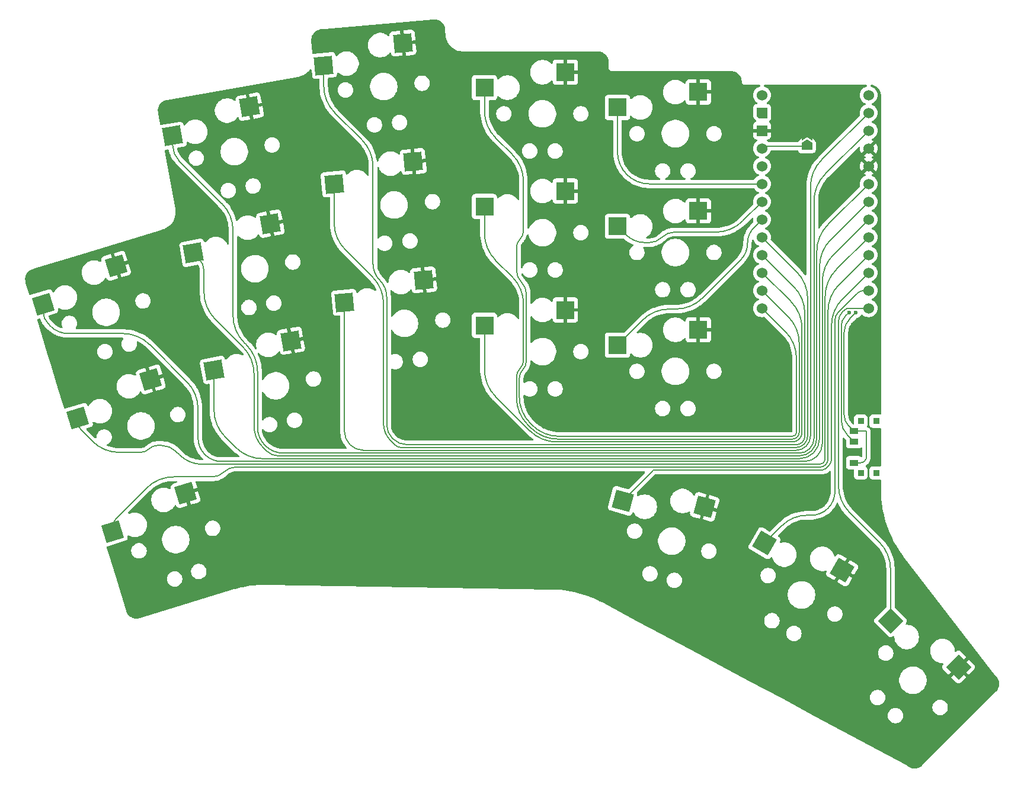
<source format=gbr>
%TF.GenerationSoftware,KiCad,Pcbnew,8.0.0*%
%TF.CreationDate,2024-06-08T15:13:20+02:00*%
%TF.ProjectId,goos-right,676f6f73-2d72-4696-9768-742e6b696361,rev?*%
%TF.SameCoordinates,Original*%
%TF.FileFunction,Copper,L1,Top*%
%TF.FilePolarity,Positive*%
%FSLAX46Y46*%
G04 Gerber Fmt 4.6, Leading zero omitted, Abs format (unit mm)*
G04 Created by KiCad (PCBNEW 8.0.0) date 2024-06-08 15:13:20*
%MOMM*%
%LPD*%
G01*
G04 APERTURE LIST*
G04 Aperture macros list*
%AMRotRect*
0 Rectangle, with rotation*
0 The origin of the aperture is its center*
0 $1 length*
0 $2 width*
0 $3 Rotation angle, in degrees counterclockwise*
0 Add horizontal line*
21,1,$1,$2,0,0,$3*%
%AMOutline5P*
0 Free polygon, 5 corners , with rotation*
0 The origin of the aperture is its center*
0 number of corners: always 5*
0 $1 to $10 corner X, Y*
0 $11 Rotation angle, in degrees counterclockwise*
0 create outline with 5 corners*
4,1,5,$1,$2,$3,$4,$5,$6,$7,$8,$9,$10,$1,$2,$11*%
%AMOutline6P*
0 Free polygon, 6 corners , with rotation*
0 The origin of the aperture is its center*
0 number of corners: always 6*
0 $1 to $12 corner X, Y*
0 $13 Rotation angle, in degrees counterclockwise*
0 create outline with 6 corners*
4,1,6,$1,$2,$3,$4,$5,$6,$7,$8,$9,$10,$11,$12,$1,$2,$13*%
%AMOutline7P*
0 Free polygon, 7 corners , with rotation*
0 The origin of the aperture is its center*
0 number of corners: always 7*
0 $1 to $14 corner X, Y*
0 $15 Rotation angle, in degrees counterclockwise*
0 create outline with 7 corners*
4,1,7,$1,$2,$3,$4,$5,$6,$7,$8,$9,$10,$11,$12,$13,$14,$1,$2,$15*%
%AMOutline8P*
0 Free polygon, 8 corners , with rotation*
0 The origin of the aperture is its center*
0 number of corners: always 8*
0 $1 to $16 corner X, Y*
0 $17 Rotation angle, in degrees counterclockwise*
0 create outline with 8 corners*
4,1,8,$1,$2,$3,$4,$5,$6,$7,$8,$9,$10,$11,$12,$13,$14,$15,$16,$1,$2,$17*%
%AMFreePoly0*
4,1,6,1.000000,0.000000,0.500000,-0.750000,-0.500000,-0.750000,-0.500000,0.750000,0.500000,0.750000,1.000000,0.000000,1.000000,0.000000,$1*%
%AMFreePoly1*
4,1,6,0.500000,-0.750000,-0.650000,-0.750000,-0.150000,0.000000,-0.650000,0.750000,0.500000,0.750000,0.500000,-0.750000,0.500000,-0.750000,$1*%
G04 Aperture macros list end*
%TA.AperFunction,SMDPad,CuDef*%
%ADD10FreePoly0,90.000000*%
%TD*%
%TA.AperFunction,SMDPad,CuDef*%
%ADD11FreePoly1,90.000000*%
%TD*%
%TA.AperFunction,SMDPad,CuDef*%
%ADD12RotRect,2.600000X2.600000X5.000000*%
%TD*%
%TA.AperFunction,SMDPad,CuDef*%
%ADD13R,2.600000X2.600000*%
%TD*%
%TA.AperFunction,SMDPad,CuDef*%
%ADD14RotRect,2.600000X2.600000X330.000000*%
%TD*%
%TA.AperFunction,SMDPad,CuDef*%
%ADD15RotRect,2.600000X2.600000X17.000000*%
%TD*%
%TA.AperFunction,SMDPad,CuDef*%
%ADD16RotRect,2.600000X2.600000X10.000000*%
%TD*%
%TA.AperFunction,SMDPad,CuDef*%
%ADD17R,0.900000X0.900000*%
%TD*%
%TA.AperFunction,SMDPad,CuDef*%
%ADD18R,1.250000X0.900000*%
%TD*%
%TA.AperFunction,SMDPad,CuDef*%
%ADD19RotRect,2.600000X2.600000X345.000000*%
%TD*%
%TA.AperFunction,SMDPad,CuDef*%
%ADD20RotRect,2.600000X2.600000X315.000000*%
%TD*%
%TA.AperFunction,ComponentPad*%
%ADD21C,1.524000*%
%TD*%
%TA.AperFunction,ComponentPad*%
%ADD22Outline5P,-0.762000X0.762000X0.762000X0.762000X0.762000X-0.762000X-0.457200X-0.762000X-0.762000X-0.457200X0.000000*%
%TD*%
%TA.AperFunction,ComponentPad*%
%ADD23R,1.524000X1.524000*%
%TD*%
%TA.AperFunction,ViaPad*%
%ADD24C,0.600000*%
%TD*%
%TA.AperFunction,Conductor*%
%ADD25C,0.200000*%
%TD*%
G04 APERTURE END LIST*
D10*
%TO.P,RST,1,A*%
%TO.N,RESET*%
X235000000Y-40225000D03*
D11*
%TO.P,RST,2,B*%
%TO.N,GND*%
X235000000Y-38775000D03*
%TD*%
D12*
%TO.P,S8,1,SW*%
%TO.N,GND*%
X177274492Y-25467405D03*
%TO.P,S8,2,SW*%
%TO.N,D15*%
X165960186Y-28665683D03*
%TD*%
D13*
%TO.P,S13,1,SW*%
%TO.N,GND*%
X200476631Y-63629899D03*
%TO.P,S13,2,SW*%
%TO.N,D14*%
X188926631Y-65829899D03*
%TD*%
D14*
%TO.P,S18,1,SW*%
%TO.N,GND*%
X240030364Y-100854148D03*
%TO.P,S18,2,SW*%
%TO.N,D8*%
X228927771Y-96984404D03*
%TD*%
D15*
%TO.P,S2,1,SW*%
%TO.N,GND*%
X136271817Y-57310668D03*
%TO.P,S2,2,SW*%
%TO.N,D4*%
X125869715Y-62791432D03*
%TD*%
D13*
%TO.P,S16,1,SW*%
%TO.N,GND*%
X219476631Y-66463199D03*
%TO.P,S16,2,SW*%
%TO.N,D19*%
X207926631Y-68663199D03*
%TD*%
D12*
%TO.P,S9,1,SW*%
%TO.N,GND*%
X178756092Y-42402705D03*
%TO.P,S9,2,SW*%
%TO.N,D18*%
X167441786Y-45600983D03*
%TD*%
D16*
%TO.P,S5,1,SW*%
%TO.N,GND*%
X155369670Y-34556295D03*
%TO.P,S5,2,SW*%
%TO.N,D0*%
X144377166Y-38728509D03*
%TD*%
D17*
%TO.P,S1,*%
%TO.N,*%
X244890531Y-79529699D03*
X242690531Y-79529699D03*
X244890531Y-86929699D03*
X242690531Y-86929699D03*
D18*
%TO.P,S1,1,SW*%
%TO.N,Net-(J1-B+)*%
X241715531Y-85479699D03*
%TO.P,S1,2,SW*%
%TO.N,Net-(U1-B+)*%
X241715531Y-82479699D03*
%TO.P,S1,3,SW*%
%TO.N,Net-(J1-B+)*%
X241715531Y-80979699D03*
%TD*%
D19*
%TO.P,S17,1,SW*%
%TO.N,GND*%
X220384911Y-91791373D03*
%TO.P,S17,2,SW*%
%TO.N,D7*%
X208659066Y-90927050D03*
%TD*%
D13*
%TO.P,S15,1,SW*%
%TO.N,GND*%
X219476631Y-49463199D03*
%TO.P,S15,2,SW*%
%TO.N,D20*%
X207926631Y-51663199D03*
%TD*%
D15*
%TO.P,S4,1,SW*%
%TO.N,GND*%
X146212517Y-89824968D03*
%TO.P,S4,2,SW*%
%TO.N,D6*%
X135810415Y-95305732D03*
%TD*%
D13*
%TO.P,S11,1,SW*%
%TO.N,GND*%
X200476631Y-29629899D03*
%TO.P,S11,2,SW*%
%TO.N,D10*%
X188926631Y-31829899D03*
%TD*%
D12*
%TO.P,S10,1,SW*%
%TO.N,GND*%
X180237792Y-59338005D03*
%TO.P,S10,2,SW*%
%TO.N,D1*%
X168923486Y-62536283D03*
%TD*%
D20*
%TO.P,S19,1,SW*%
%TO.N,GND*%
X256660791Y-114692788D03*
%TO.P,S19,2,SW*%
%TO.N,D9*%
X246938073Y-108081340D03*
%TD*%
D16*
%TO.P,S7,1,SW*%
%TO.N,GND*%
X161273670Y-68039795D03*
%TO.P,S7,2,SW*%
%TO.N,D3*%
X150281166Y-72212009D03*
%TD*%
%TO.P,S6,1,SW*%
%TO.N,GND*%
X158321670Y-51298095D03*
%TO.P,S6,2,SW*%
%TO.N,D2*%
X147329166Y-55470309D03*
%TD*%
D13*
%TO.P,S12,1,SW*%
%TO.N,GND*%
X200476631Y-46629899D03*
%TO.P,S12,2,SW*%
%TO.N,D16*%
X188926631Y-48829899D03*
%TD*%
%TO.P,S14,1,SW*%
%TO.N,GND*%
X219476631Y-32463199D03*
%TO.P,S14,2,SW*%
%TO.N,D21*%
X207926631Y-34663199D03*
%TD*%
D15*
%TO.P,S3,1,SW*%
%TO.N,GND*%
X141242217Y-73567768D03*
%TO.P,S3,2,SW*%
%TO.N,D5*%
X130840115Y-79048532D03*
%TD*%
D21*
%TO.P,U1,1,B-*%
%TO.N,Net-(J1-B-)*%
X243821631Y-32903199D03*
%TO.P,U1,2,P01*%
%TO.N,D1*%
X243821631Y-35443199D03*
%TO.P,U1,3,P00*%
%TO.N,D0*%
X243821631Y-37983199D03*
%TO.P,U1,4,GND*%
%TO.N,GND*%
X243821631Y-40523199D03*
%TO.P,U1,5,GND*%
X243821631Y-43063199D03*
%TO.P,U1,6,P02*%
%TO.N,D2*%
X243821631Y-45603199D03*
%TO.P,U1,7,P03*%
%TO.N,D3*%
X243821631Y-48143199D03*
%TO.P,U1,8,P04*%
%TO.N,D4*%
X243821631Y-50683199D03*
%TO.P,U1,9,P05*%
%TO.N,D5*%
X243821631Y-53223199D03*
%TO.P,U1,10,P06*%
%TO.N,D6*%
X243821631Y-55763199D03*
%TO.P,U1,11,P07*%
%TO.N,D7*%
X243821631Y-58303199D03*
%TO.P,U1,12,P08*%
%TO.N,D8*%
X243821631Y-60843199D03*
%TO.P,U1,13,P09*%
%TO.N,D9*%
X243821631Y-63383199D03*
%TO.P,U1,14,B+*%
%TO.N,Net-(U1-B+)*%
X228581631Y-32903199D03*
D22*
%TO.P,U1,15,RAW*%
%TO.N,unconnected-(U1-RAW-Pad15)*%
X228581631Y-35443199D03*
D23*
%TO.P,U1,16,GND*%
%TO.N,GND*%
X228581631Y-37983199D03*
D21*
%TO.P,U1,17,RST*%
%TO.N,RESET*%
X228581631Y-40523199D03*
%TO.P,U1,18,VCC*%
%TO.N,unconnected-(U1-VCC-Pad18)*%
X228581631Y-43063199D03*
%TO.P,U1,19,P21*%
%TO.N,D21*%
X228581631Y-45603199D03*
%TO.P,U1,20,P20*%
%TO.N,D20*%
X228581631Y-48143199D03*
%TO.P,U1,21,P19*%
%TO.N,D19*%
X228581631Y-50683199D03*
%TO.P,U1,22,P18*%
%TO.N,D18*%
X228581631Y-53223199D03*
%TO.P,U1,23,P15*%
%TO.N,D15*%
X228581631Y-55763199D03*
%TO.P,U1,24,P14*%
%TO.N,D14*%
X228581631Y-58303199D03*
%TO.P,U1,25,P16*%
%TO.N,D16*%
X228581631Y-60843199D03*
%TO.P,U1,26,P10*%
%TO.N,D10*%
X228581631Y-63383199D03*
%TD*%
D24*
%TO.N,Net-(J1-B+)*%
X242000000Y-64000000D03*
%TO.N,GND*%
X131000000Y-60000000D03*
X150000000Y-37000000D03*
X136000000Y-76500000D03*
%TO.N,Net-(U1-B+)*%
X241000000Y-64000000D03*
%TD*%
D25*
%TO.N,Net-(J1-B+)*%
X242000000Y-64000000D02*
X241150000Y-64850000D01*
X241725681Y-85489849D02*
X241715531Y-85479699D01*
X243465344Y-80979699D02*
X241715531Y-80979699D01*
X241750186Y-85500000D02*
X242617916Y-85500000D01*
X240300000Y-78563236D02*
X240300000Y-66902081D01*
X243500000Y-84617916D02*
X243500000Y-81014354D01*
X241007765Y-80271933D02*
X241715531Y-80979699D01*
X243500000Y-84617916D02*
G75*
G02*
X242617916Y-85500000I-882100J16D01*
G01*
X243489848Y-80989850D02*
G75*
G02*
X243500018Y-81014354I-24548J-24550D01*
G01*
X243489849Y-80989849D02*
G75*
G03*
X243465344Y-80979652I-24549J-24451D01*
G01*
X240300000Y-78563236D02*
G75*
G03*
X241007775Y-80271923I2416500J36D01*
G01*
X241725681Y-85489849D02*
G75*
G03*
X241750186Y-85499996I24519J24549D01*
G01*
X241150000Y-64850000D02*
G75*
G03*
X240299993Y-66902081I2052100J-2052100D01*
G01*
%TO.N,RESET*%
X229090688Y-40225000D02*
X235000000Y-40225000D01*
X228730730Y-40374099D02*
X228581631Y-40523199D01*
X229090688Y-40225000D02*
G75*
G03*
X228730727Y-40374096I12J-509100D01*
G01*
%TO.N,Net-(U1-B+)*%
X241000000Y-64000000D02*
X240450000Y-64550000D01*
X240807765Y-81571933D02*
X241715531Y-82479699D01*
X239900000Y-79380393D02*
X239900000Y-65877817D01*
X240450001Y-64550001D02*
G75*
G03*
X239900008Y-65877817I1327799J-1327799D01*
G01*
X239900000Y-79380393D02*
G75*
G03*
X240807763Y-81571935I3099300J-7D01*
G01*
%TO.N,D4*%
X126919226Y-65950488D02*
X126615551Y-65646813D01*
X129452971Y-67000000D02*
X137246036Y-67000000D01*
X141093792Y-68593792D02*
X146406207Y-73906207D01*
X237200000Y-82739339D02*
X237200000Y-59558793D01*
X234639339Y-85300000D02*
X151360845Y-85300000D01*
X238793792Y-55711037D02*
X243821631Y-50683199D01*
X125869715Y-63846204D02*
X125869715Y-62791432D01*
X148000000Y-81939154D02*
X148000000Y-77753963D01*
X148000000Y-81939154D02*
G75*
G03*
X148984356Y-84315644I3360800J-46D01*
G01*
X125869715Y-63846204D02*
G75*
G03*
X126615545Y-65646819I2546485J4D01*
G01*
X238793793Y-55711038D02*
G75*
G03*
X237199981Y-59558793I3847707J-3847762D01*
G01*
X236450000Y-84550000D02*
G75*
G02*
X234639339Y-85300016I-1810700J1810700D01*
G01*
X141093791Y-68593793D02*
G75*
G03*
X137246036Y-66999990I-3847791J-3847807D01*
G01*
X146406206Y-73906208D02*
G75*
G02*
X148000010Y-77753963I-3847806J-3847792D01*
G01*
X126919226Y-65950488D02*
G75*
G03*
X129452971Y-67000007I2533774J2533788D01*
G01*
X237200000Y-82739339D02*
G75*
G02*
X236449988Y-84549988I-2560700J39D01*
G01*
X148984369Y-84315631D02*
G75*
G03*
X151360845Y-85299951I2376431J2376531D01*
G01*
%TO.N,D5*%
X139792893Y-84000000D02*
X136753963Y-84000000D01*
X142750000Y-83000000D02*
X142207106Y-83000000D01*
X237600000Y-84963601D02*
X237600000Y-61698793D01*
X236863601Y-85700000D02*
X148609188Y-85700000D01*
X131296758Y-80796758D02*
X132906207Y-82406207D01*
X239193792Y-57851037D02*
X243821631Y-53223199D01*
X130840115Y-79694323D02*
X130840115Y-79048532D01*
X144883883Y-83883883D02*
X145350000Y-84350000D01*
X144883883Y-83883883D02*
G75*
G03*
X142750000Y-83000010I-2133883J-2133917D01*
G01*
X130840115Y-79694323D02*
G75*
G03*
X131296768Y-80796748I1559085J23D01*
G01*
X237384313Y-85484313D02*
G75*
G02*
X236863601Y-85700000I-520713J520713D01*
G01*
X239193793Y-57851038D02*
G75*
G03*
X237599981Y-61698793I3847707J-3847762D01*
G01*
X132906208Y-82406206D02*
G75*
G03*
X136753963Y-84000010I3847792J3847806D01*
G01*
X141000000Y-83500000D02*
G75*
G02*
X139792893Y-83999997I-1207100J1207100D01*
G01*
X237600000Y-84963601D02*
G75*
G02*
X237384313Y-85484313I-736400J1D01*
G01*
X145350001Y-84349999D02*
G75*
G03*
X148609188Y-85700004I3259199J3259199D01*
G01*
X142207106Y-83000000D02*
G75*
G03*
X140999998Y-83499998I-6J-1707100D01*
G01*
%TO.N,D6*%
X140662955Y-89093792D02*
X136291035Y-93465712D01*
X153389949Y-86100000D02*
X236863602Y-86100000D01*
X135810415Y-94626032D02*
X135810415Y-95305732D01*
X239593792Y-59991037D02*
X243821631Y-55763199D01*
X144510711Y-87500000D02*
X150010050Y-87500000D01*
X238000000Y-63838793D02*
X238000000Y-84963602D01*
X238000000Y-84963602D02*
G75*
G02*
X237667156Y-85767156I-1136400J2D01*
G01*
X144510711Y-87500000D02*
G75*
G03*
X140662960Y-89093797I-11J-5441500D01*
G01*
X237667157Y-85767157D02*
G75*
G02*
X236863602Y-86100001I-803557J803557D01*
G01*
X153389949Y-86100000D02*
G75*
G03*
X151699986Y-86799986I-49J-2389900D01*
G01*
X151699999Y-86799999D02*
G75*
G02*
X150010050Y-87500020I-1689999J1689999D01*
G01*
X136291035Y-93465712D02*
G75*
G03*
X135810451Y-94626032I1160365J-1160288D01*
G01*
X239593793Y-59991038D02*
G75*
G03*
X237999981Y-63838793I3847707J-3847762D01*
G01*
%TO.N,D0*%
X151406207Y-48406207D02*
X145313607Y-42313607D01*
X144377166Y-40052837D02*
X144377166Y-38728509D01*
X236000000Y-81997916D02*
X236000000Y-48058794D01*
X153000000Y-52253963D02*
X153000000Y-64452396D01*
X233897916Y-84100000D02*
X160197057Y-84100000D01*
X156500000Y-72460323D02*
X156500000Y-80402942D01*
X237593792Y-44211038D02*
X243821631Y-37983199D01*
X154906207Y-68612567D02*
X154593792Y-68300152D01*
X235384313Y-83484313D02*
G75*
G02*
X233897916Y-84100006I-1486413J1486413D01*
G01*
X151406206Y-48406208D02*
G75*
G02*
X153000010Y-52253963I-3847806J-3847792D01*
G01*
X154906207Y-68612567D02*
G75*
G02*
X156499968Y-72460323I-3847807J-3847733D01*
G01*
X156500000Y-80402942D02*
G75*
G03*
X157582856Y-83017144I3697100J42D01*
G01*
X237593792Y-44211038D02*
G75*
G03*
X235999981Y-48058794I3847708J-3847762D01*
G01*
X157582843Y-83017157D02*
G75*
G03*
X160197057Y-84100017I2614257J2614257D01*
G01*
X153000000Y-64452396D02*
G75*
G03*
X154593780Y-68300164I5441600J-4D01*
G01*
X236000000Y-81997916D02*
G75*
G02*
X235384309Y-83484309I-2102100J16D01*
G01*
X144377166Y-40052837D02*
G75*
G03*
X145313621Y-42313593I3197234J37D01*
G01*
%TO.N,D2*%
X156000000Y-72753963D02*
X156000000Y-80232233D01*
X159507780Y-84500000D02*
X233897917Y-84500000D01*
X157250000Y-83250000D02*
X157787391Y-83787391D01*
X154406207Y-68906207D02*
X150452649Y-64952649D01*
X148858857Y-58081654D02*
X148858857Y-61104893D01*
X148094011Y-56235154D02*
X147329166Y-55470309D01*
X237993792Y-51431037D02*
X243821631Y-45603199D01*
X236400000Y-55278793D02*
X236400000Y-81997917D01*
X154406206Y-68906208D02*
G75*
G02*
X156000010Y-72753963I-3847806J-3847792D01*
G01*
X156000000Y-80232233D02*
G75*
G03*
X157250010Y-83249990I4267800J33D01*
G01*
X157787391Y-83787391D02*
G75*
G03*
X159507780Y-84500013I1720409J1720391D01*
G01*
X148858857Y-61104893D02*
G75*
G03*
X150452647Y-64952651I5441543J-7D01*
G01*
X237993793Y-51431038D02*
G75*
G03*
X236399981Y-55278793I3847707J-3847762D01*
G01*
X235667157Y-83767157D02*
G75*
G02*
X233897917Y-84500007I-1769257J1769257D01*
G01*
X148094011Y-56235154D02*
G75*
G02*
X148858885Y-58081654I-1846511J-1846546D01*
G01*
X236400000Y-81997917D02*
G75*
G02*
X235667152Y-83767152I-2502100J17D01*
G01*
%TO.N,D3*%
X233897918Y-84900000D02*
X157253963Y-84900000D01*
X238393792Y-53571037D02*
X243821631Y-48143199D01*
X236800000Y-57418793D02*
X236800000Y-81997918D01*
X151874958Y-81774958D02*
X153406207Y-83306207D01*
X150281166Y-77927202D02*
X150281166Y-72212009D01*
X150281166Y-77927202D02*
G75*
G03*
X151874962Y-81774954I5441534J2D01*
G01*
X238393793Y-53571038D02*
G75*
G03*
X236799981Y-57418793I3847707J-3847762D01*
G01*
X236800000Y-81997918D02*
G75*
G02*
X235949995Y-84049995I-2902100J18D01*
G01*
X153406208Y-83306206D02*
G75*
G03*
X157253963Y-84900010I3847792J3847806D01*
G01*
X235950000Y-84050000D02*
G75*
G02*
X233897918Y-84900007I-2052100J2052100D01*
G01*
%TO.N,D15*%
X174953425Y-61743284D02*
X174953425Y-79976987D01*
X165960186Y-31588490D02*
X165960186Y-28665683D01*
X233106207Y-60287775D02*
X228581631Y-55763199D01*
X233451469Y-82900000D02*
X177876437Y-82900000D01*
X167553978Y-35436246D02*
X171406207Y-39288475D01*
X173000000Y-57027298D02*
X173000000Y-43136231D01*
X234700000Y-81651469D02*
X234700000Y-64135531D01*
X234700000Y-81651469D02*
G75*
G02*
X234334323Y-82534323I-1248500J-31D01*
G01*
X173000000Y-57027298D02*
G75*
G03*
X173976713Y-59385290I3334700J-2D01*
G01*
X233106206Y-60287776D02*
G75*
G02*
X234699962Y-64135531I-3847806J-3847724D01*
G01*
X171406206Y-39288476D02*
G75*
G02*
X172999962Y-43136231I-3847806J-3847724D01*
G01*
X234334314Y-82534314D02*
G75*
G02*
X233451469Y-82899987I-882814J882814D01*
G01*
X174953425Y-79976987D02*
G75*
G03*
X175809557Y-82043867I2922975J-13D01*
G01*
X165960186Y-31588490D02*
G75*
G03*
X167553981Y-35436243I5441514J-10D01*
G01*
X175809555Y-82043869D02*
G75*
G03*
X177876437Y-82899977I2066845J2066869D01*
G01*
X173976712Y-59385291D02*
G75*
G02*
X174953430Y-61743284I-2358012J-2358009D01*
G01*
%TO.N,D18*%
X172906207Y-58880472D02*
X169035578Y-55009843D01*
X167441786Y-51162087D02*
X167441786Y-45600983D01*
X175500000Y-82300000D02*
X176138205Y-82938205D01*
X233506207Y-58147775D02*
X228581631Y-53223199D01*
X235100000Y-81651470D02*
X235100000Y-61995531D01*
X174500000Y-62728228D02*
X174500000Y-79885786D01*
X233451470Y-83300000D02*
X177011656Y-83300000D01*
X167441786Y-51162087D02*
G75*
G03*
X169035579Y-55009842I5441514J-13D01*
G01*
X234617156Y-82817156D02*
G75*
G02*
X233451470Y-83299987I-1165656J1165656D01*
G01*
X174500000Y-79885786D02*
G75*
G03*
X175499996Y-82300004I3414200J-14D01*
G01*
X233506206Y-58147776D02*
G75*
G02*
X235099962Y-61995531I-3847806J-3847724D01*
G01*
X235100000Y-81651470D02*
G75*
G02*
X234617166Y-82817166I-1648500J-30D01*
G01*
X176138206Y-82938204D02*
G75*
G03*
X177011656Y-83300044I873494J873404D01*
G01*
X172906206Y-58880473D02*
G75*
G02*
X174499964Y-62728228I-3847806J-3847727D01*
G01*
%TO.N,D1*%
X233451471Y-83700000D02*
X171614763Y-83700000D01*
X235500000Y-46018793D02*
X235500000Y-81651471D01*
X168923486Y-81008722D02*
X168923486Y-62536283D01*
X237093792Y-42171037D02*
X243821631Y-35443199D01*
X169711743Y-82911743D02*
G75*
G03*
X171614763Y-83700019I1903057J1903043D01*
G01*
X237093793Y-42171038D02*
G75*
G03*
X235499981Y-46018793I3847707J-3847762D01*
G01*
X235500000Y-81651471D02*
G75*
G02*
X234900008Y-83100008I-2048500J-29D01*
G01*
X168923486Y-81008722D02*
G75*
G03*
X169711747Y-82911739I2691314J22D01*
G01*
X234900000Y-83100000D02*
G75*
G02*
X233451471Y-83699988I-1448500J1448500D01*
G01*
%TO.N,D10*%
X188926631Y-35172667D02*
X188926631Y-31829899D01*
X233500000Y-81134312D02*
X233500000Y-70555531D01*
X193500000Y-57944364D02*
X193500000Y-54707106D01*
X193900000Y-76014664D02*
X193900000Y-73372793D01*
X190520423Y-39020423D02*
X192906207Y-41406207D01*
X194900000Y-61324263D02*
X194900000Y-70958577D01*
X195493792Y-79862420D02*
X195737579Y-80106207D01*
X231906207Y-66707775D02*
X228581631Y-63383199D01*
X194500000Y-52292893D02*
X194500000Y-45253963D01*
X199585335Y-81700000D02*
X232934312Y-81700000D01*
X194900000Y-70958577D02*
G75*
G02*
X194400009Y-72165694I-1707100J-23D01*
G01*
X194400001Y-72165686D02*
G75*
G03*
X193899993Y-73372793I1207099J-1207114D01*
G01*
X193500000Y-57944364D02*
G75*
G03*
X194199972Y-59634342I2390000J-36D01*
G01*
X194500000Y-52292893D02*
G75*
G02*
X194000002Y-53500002I-1707100J-7D01*
G01*
X188926631Y-35172667D02*
G75*
G03*
X190520403Y-39020443I5441569J-33D01*
G01*
X233500000Y-81134312D02*
G75*
G02*
X233334310Y-81534310I-565700J12D01*
G01*
X194000000Y-53500000D02*
G75*
G03*
X193500003Y-54707106I1207100J-1207100D01*
G01*
X192906206Y-41406208D02*
G75*
G02*
X194500010Y-45253963I-3847806J-3847792D01*
G01*
X233334314Y-81534314D02*
G75*
G02*
X232934312Y-81700005I-400014J400014D01*
G01*
X195737579Y-80106207D02*
G75*
G03*
X199585335Y-81699960I3847721J3847807D01*
G01*
X194200000Y-59634314D02*
G75*
G02*
X194900011Y-61324263I-1690000J-1689986D01*
G01*
X193900000Y-76014664D02*
G75*
G03*
X195493764Y-79862448I5441600J-36D01*
G01*
X231906206Y-66707776D02*
G75*
G02*
X233499962Y-70555531I-3847806J-3847724D01*
G01*
%TO.N,D16*%
X232306207Y-64567775D02*
X228581631Y-60843199D01*
X195093792Y-80028106D02*
X195571893Y-80506207D01*
X188926631Y-52672667D02*
X188926631Y-48829899D01*
X193500000Y-76180350D02*
X193500000Y-73207106D01*
X233900000Y-81134313D02*
X233900000Y-68415531D01*
X194500000Y-62753963D02*
X194500000Y-70792893D01*
X232934313Y-82100000D02*
X199419649Y-82100000D01*
X192906207Y-58906207D02*
X190520423Y-56520423D01*
X188926631Y-52672667D02*
G75*
G03*
X190520403Y-56520443I5441569J-33D01*
G01*
X233617157Y-81817157D02*
G75*
G02*
X232934313Y-82100005I-682857J682857D01*
G01*
X232306206Y-64567776D02*
G75*
G02*
X233899962Y-68415531I-3847806J-3847724D01*
G01*
X195571894Y-80506206D02*
G75*
G03*
X199419649Y-82100020I3847806J3847806D01*
G01*
X192906206Y-58906208D02*
G75*
G02*
X194500010Y-62753963I-3847806J-3847792D01*
G01*
X194500000Y-70792893D02*
G75*
G02*
X194000002Y-72000002I-1707100J-7D01*
G01*
X193500000Y-76180350D02*
G75*
G03*
X195093807Y-80028091I5441600J50D01*
G01*
X194000000Y-72000000D02*
G75*
G03*
X193500003Y-73207106I1207100J-1207100D01*
G01*
X233900000Y-81134313D02*
G75*
G02*
X233617153Y-81817153I-965700J13D01*
G01*
%TO.N,D14*%
X232934314Y-82500000D02*
X199253963Y-82500000D01*
X188926631Y-72172667D02*
X188926631Y-65829899D01*
X234300000Y-81134314D02*
X234300000Y-66275531D01*
X190520423Y-76020423D02*
X195406207Y-80906207D01*
X232706207Y-62427775D02*
X228581631Y-58303199D01*
X195406208Y-80906206D02*
G75*
G03*
X199253963Y-82500010I3847792J3847806D01*
G01*
X232706206Y-62427776D02*
G75*
G02*
X234299962Y-66275531I-3847806J-3847724D01*
G01*
X233900000Y-82100000D02*
G75*
G02*
X232934314Y-82500006I-965700J965700D01*
G01*
X234300000Y-81134314D02*
G75*
G02*
X233899996Y-82099996I-1365700J14D01*
G01*
X188926631Y-72172667D02*
G75*
G03*
X190520403Y-76020443I5441569J-33D01*
G01*
%TO.N,D21*%
X207926631Y-41034011D02*
X207926631Y-34663199D01*
X212495818Y-45603199D02*
X228581631Y-45603199D01*
X207926631Y-41034011D02*
G75*
G03*
X209264925Y-44264905I4569169J11D01*
G01*
X209264915Y-44264915D02*
G75*
G03*
X212495818Y-45603182I3230885J3230915D01*
G01*
%TO.N,D20*%
X221970866Y-52500000D02*
X216060660Y-52500000D01*
X225818622Y-50906207D02*
X228581631Y-48143199D01*
X209119132Y-52855700D02*
X207926631Y-51663199D01*
X212439339Y-54000000D02*
X211881716Y-54000000D01*
X216060660Y-52500000D02*
G75*
G03*
X214250032Y-53250032I40J-2560600D01*
G01*
X225818621Y-50906206D02*
G75*
G02*
X221970866Y-52499960I-3847721J3847806D01*
G01*
X209119133Y-52855699D02*
G75*
G03*
X211881716Y-53999983I2762567J2762599D01*
G01*
X214250000Y-53250000D02*
G75*
G02*
X212439339Y-54000016I-1810700J1810700D01*
G01*
%TO.N,D19*%
X227467028Y-51797801D02*
X228581631Y-50683199D01*
X216246036Y-63500000D02*
X215343793Y-63500000D01*
X211496037Y-65093792D02*
X207926631Y-68663199D01*
X220093792Y-61906207D02*
X225532971Y-56467028D01*
X220093792Y-61906207D02*
G75*
G02*
X216246036Y-63500010I-3847792J3847807D01*
G01*
X215343793Y-63500000D02*
G75*
G03*
X211496051Y-65093806I7J-5441500D01*
G01*
X226500000Y-54132415D02*
G75*
G02*
X225532955Y-56467012I-3301600J15D01*
G01*
X227467028Y-51797801D02*
G75*
G03*
X226499998Y-54132415I2334572J-2334599D01*
G01*
%TO.N,D7*%
X212969553Y-86616562D02*
X208659066Y-90927050D01*
X238135203Y-85864797D02*
X237678542Y-86321458D01*
X238500000Y-65878793D02*
X238500000Y-84984099D01*
X213043058Y-86500000D02*
X237247504Y-86500000D01*
X240093792Y-62031037D02*
X243821631Y-58303199D01*
X238500000Y-84984099D02*
G75*
G02*
X238135204Y-85864798I-1245500J-1D01*
G01*
X213000000Y-86543058D02*
G75*
G02*
X212969585Y-86616594I-104000J-42D01*
G01*
X237678541Y-86321457D02*
G75*
G02*
X237247504Y-86499996I-431041J431057D01*
G01*
X213043058Y-86500000D02*
G75*
G03*
X213000000Y-86543058I42J-43100D01*
G01*
X240093793Y-62031038D02*
G75*
G03*
X238499981Y-65878793I3847707J-3847762D01*
G01*
%TO.N,D8*%
X231466910Y-94445264D02*
X228927771Y-96984404D01*
X239463111Y-63971201D02*
X242156063Y-61278251D01*
X235585786Y-93000000D02*
X234956087Y-93000000D01*
X239000000Y-65089250D02*
X239000000Y-89585786D01*
X243206373Y-60843199D02*
X243821631Y-60843199D01*
X238000000Y-92000000D02*
G75*
G02*
X235585786Y-92999994I-2414200J2414200D01*
G01*
X239000000Y-89585786D02*
G75*
G02*
X238000004Y-92000004I-3414200J-14D01*
G01*
X243206373Y-60843199D02*
G75*
G03*
X242156069Y-61278257I27J-1485401D01*
G01*
X239463112Y-63971202D02*
G75*
G03*
X239000048Y-65089250I1118088J-1117998D01*
G01*
X234956087Y-93000000D02*
G75*
G03*
X231466925Y-94445279I13J-4934400D01*
G01*
%TO.N,D9*%
X241015969Y-63383199D02*
X243821631Y-63383199D01*
X240058400Y-63941599D02*
X240334545Y-63665454D01*
X246938073Y-100692036D02*
X246938073Y-108081340D01*
X241093792Y-92593792D02*
X245344280Y-96844280D01*
X239500000Y-65289697D02*
X239500000Y-88746036D01*
X240058400Y-63941599D02*
G75*
G03*
X239499998Y-65289697I1348100J-1348101D01*
G01*
X245344280Y-96844280D02*
G75*
G02*
X246938040Y-100692036I-3847780J-3847720D01*
G01*
X241015969Y-63383199D02*
G75*
G03*
X240334556Y-63665465I31J-963701D01*
G01*
X239500000Y-88746036D02*
G75*
G03*
X241093800Y-92593784I5441600J36D01*
G01*
%TD*%
%TA.AperFunction,Conductor*%
%TO.N,GND*%
G36*
X244201979Y-31443647D02*
G01*
X244210231Y-31444237D01*
X244285219Y-31449602D01*
X244302708Y-31452117D01*
X244494466Y-31493835D01*
X244511422Y-31498815D01*
X244695273Y-31567391D01*
X244711357Y-31574736D01*
X244883585Y-31668779D01*
X244898454Y-31678335D01*
X245055541Y-31795928D01*
X245068905Y-31807508D01*
X245207658Y-31946258D01*
X245219243Y-31959626D01*
X245336837Y-32116704D01*
X245346399Y-32131583D01*
X245440437Y-32303789D01*
X245447787Y-32319879D01*
X245457456Y-32345798D01*
X245503693Y-32469747D01*
X245516368Y-32503723D01*
X245521353Y-32520698D01*
X245563072Y-32712426D01*
X245565591Y-32729937D01*
X245577993Y-32903199D01*
X245579852Y-32929162D01*
X245580168Y-32938016D01*
X245580168Y-78461770D01*
X245560483Y-78528809D01*
X245507679Y-78574564D01*
X245442914Y-78585059D01*
X245388404Y-78579199D01*
X245388395Y-78579199D01*
X244392660Y-78579199D01*
X244392654Y-78579200D01*
X244333047Y-78585607D01*
X244198202Y-78635901D01*
X244198195Y-78635905D01*
X244082986Y-78722151D01*
X244082983Y-78722154D01*
X243996737Y-78837363D01*
X243996733Y-78837370D01*
X243946439Y-78972216D01*
X243940222Y-79030046D01*
X243940032Y-79031822D01*
X243940031Y-79031834D01*
X243940031Y-80027569D01*
X243940032Y-80027575D01*
X243946439Y-80087182D01*
X243996733Y-80222027D01*
X243996737Y-80222034D01*
X244082983Y-80337243D01*
X244082986Y-80337246D01*
X244198195Y-80423492D01*
X244198202Y-80423496D01*
X244333048Y-80473790D01*
X244333047Y-80473790D01*
X244338145Y-80474338D01*
X244392658Y-80480199D01*
X245388403Y-80480198D01*
X245442914Y-80474338D01*
X245511674Y-80486745D01*
X245562810Y-80534356D01*
X245580168Y-80597628D01*
X245580168Y-85861770D01*
X245560483Y-85928809D01*
X245507679Y-85974564D01*
X245442914Y-85985059D01*
X245388404Y-85979199D01*
X245388395Y-85979199D01*
X244392660Y-85979199D01*
X244392654Y-85979200D01*
X244333047Y-85985607D01*
X244198202Y-86035901D01*
X244198195Y-86035905D01*
X244082986Y-86122151D01*
X244082983Y-86122154D01*
X243996737Y-86237363D01*
X243996733Y-86237370D01*
X243946439Y-86372216D01*
X243940895Y-86423788D01*
X243940032Y-86431822D01*
X243940031Y-86431834D01*
X243940031Y-87427569D01*
X243940032Y-87427575D01*
X243946439Y-87487182D01*
X243996733Y-87622027D01*
X243996737Y-87622034D01*
X244082983Y-87737243D01*
X244082986Y-87737246D01*
X244198195Y-87823492D01*
X244198202Y-87823496D01*
X244333048Y-87873790D01*
X244333047Y-87873790D01*
X244338145Y-87874338D01*
X244392658Y-87880199D01*
X245388403Y-87880198D01*
X245442914Y-87874338D01*
X245511674Y-87886745D01*
X245562810Y-87934356D01*
X245580168Y-87997628D01*
X245580168Y-89342426D01*
X245580167Y-89342444D01*
X245580167Y-89364564D01*
X245580164Y-89364574D01*
X245580169Y-89779392D01*
X245601662Y-90237301D01*
X245611916Y-90455771D01*
X245614253Y-90505545D01*
X245682329Y-91229265D01*
X245682330Y-91229274D01*
X245751769Y-91719616D01*
X245783403Y-91943007D01*
X245784253Y-91949005D01*
X245784259Y-91949044D01*
X245876226Y-92433606D01*
X245919802Y-92663205D01*
X246083366Y-93348026D01*
X246088678Y-93370266D01*
X246088678Y-93370268D01*
X246232199Y-93866875D01*
X246286644Y-94055267D01*
X246290503Y-94068618D01*
X246524822Y-94756696D01*
X246524835Y-94756732D01*
X246791165Y-95433120D01*
X247088904Y-96096281D01*
X247088910Y-96096293D01*
X247088914Y-96096302D01*
X247417403Y-96744767D01*
X247417409Y-96744778D01*
X247775922Y-97377122D01*
X247775942Y-97377154D01*
X248163687Y-97991982D01*
X248579848Y-98587996D01*
X248579859Y-98588011D01*
X248579863Y-98588016D01*
X248757820Y-98819009D01*
X248757845Y-98819044D01*
X248801684Y-98875946D01*
X248848078Y-98936165D01*
X248848088Y-98936177D01*
X261969377Y-115967417D01*
X261978529Y-115981085D01*
X261990721Y-116002197D01*
X262007997Y-116019470D01*
X262008792Y-116020265D01*
X262019339Y-116032268D01*
X262034927Y-116052500D01*
X262041445Y-116057481D01*
X262059856Y-116074793D01*
X262171628Y-116203762D01*
X262182233Y-116217926D01*
X262288326Y-116382985D01*
X262296806Y-116398514D01*
X262378321Y-116576980D01*
X262384506Y-116593558D01*
X262439796Y-116781828D01*
X262443557Y-116799117D01*
X262471485Y-116993321D01*
X262472748Y-117010970D01*
X262472751Y-117207182D01*
X262471489Y-117224831D01*
X262443566Y-117419042D01*
X262439805Y-117436332D01*
X262384522Y-117624597D01*
X262378338Y-117641174D01*
X262296826Y-117819648D01*
X262288346Y-117835178D01*
X262182257Y-118000241D01*
X262171652Y-118014405D01*
X262040771Y-118165431D01*
X262034744Y-118171904D01*
X262030684Y-118175964D01*
X261986046Y-118220596D01*
X261985994Y-118220654D01*
X251477277Y-128729374D01*
X251477276Y-128729375D01*
X251433820Y-128772830D01*
X251427343Y-128778861D01*
X251275692Y-128910267D01*
X251261529Y-128920869D01*
X251096478Y-129026941D01*
X251080949Y-129035421D01*
X250902461Y-129116933D01*
X250885885Y-129123115D01*
X250697630Y-129178392D01*
X250680342Y-129182153D01*
X250486128Y-129210077D01*
X250468481Y-129211339D01*
X250272273Y-129211339D01*
X250254626Y-129210077D01*
X250060411Y-129182153D01*
X250043123Y-129178392D01*
X249854868Y-129123115D01*
X249838292Y-129116933D01*
X249659804Y-129035421D01*
X249644283Y-129026946D01*
X249479210Y-128920860D01*
X249465061Y-128910267D01*
X249317157Y-128782106D01*
X249313609Y-128778910D01*
X249305743Y-128771545D01*
X249302812Y-128768709D01*
X249263481Y-128729377D01*
X249257036Y-128724432D01*
X249257363Y-128724004D01*
X249257061Y-128723780D01*
X249256748Y-128724218D01*
X249250142Y-128719486D01*
X249201072Y-128693267D01*
X249197527Y-128691297D01*
X249173660Y-128677518D01*
X249149348Y-128663481D01*
X249141843Y-128660373D01*
X249142049Y-128659874D01*
X249128706Y-128654602D01*
X236143474Y-121716546D01*
X246551204Y-121716546D01*
X246578324Y-121887772D01*
X246631894Y-122052647D01*
X246631895Y-122052650D01*
X246710602Y-122207119D01*
X246812503Y-122347373D01*
X246935090Y-122469960D01*
X247075344Y-122571861D01*
X247151106Y-122610463D01*
X247229812Y-122650567D01*
X247229815Y-122650568D01*
X247312252Y-122677353D01*
X247394692Y-122704139D01*
X247473995Y-122716699D01*
X247565917Y-122731259D01*
X247565922Y-122731259D01*
X247739291Y-122731259D01*
X247822299Y-122718111D01*
X247910516Y-122704139D01*
X248075395Y-122650567D01*
X248229864Y-122571861D01*
X248370118Y-122469960D01*
X248492705Y-122347373D01*
X248594606Y-122207119D01*
X248673312Y-122052650D01*
X248726884Y-121887771D01*
X248740856Y-121799554D01*
X248754004Y-121716546D01*
X248754004Y-121543171D01*
X248733764Y-121415387D01*
X248726884Y-121371947D01*
X248673312Y-121207068D01*
X248673312Y-121207067D01*
X248594605Y-121052598D01*
X248593187Y-121050646D01*
X248492705Y-120912345D01*
X248370118Y-120789758D01*
X248229864Y-120687857D01*
X248075395Y-120609150D01*
X248075392Y-120609149D01*
X247924348Y-120560073D01*
X252925418Y-120560073D01*
X252952538Y-120731299D01*
X253006108Y-120896174D01*
X253006109Y-120896177D01*
X253084816Y-121050646D01*
X253186717Y-121190900D01*
X253309304Y-121313487D01*
X253449558Y-121415388D01*
X253525320Y-121453990D01*
X253604026Y-121494094D01*
X253604029Y-121494095D01*
X253686466Y-121520880D01*
X253768906Y-121547666D01*
X253848209Y-121560226D01*
X253940131Y-121574786D01*
X253940136Y-121574786D01*
X254113505Y-121574786D01*
X254196513Y-121561638D01*
X254284730Y-121547666D01*
X254449609Y-121494094D01*
X254604078Y-121415388D01*
X254744332Y-121313487D01*
X254866919Y-121190900D01*
X254968820Y-121050646D01*
X255047526Y-120896177D01*
X255101098Y-120731298D01*
X255120444Y-120609151D01*
X255128218Y-120560073D01*
X255128218Y-120386698D01*
X255112440Y-120287088D01*
X255101098Y-120215474D01*
X255047526Y-120050595D01*
X255047526Y-120050594D01*
X254975648Y-119909527D01*
X254968820Y-119896126D01*
X254866919Y-119755872D01*
X254744332Y-119633285D01*
X254604078Y-119531384D01*
X254449609Y-119452677D01*
X254449606Y-119452676D01*
X254284731Y-119399106D01*
X254113505Y-119371986D01*
X254113500Y-119371986D01*
X253940136Y-119371986D01*
X253940131Y-119371986D01*
X253768904Y-119399106D01*
X253604029Y-119452676D01*
X253604026Y-119452677D01*
X253449557Y-119531384D01*
X253369537Y-119589522D01*
X253309304Y-119633285D01*
X253309302Y-119633287D01*
X253309301Y-119633287D01*
X253186719Y-119755869D01*
X253186719Y-119755870D01*
X253186717Y-119755872D01*
X253164145Y-119786940D01*
X253084816Y-119896125D01*
X253006109Y-120050594D01*
X253006108Y-120050597D01*
X252952538Y-120215472D01*
X252925418Y-120386698D01*
X252925418Y-120560073D01*
X247924348Y-120560073D01*
X247910517Y-120555579D01*
X247739291Y-120528459D01*
X247739286Y-120528459D01*
X247565922Y-120528459D01*
X247565917Y-120528459D01*
X247394690Y-120555579D01*
X247229815Y-120609149D01*
X247229812Y-120609150D01*
X247075343Y-120687857D01*
X246995323Y-120745995D01*
X246935090Y-120789758D01*
X246935088Y-120789760D01*
X246935087Y-120789760D01*
X246812505Y-120912342D01*
X246812505Y-120912343D01*
X246812503Y-120912345D01*
X246768740Y-120972578D01*
X246710602Y-121052598D01*
X246631895Y-121207067D01*
X246631894Y-121207070D01*
X246578324Y-121371945D01*
X246551204Y-121543171D01*
X246551204Y-121716546D01*
X236143474Y-121716546D01*
X231351380Y-119156113D01*
X243990771Y-119156113D01*
X244017891Y-119327339D01*
X244071461Y-119492214D01*
X244071462Y-119492217D01*
X244143341Y-119633285D01*
X244150169Y-119646686D01*
X244252070Y-119786940D01*
X244374657Y-119909527D01*
X244514911Y-120011428D01*
X244590673Y-120050030D01*
X244669379Y-120090134D01*
X244669382Y-120090135D01*
X244751819Y-120116920D01*
X244834259Y-120143706D01*
X244913562Y-120156266D01*
X245005484Y-120170826D01*
X245005489Y-120170826D01*
X245178858Y-120170826D01*
X245261866Y-120157678D01*
X245350083Y-120143706D01*
X245514962Y-120090134D01*
X245669431Y-120011428D01*
X245809685Y-119909527D01*
X245932272Y-119786940D01*
X246034173Y-119646686D01*
X246112879Y-119492217D01*
X246166451Y-119327338D01*
X246180423Y-119239121D01*
X246193571Y-119156113D01*
X246193571Y-118982738D01*
X246176855Y-118877201D01*
X246166451Y-118811514D01*
X246112879Y-118646635D01*
X246112879Y-118646634D01*
X246063283Y-118549298D01*
X246034173Y-118492166D01*
X245932272Y-118351912D01*
X245809685Y-118229325D01*
X245669431Y-118127424D01*
X245514962Y-118048717D01*
X245514959Y-118048716D01*
X245350084Y-117995146D01*
X245178858Y-117968026D01*
X245178853Y-117968026D01*
X245005489Y-117968026D01*
X245005484Y-117968026D01*
X244834257Y-117995146D01*
X244669382Y-118048716D01*
X244669379Y-118048717D01*
X244514910Y-118127424D01*
X244453690Y-118171904D01*
X244374657Y-118229325D01*
X244374655Y-118229327D01*
X244374654Y-118229327D01*
X244252072Y-118351909D01*
X244252072Y-118351910D01*
X244252070Y-118351912D01*
X244208307Y-118412145D01*
X244150169Y-118492165D01*
X244071462Y-118646634D01*
X244071461Y-118646637D01*
X244017891Y-118811512D01*
X243990771Y-118982738D01*
X243990771Y-119156113D01*
X231351380Y-119156113D01*
X226779047Y-116713099D01*
X248172731Y-116713099D01*
X248206353Y-116968473D01*
X248273020Y-117217281D01*
X248371590Y-117455251D01*
X248371598Y-117455268D01*
X248500383Y-117678329D01*
X248500394Y-117678345D01*
X248657194Y-117882691D01*
X248657200Y-117882698D01*
X248839331Y-118064829D01*
X248839337Y-118064834D01*
X249043693Y-118221642D01*
X249043700Y-118221646D01*
X249266761Y-118350431D01*
X249266766Y-118350433D01*
X249266769Y-118350435D01*
X249266773Y-118350436D01*
X249266778Y-118350439D01*
X249361117Y-118389515D01*
X249504747Y-118449009D01*
X249753556Y-118515677D01*
X250008938Y-118549299D01*
X250008945Y-118549299D01*
X250266517Y-118549299D01*
X250266524Y-118549299D01*
X250521906Y-118515677D01*
X250770715Y-118449009D01*
X251008693Y-118350435D01*
X251231769Y-118221642D01*
X251436125Y-118064834D01*
X251618266Y-117882693D01*
X251775074Y-117678337D01*
X251903867Y-117455261D01*
X252002441Y-117217283D01*
X252069109Y-116968474D01*
X252102731Y-116713092D01*
X252102731Y-116455506D01*
X252069109Y-116200124D01*
X252053630Y-116142357D01*
X255564775Y-116142357D01*
X256341049Y-116918632D01*
X256387694Y-116956219D01*
X256518473Y-117015945D01*
X256518477Y-117015946D01*
X256660791Y-117036406D01*
X256803104Y-117015946D01*
X256803108Y-117015945D01*
X256933887Y-116956219D01*
X256980532Y-116918632D01*
X257756807Y-116142357D01*
X256660791Y-115046341D01*
X255564775Y-116142357D01*
X252053630Y-116142357D01*
X252002441Y-115951315D01*
X251903867Y-115713337D01*
X251903865Y-115713334D01*
X251903863Y-115713329D01*
X251775078Y-115490268D01*
X251775074Y-115490261D01*
X251618266Y-115285905D01*
X251618261Y-115285899D01*
X251436130Y-115103768D01*
X251436123Y-115103762D01*
X251231777Y-114946962D01*
X251231775Y-114946960D01*
X251231769Y-114946956D01*
X251231764Y-114946953D01*
X251231761Y-114946951D01*
X251008700Y-114818166D01*
X251008683Y-114818158D01*
X250770713Y-114719588D01*
X250612974Y-114677322D01*
X250521906Y-114652921D01*
X250489983Y-114648718D01*
X250266531Y-114619299D01*
X250266524Y-114619299D01*
X250008938Y-114619299D01*
X250008930Y-114619299D01*
X249753556Y-114652921D01*
X249504748Y-114719588D01*
X249266778Y-114818158D01*
X249266761Y-114818166D01*
X249043700Y-114946951D01*
X249043684Y-114946962D01*
X248839338Y-115103762D01*
X248839331Y-115103768D01*
X248657200Y-115285899D01*
X248657194Y-115285906D01*
X248500394Y-115490252D01*
X248500383Y-115490268D01*
X248371598Y-115713329D01*
X248371590Y-115713346D01*
X248273020Y-115951316D01*
X248206353Y-116200124D01*
X248172731Y-116455498D01*
X248172731Y-116713099D01*
X226779047Y-116713099D01*
X219421432Y-112781899D01*
X245147244Y-112781899D01*
X245174364Y-112953125D01*
X245227934Y-113118000D01*
X245227935Y-113118003D01*
X245291736Y-113243218D01*
X245306642Y-113272472D01*
X245408543Y-113412726D01*
X245531130Y-113535313D01*
X245671384Y-113637214D01*
X245747146Y-113675816D01*
X245825852Y-113715920D01*
X245825855Y-113715921D01*
X245908292Y-113742706D01*
X245990732Y-113769492D01*
X246070035Y-113782052D01*
X246161957Y-113796612D01*
X246161962Y-113796612D01*
X246335331Y-113796612D01*
X246418339Y-113783464D01*
X246506556Y-113769492D01*
X246671435Y-113715920D01*
X246825904Y-113637214D01*
X246966158Y-113535313D01*
X247088745Y-113412726D01*
X247190646Y-113272472D01*
X247269352Y-113118003D01*
X247322924Y-112953124D01*
X247336896Y-112864907D01*
X247350044Y-112781899D01*
X247350044Y-112608524D01*
X247331549Y-112491755D01*
X252594516Y-112491755D01*
X252609890Y-112608524D01*
X252624468Y-112719252D01*
X252624469Y-112719254D01*
X252683858Y-112940901D01*
X252771666Y-113152890D01*
X252771673Y-113152904D01*
X252886408Y-113351631D01*
X253026097Y-113533675D01*
X253026105Y-113533684D01*
X253188346Y-113695925D01*
X253188354Y-113695932D01*
X253188355Y-113695933D01*
X253214404Y-113715921D01*
X253370398Y-113835621D01*
X253370401Y-113835622D01*
X253370404Y-113835625D01*
X253569128Y-113950358D01*
X253569133Y-113950360D01*
X253569139Y-113950363D01*
X253660496Y-113988204D01*
X253781129Y-114038172D01*
X254002778Y-114097562D01*
X254230282Y-114127514D01*
X254230289Y-114127514D01*
X254381117Y-114127514D01*
X254448156Y-114147199D01*
X254493911Y-114200003D01*
X254503855Y-114269161D01*
X254474830Y-114332717D01*
X254468798Y-114339195D01*
X254434946Y-114373046D01*
X254397359Y-114419691D01*
X254337633Y-114550470D01*
X254337632Y-114550474D01*
X254317172Y-114692788D01*
X254337632Y-114835101D01*
X254337633Y-114835105D01*
X254397359Y-114965884D01*
X254434946Y-115012529D01*
X255211221Y-115788804D01*
X256307237Y-114692788D01*
X257014344Y-114692788D01*
X258110360Y-115788804D01*
X258886635Y-115012529D01*
X258924222Y-114965884D01*
X258983948Y-114835105D01*
X258983949Y-114835101D01*
X259004409Y-114692788D01*
X258983949Y-114550474D01*
X258983948Y-114550470D01*
X258924222Y-114419691D01*
X258886635Y-114373046D01*
X258110360Y-113596772D01*
X257014344Y-114692788D01*
X256307237Y-114692788D01*
X257756807Y-113243219D01*
X257756807Y-113243218D01*
X256980532Y-112466943D01*
X256933887Y-112429356D01*
X256803108Y-112369630D01*
X256803104Y-112369629D01*
X256660791Y-112349169D01*
X256518477Y-112369629D01*
X256518473Y-112369630D01*
X256387694Y-112429356D01*
X256341049Y-112466943D01*
X256307197Y-112500796D01*
X256245874Y-112534281D01*
X256176182Y-112529297D01*
X256120249Y-112487425D01*
X256095832Y-112421961D01*
X256095516Y-112413115D01*
X256095516Y-112262286D01*
X256095515Y-112262272D01*
X256094073Y-112251326D01*
X256065564Y-112034776D01*
X256006174Y-111813127D01*
X255948754Y-111674503D01*
X255918365Y-111601137D01*
X255918362Y-111601131D01*
X255918360Y-111601126D01*
X255803627Y-111402402D01*
X255803624Y-111402399D01*
X255803623Y-111402396D01*
X255663934Y-111220352D01*
X255663927Y-111220344D01*
X255501686Y-111058103D01*
X255501677Y-111058095D01*
X255319633Y-110918406D01*
X255120906Y-110803671D01*
X255120892Y-110803664D01*
X254908903Y-110715856D01*
X254687254Y-110656466D01*
X254649231Y-110651460D01*
X254459757Y-110626514D01*
X254459750Y-110626514D01*
X254230282Y-110626514D01*
X254230274Y-110626514D01*
X254013731Y-110655023D01*
X254002778Y-110656466D01*
X253909092Y-110681568D01*
X253781128Y-110715856D01*
X253569139Y-110803664D01*
X253569125Y-110803671D01*
X253370398Y-110918406D01*
X253188354Y-111058095D01*
X253026097Y-111220352D01*
X252886408Y-111402396D01*
X252771673Y-111601123D01*
X252771666Y-111601137D01*
X252683858Y-111813126D01*
X252672608Y-111855113D01*
X252641702Y-111970459D01*
X252624469Y-112034773D01*
X252624467Y-112034784D01*
X252594516Y-112262272D01*
X252594516Y-112491755D01*
X247331549Y-112491755D01*
X247322924Y-112437300D01*
X247269352Y-112272421D01*
X247269352Y-112272420D01*
X247205760Y-112147615D01*
X247190646Y-112117952D01*
X247088745Y-111977698D01*
X246966158Y-111855111D01*
X246825904Y-111753210D01*
X246671435Y-111674503D01*
X246671432Y-111674502D01*
X246506557Y-111620932D01*
X246335331Y-111593812D01*
X246335326Y-111593812D01*
X246161962Y-111593812D01*
X246161957Y-111593812D01*
X245990730Y-111620932D01*
X245825855Y-111674502D01*
X245825852Y-111674503D01*
X245671383Y-111753210D01*
X245591363Y-111811348D01*
X245531130Y-111855111D01*
X245531128Y-111855113D01*
X245531127Y-111855113D01*
X245408545Y-111977695D01*
X245408545Y-111977696D01*
X245408543Y-111977698D01*
X245367075Y-112034773D01*
X245306642Y-112117951D01*
X245227935Y-112272420D01*
X245227934Y-112272423D01*
X245174364Y-112437298D01*
X245147244Y-112608524D01*
X245147244Y-112781899D01*
X219421432Y-112781899D01*
X214164350Y-109973021D01*
X232023170Y-109973021D01*
X232050290Y-110144247D01*
X232103860Y-110309122D01*
X232103861Y-110309125D01*
X232152704Y-110404983D01*
X232182568Y-110463594D01*
X232284469Y-110603848D01*
X232407056Y-110726435D01*
X232547310Y-110828336D01*
X232623072Y-110866938D01*
X232701778Y-110907042D01*
X232701781Y-110907043D01*
X232784218Y-110933828D01*
X232866658Y-110960614D01*
X232945961Y-110973174D01*
X233037883Y-110987734D01*
X233037888Y-110987734D01*
X233211257Y-110987734D01*
X233294265Y-110974586D01*
X233382482Y-110960614D01*
X233547361Y-110907042D01*
X233701830Y-110828336D01*
X233842084Y-110726435D01*
X233964671Y-110603848D01*
X234066572Y-110463594D01*
X234145278Y-110309125D01*
X234198850Y-110144246D01*
X234217867Y-110024179D01*
X234225970Y-109973021D01*
X234225970Y-109799646D01*
X234210192Y-109700036D01*
X234198850Y-109628422D01*
X234145278Y-109463543D01*
X234145278Y-109463542D01*
X234066571Y-109309073D01*
X234016716Y-109240454D01*
X233964671Y-109168820D01*
X233842084Y-109046233D01*
X233701830Y-108944332D01*
X233690392Y-108938504D01*
X233547361Y-108865625D01*
X233547358Y-108865624D01*
X233382483Y-108812054D01*
X233211257Y-108784934D01*
X233211252Y-108784934D01*
X233037888Y-108784934D01*
X233037883Y-108784934D01*
X232866656Y-108812054D01*
X232701781Y-108865624D01*
X232701778Y-108865625D01*
X232547309Y-108944332D01*
X232467289Y-109002470D01*
X232407056Y-109046233D01*
X232407054Y-109046235D01*
X232407053Y-109046235D01*
X232284471Y-109168817D01*
X232284471Y-109168818D01*
X232284469Y-109168820D01*
X232278356Y-109177234D01*
X232182568Y-109309073D01*
X232103861Y-109463542D01*
X232103860Y-109463545D01*
X232050290Y-109628420D01*
X232023170Y-109799646D01*
X232023170Y-109973021D01*
X214164350Y-109973021D01*
X210775827Y-108162521D01*
X228887292Y-108162521D01*
X228914412Y-108333747D01*
X228967982Y-108498622D01*
X228967983Y-108498625D01*
X229028523Y-108617439D01*
X229046690Y-108653094D01*
X229148591Y-108793348D01*
X229271178Y-108915935D01*
X229411432Y-109017836D01*
X229467164Y-109046233D01*
X229565900Y-109096542D01*
X229565903Y-109096543D01*
X229648340Y-109123328D01*
X229730780Y-109150114D01*
X229810083Y-109162674D01*
X229902005Y-109177234D01*
X229902010Y-109177234D01*
X230075379Y-109177234D01*
X230158387Y-109164086D01*
X230246604Y-109150114D01*
X230411483Y-109096542D01*
X230565952Y-109017836D01*
X230706206Y-108915935D01*
X230828793Y-108793348D01*
X230930694Y-108653094D01*
X231009400Y-108498625D01*
X231062972Y-108333746D01*
X231080386Y-108223797D01*
X231090092Y-108162521D01*
X231090092Y-107989146D01*
X231065996Y-107837015D01*
X231062972Y-107817922D01*
X231022158Y-107692308D01*
X231009401Y-107653045D01*
X231009400Y-107653042D01*
X230959192Y-107554505D01*
X230930694Y-107498574D01*
X230828793Y-107358320D01*
X230706206Y-107235733D01*
X230665538Y-107206186D01*
X237880871Y-107206186D01*
X237907991Y-107377412D01*
X237961561Y-107542287D01*
X237961562Y-107542290D01*
X238018374Y-107653788D01*
X238040269Y-107696759D01*
X238142170Y-107837013D01*
X238264757Y-107959600D01*
X238405011Y-108061501D01*
X238480773Y-108100103D01*
X238559479Y-108140207D01*
X238559482Y-108140208D01*
X238628156Y-108162521D01*
X238724359Y-108193779D01*
X238803662Y-108206339D01*
X238895584Y-108220899D01*
X238895589Y-108220899D01*
X239068958Y-108220899D01*
X239151966Y-108207751D01*
X239240183Y-108193779D01*
X239405062Y-108140207D01*
X239559531Y-108061501D01*
X239699785Y-107959600D01*
X239822372Y-107837013D01*
X239924273Y-107696759D01*
X240002979Y-107542290D01*
X240056551Y-107377411D01*
X240073975Y-107267398D01*
X240083671Y-107206186D01*
X240083671Y-107032811D01*
X240065480Y-106917965D01*
X240056551Y-106861587D01*
X240002979Y-106696708D01*
X240002979Y-106696707D01*
X239924272Y-106542238D01*
X239822372Y-106401985D01*
X239699785Y-106279398D01*
X239559531Y-106177497D01*
X239548482Y-106171867D01*
X239405062Y-106098790D01*
X239405059Y-106098789D01*
X239240184Y-106045219D01*
X239068958Y-106018099D01*
X239068953Y-106018099D01*
X238895589Y-106018099D01*
X238895584Y-106018099D01*
X238724357Y-106045219D01*
X238559482Y-106098789D01*
X238559479Y-106098790D01*
X238405010Y-106177497D01*
X238326954Y-106234209D01*
X238264757Y-106279398D01*
X238264755Y-106279400D01*
X238264754Y-106279400D01*
X238142172Y-106401982D01*
X238142172Y-106401983D01*
X238142170Y-106401985D01*
X238098407Y-106462218D01*
X238040269Y-106542238D01*
X237961562Y-106696707D01*
X237961561Y-106696710D01*
X237907991Y-106861585D01*
X237880871Y-107032811D01*
X237880871Y-107206186D01*
X230665538Y-107206186D01*
X230565952Y-107133832D01*
X230522398Y-107111640D01*
X230411483Y-107055125D01*
X230411480Y-107055124D01*
X230246605Y-107001554D01*
X230075379Y-106974434D01*
X230075374Y-106974434D01*
X229902010Y-106974434D01*
X229902005Y-106974434D01*
X229730778Y-107001554D01*
X229565903Y-107055124D01*
X229565900Y-107055125D01*
X229411431Y-107133832D01*
X229331411Y-107191970D01*
X229271178Y-107235733D01*
X229271176Y-107235735D01*
X229271175Y-107235735D01*
X229148593Y-107358317D01*
X229148593Y-107358318D01*
X229148591Y-107358320D01*
X229134721Y-107377411D01*
X229046690Y-107498573D01*
X228967983Y-107653042D01*
X228967982Y-107653045D01*
X228914412Y-107817920D01*
X228887292Y-107989146D01*
X228887292Y-108162521D01*
X210775827Y-108162521D01*
X205698655Y-105449770D01*
X205698630Y-105449745D01*
X205416821Y-105299144D01*
X205327804Y-105251573D01*
X204663388Y-104936116D01*
X204585482Y-104903560D01*
X203984758Y-104652524D01*
X203560137Y-104498299D01*
X232254131Y-104498299D01*
X232287753Y-104753673D01*
X232354420Y-105002481D01*
X232452990Y-105240451D01*
X232452998Y-105240468D01*
X232581783Y-105463529D01*
X232581794Y-105463545D01*
X232738594Y-105667891D01*
X232738600Y-105667898D01*
X232920731Y-105850029D01*
X232920737Y-105850034D01*
X233125093Y-106006842D01*
X233125100Y-106006846D01*
X233348161Y-106135631D01*
X233348166Y-106135633D01*
X233348169Y-106135635D01*
X233348173Y-106135636D01*
X233348178Y-106135639D01*
X233442517Y-106174715D01*
X233586147Y-106234209D01*
X233834956Y-106300877D01*
X234090338Y-106334499D01*
X234090345Y-106334499D01*
X234347917Y-106334499D01*
X234347924Y-106334499D01*
X234603306Y-106300877D01*
X234852115Y-106234209D01*
X235090093Y-106135635D01*
X235313169Y-106006842D01*
X235517525Y-105850034D01*
X235699666Y-105667893D01*
X235856474Y-105463537D01*
X235985267Y-105240461D01*
X236083841Y-105002483D01*
X236150509Y-104753674D01*
X236184131Y-104498292D01*
X236184131Y-104240706D01*
X236150509Y-103985324D01*
X236083841Y-103736515D01*
X235985267Y-103498537D01*
X235985265Y-103498534D01*
X235985263Y-103498529D01*
X235856478Y-103275468D01*
X235856474Y-103275461D01*
X235733247Y-103114869D01*
X235699667Y-103071106D01*
X235699661Y-103071099D01*
X235517530Y-102888968D01*
X235517523Y-102888962D01*
X235313177Y-102732162D01*
X235313175Y-102732160D01*
X235313169Y-102732156D01*
X235313164Y-102732153D01*
X235313161Y-102732151D01*
X235090100Y-102603366D01*
X235090083Y-102603358D01*
X234932277Y-102537993D01*
X239346870Y-102537993D01*
X240297609Y-103086904D01*
X240352386Y-103111136D01*
X240352392Y-103111138D01*
X240494174Y-103134979D01*
X240494176Y-103134980D01*
X240636936Y-103117909D01*
X240769109Y-103061311D01*
X240879976Y-102969771D01*
X240879979Y-102969767D01*
X240915295Y-102921402D01*
X240915298Y-102921397D01*
X241464209Y-101970654D01*
X241464209Y-101970653D01*
X240121870Y-101195653D01*
X240121869Y-101195653D01*
X239346870Y-102537992D01*
X239346870Y-102537993D01*
X234932277Y-102537993D01*
X234852113Y-102504788D01*
X234683456Y-102459597D01*
X234603306Y-102438121D01*
X234571383Y-102433918D01*
X234347931Y-102404499D01*
X234347924Y-102404499D01*
X234090338Y-102404499D01*
X234090330Y-102404499D01*
X233834956Y-102438121D01*
X233586148Y-102504788D01*
X233348178Y-102603358D01*
X233348161Y-102603366D01*
X233125100Y-102732151D01*
X233125084Y-102732162D01*
X232920738Y-102888962D01*
X232920731Y-102888968D01*
X232738600Y-103071099D01*
X232738594Y-103071106D01*
X232581794Y-103275452D01*
X232581783Y-103275468D01*
X232452998Y-103498529D01*
X232452990Y-103498546D01*
X232354420Y-103736516D01*
X232287753Y-103985324D01*
X232254131Y-104240698D01*
X232254131Y-104498299D01*
X203560137Y-104498299D01*
X203293481Y-104401448D01*
X203293442Y-104401435D01*
X203165869Y-104361839D01*
X202591000Y-104183415D01*
X202009049Y-104032644D01*
X201879008Y-103998953D01*
X201159078Y-103848466D01*
X201159051Y-103848461D01*
X200432824Y-103732290D01*
X200432792Y-103732286D01*
X199701865Y-103650686D01*
X199701816Y-103650681D01*
X198967855Y-103603840D01*
X198967818Y-103603838D01*
X198602373Y-103597912D01*
X198602373Y-103597911D01*
X198601002Y-103597889D01*
X198600129Y-103597875D01*
X198552391Y-103597097D01*
X198552389Y-103597096D01*
X157892585Y-102934207D01*
X157826702Y-102933133D01*
X157826702Y-102933132D01*
X157753066Y-102931932D01*
X157752961Y-102931937D01*
X157480129Y-102927512D01*
X156787199Y-102947209D01*
X156407940Y-102974994D01*
X156095820Y-102997861D01*
X156095812Y-102997861D01*
X156095811Y-102997862D01*
X155407399Y-103079365D01*
X154723323Y-103191558D01*
X154723319Y-103191558D01*
X154723318Y-103191559D01*
X154324382Y-103275452D01*
X154044932Y-103334218D01*
X153373600Y-103507058D01*
X153112749Y-103586785D01*
X153112647Y-103586809D01*
X139684168Y-107692308D01*
X139684057Y-107692334D01*
X139617837Y-107712585D01*
X139609286Y-107714870D01*
X139413703Y-107759712D01*
X139396218Y-107762426D01*
X139200667Y-107778608D01*
X139182975Y-107778805D01*
X138987119Y-107766991D01*
X138969581Y-107764669D01*
X138777389Y-107725098D01*
X138760372Y-107720306D01*
X138575778Y-107653788D01*
X138559603Y-107646618D01*
X138386355Y-107554505D01*
X138371364Y-107545105D01*
X138307743Y-107498573D01*
X138212985Y-107429267D01*
X138199494Y-107417838D01*
X138059212Y-107280637D01*
X138047480Y-107267398D01*
X138023224Y-107235735D01*
X137928159Y-107111637D01*
X137918430Y-107096862D01*
X137895036Y-107055126D01*
X137822490Y-106925698D01*
X137814963Y-106909689D01*
X137743138Y-106723444D01*
X137740267Y-106715126D01*
X137721982Y-106655308D01*
X137721980Y-106655306D01*
X137719540Y-106647321D01*
X137719523Y-106647278D01*
X136353998Y-102180848D01*
X143544321Y-102180848D01*
X143571441Y-102352074D01*
X143625011Y-102516949D01*
X143625012Y-102516952D01*
X143687815Y-102640208D01*
X143703719Y-102671421D01*
X143805620Y-102811675D01*
X143928207Y-102934262D01*
X144068461Y-103036163D01*
X144137040Y-103071106D01*
X144222929Y-103114869D01*
X144222932Y-103114870D01*
X144284826Y-103134980D01*
X144387809Y-103168441D01*
X144467112Y-103181001D01*
X144559034Y-103195561D01*
X144559039Y-103195561D01*
X144732408Y-103195561D01*
X144815416Y-103182413D01*
X144903633Y-103168441D01*
X145068512Y-103114869D01*
X145222981Y-103036163D01*
X145363235Y-102934262D01*
X145485822Y-102811675D01*
X145587723Y-102671421D01*
X145666429Y-102516952D01*
X145720001Y-102352073D01*
X145733973Y-102263856D01*
X145747121Y-102180848D01*
X145747121Y-102007473D01*
X145726987Y-101880357D01*
X145720001Y-101836249D01*
X145684142Y-101725885D01*
X145666430Y-101671372D01*
X145666429Y-101671369D01*
X145598290Y-101537640D01*
X145587723Y-101516901D01*
X145485822Y-101376647D01*
X145363235Y-101254060D01*
X145222981Y-101152159D01*
X145164125Y-101122170D01*
X147007100Y-101122170D01*
X147034220Y-101293396D01*
X147087790Y-101458271D01*
X147087791Y-101458274D01*
X147128231Y-101537640D01*
X147166498Y-101612743D01*
X147268399Y-101752997D01*
X147390986Y-101875584D01*
X147531240Y-101977485D01*
X147607002Y-102016087D01*
X147685708Y-102056191D01*
X147685711Y-102056192D01*
X147768148Y-102082977D01*
X147850588Y-102109763D01*
X147929891Y-102122323D01*
X148021813Y-102136883D01*
X148021818Y-102136883D01*
X148195187Y-102136883D01*
X148278195Y-102123735D01*
X148366412Y-102109763D01*
X148531291Y-102056191D01*
X148685760Y-101977485D01*
X148826014Y-101875584D01*
X148948601Y-101752997D01*
X149050502Y-101612743D01*
X149129208Y-101458274D01*
X149131036Y-101452649D01*
X211453111Y-101452649D01*
X211480231Y-101623875D01*
X211533801Y-101788750D01*
X211533802Y-101788753D01*
X211612509Y-101943222D01*
X211714410Y-102083476D01*
X211836997Y-102206063D01*
X211977251Y-102307964D01*
X212034263Y-102337013D01*
X212131719Y-102386670D01*
X212131722Y-102386671D01*
X212186592Y-102404499D01*
X212296599Y-102440242D01*
X212375902Y-102452802D01*
X212467824Y-102467362D01*
X212467829Y-102467362D01*
X212641198Y-102467362D01*
X212724206Y-102454214D01*
X212812423Y-102440242D01*
X212967567Y-102389833D01*
X214950728Y-102389833D01*
X214977848Y-102561059D01*
X215031418Y-102725934D01*
X215031419Y-102725937D01*
X215110126Y-102880406D01*
X215212027Y-103020660D01*
X215334614Y-103143247D01*
X215474868Y-103245148D01*
X215534343Y-103275452D01*
X215629336Y-103323854D01*
X215629339Y-103323855D01*
X215661234Y-103334218D01*
X215794216Y-103377426D01*
X215873519Y-103389986D01*
X215965441Y-103404546D01*
X215965446Y-103404546D01*
X216138815Y-103404546D01*
X216221823Y-103391398D01*
X216310040Y-103377426D01*
X216474919Y-103323854D01*
X216629388Y-103245148D01*
X216769642Y-103143247D01*
X216892229Y-103020660D01*
X216994130Y-102880406D01*
X217072836Y-102725937D01*
X217126408Y-102561058D01*
X217142478Y-102459597D01*
X217153528Y-102389833D01*
X217153528Y-102216458D01*
X217132465Y-102083476D01*
X217126408Y-102045234D01*
X217072836Y-101880355D01*
X217072836Y-101880354D01*
X217026161Y-101788750D01*
X216994130Y-101725886D01*
X216979817Y-101706186D01*
X228354591Y-101706186D01*
X228381711Y-101877412D01*
X228435281Y-102042287D01*
X228435282Y-102042290D01*
X228505879Y-102180843D01*
X228513989Y-102196759D01*
X228615890Y-102337013D01*
X228738477Y-102459600D01*
X228878731Y-102561501D01*
X228954493Y-102600103D01*
X229033199Y-102640207D01*
X229033202Y-102640208D01*
X229115639Y-102666993D01*
X229198079Y-102693779D01*
X229277382Y-102706339D01*
X229369304Y-102720899D01*
X229369309Y-102720899D01*
X229542678Y-102720899D01*
X229625686Y-102707751D01*
X229713903Y-102693779D01*
X229878782Y-102640207D01*
X230033251Y-102561501D01*
X230173505Y-102459600D01*
X230296092Y-102337013D01*
X230397993Y-102196759D01*
X230476699Y-102042290D01*
X230530271Y-101877411D01*
X230549976Y-101752997D01*
X230557391Y-101706186D01*
X230557391Y-101532811D01*
X230532656Y-101376647D01*
X230530271Y-101361587D01*
X230476699Y-101196708D01*
X230476699Y-101196707D01*
X230397992Y-101042238D01*
X230296092Y-100901985D01*
X230173505Y-100779398D01*
X230033251Y-100677497D01*
X230028851Y-100675255D01*
X229878782Y-100598790D01*
X229878779Y-100598789D01*
X229713904Y-100545219D01*
X229542678Y-100518099D01*
X229542673Y-100518099D01*
X229369309Y-100518099D01*
X229369304Y-100518099D01*
X229198077Y-100545219D01*
X229033202Y-100598789D01*
X229033199Y-100598790D01*
X228878730Y-100677497D01*
X228798710Y-100735635D01*
X228738477Y-100779398D01*
X228738475Y-100779400D01*
X228738474Y-100779400D01*
X228615892Y-100901982D01*
X228615892Y-100901983D01*
X228615890Y-100901985D01*
X228585965Y-100943173D01*
X228513989Y-101042238D01*
X228435282Y-101196707D01*
X228435281Y-101196710D01*
X228381711Y-101361585D01*
X228354591Y-101532811D01*
X228354591Y-101706186D01*
X216979817Y-101706186D01*
X216892229Y-101585632D01*
X216769642Y-101463045D01*
X216629388Y-101361144D01*
X216474919Y-101282437D01*
X216474916Y-101282436D01*
X216310041Y-101228866D01*
X216138815Y-101201746D01*
X216138810Y-101201746D01*
X215965446Y-101201746D01*
X215965441Y-101201746D01*
X215794214Y-101228866D01*
X215629339Y-101282436D01*
X215629336Y-101282437D01*
X215474867Y-101361144D01*
X215394847Y-101419282D01*
X215334614Y-101463045D01*
X215334612Y-101463047D01*
X215334611Y-101463047D01*
X215212029Y-101585629D01*
X215212029Y-101585630D01*
X215212027Y-101585632D01*
X215184242Y-101623875D01*
X215110126Y-101725885D01*
X215031419Y-101880354D01*
X215031418Y-101880357D01*
X214977848Y-102045232D01*
X214950728Y-102216458D01*
X214950728Y-102389833D01*
X212967567Y-102389833D01*
X212977302Y-102386670D01*
X213131771Y-102307964D01*
X213272025Y-102206063D01*
X213394612Y-102083476D01*
X213496513Y-101943222D01*
X213575219Y-101788753D01*
X213628791Y-101623874D01*
X213645734Y-101516900D01*
X213655911Y-101452649D01*
X213655911Y-101279274D01*
X213631027Y-101122170D01*
X213628791Y-101108050D01*
X213583009Y-100967147D01*
X213575220Y-100943173D01*
X213575219Y-100943170D01*
X213535115Y-100864464D01*
X213496513Y-100788702D01*
X213394612Y-100648448D01*
X213272025Y-100525861D01*
X213131771Y-100423960D01*
X212977302Y-100345253D01*
X212977299Y-100345252D01*
X212812424Y-100291682D01*
X212641198Y-100264562D01*
X212641193Y-100264562D01*
X212467829Y-100264562D01*
X212467824Y-100264562D01*
X212296597Y-100291682D01*
X212131722Y-100345252D01*
X212131719Y-100345253D01*
X211977250Y-100423960D01*
X211930092Y-100458223D01*
X211836997Y-100525861D01*
X211836995Y-100525863D01*
X211836994Y-100525863D01*
X211714412Y-100648445D01*
X211714412Y-100648446D01*
X211714410Y-100648448D01*
X211694931Y-100675259D01*
X211612509Y-100788701D01*
X211533802Y-100943170D01*
X211533801Y-100943173D01*
X211480231Y-101108048D01*
X211453111Y-101279274D01*
X211453111Y-101452649D01*
X149131036Y-101452649D01*
X149182780Y-101293395D01*
X149201347Y-101176170D01*
X149209900Y-101122170D01*
X149209900Y-100948795D01*
X149184747Y-100789992D01*
X149182780Y-100777571D01*
X149140825Y-100648445D01*
X149129209Y-100612694D01*
X149129208Y-100612691D01*
X149050501Y-100458222D01*
X149025608Y-100423960D01*
X148948601Y-100317969D01*
X148826014Y-100195382D01*
X148685760Y-100093481D01*
X148660305Y-100080511D01*
X148531291Y-100014774D01*
X148531288Y-100014773D01*
X148366413Y-99961203D01*
X148195187Y-99934083D01*
X148195182Y-99934083D01*
X148021818Y-99934083D01*
X148021813Y-99934083D01*
X147850586Y-99961203D01*
X147685711Y-100014773D01*
X147685708Y-100014774D01*
X147531239Y-100093481D01*
X147501068Y-100115402D01*
X147390986Y-100195382D01*
X147390984Y-100195384D01*
X147390983Y-100195384D01*
X147268401Y-100317966D01*
X147268401Y-100317967D01*
X147268399Y-100317969D01*
X147228192Y-100373309D01*
X147166498Y-100458222D01*
X147087791Y-100612691D01*
X147087790Y-100612694D01*
X147034220Y-100777569D01*
X147007100Y-100948795D01*
X147007100Y-101122170D01*
X145164125Y-101122170D01*
X145068512Y-101073452D01*
X145068509Y-101073451D01*
X144903634Y-101019881D01*
X144732408Y-100992761D01*
X144732403Y-100992761D01*
X144559039Y-100992761D01*
X144559034Y-100992761D01*
X144387807Y-101019881D01*
X144222932Y-101073451D01*
X144222929Y-101073452D01*
X144068460Y-101152159D01*
X144008597Y-101195653D01*
X143928207Y-101254060D01*
X143928205Y-101254062D01*
X143928204Y-101254062D01*
X143805622Y-101376644D01*
X143805622Y-101376645D01*
X143805620Y-101376647D01*
X143761857Y-101436880D01*
X143703719Y-101516900D01*
X143625012Y-101671369D01*
X143625011Y-101671372D01*
X143571441Y-101836247D01*
X143544321Y-102007473D01*
X143544321Y-102180848D01*
X136353998Y-102180848D01*
X135126912Y-98167230D01*
X138459155Y-98167230D01*
X138486275Y-98338456D01*
X138539845Y-98503331D01*
X138539846Y-98503334D01*
X138613040Y-98646984D01*
X138618553Y-98657803D01*
X138720454Y-98798057D01*
X138843041Y-98920644D01*
X138983295Y-99022545D01*
X139040992Y-99051943D01*
X139137763Y-99101251D01*
X139137766Y-99101252D01*
X139220203Y-99128037D01*
X139302643Y-99154823D01*
X139381946Y-99167383D01*
X139473868Y-99181943D01*
X139473873Y-99181943D01*
X139647242Y-99181943D01*
X139730250Y-99168795D01*
X139818467Y-99154823D01*
X139977398Y-99103183D01*
X139983343Y-99101252D01*
X139983346Y-99101251D01*
X139985085Y-99100365D01*
X140137815Y-99022545D01*
X140278069Y-98920644D01*
X140400656Y-98798057D01*
X140502557Y-98657803D01*
X140581263Y-98503334D01*
X140634835Y-98338455D01*
X140650645Y-98238635D01*
X140661955Y-98167230D01*
X140661955Y-97993855D01*
X140646177Y-97894245D01*
X140634835Y-97822631D01*
X140602596Y-97723410D01*
X140581264Y-97657754D01*
X140581263Y-97657751D01*
X140534791Y-97566545D01*
X140502557Y-97503283D01*
X140400656Y-97363029D01*
X140278069Y-97240442D01*
X140137815Y-97138541D01*
X139983346Y-97059834D01*
X139983343Y-97059833D01*
X139818468Y-97006263D01*
X139647242Y-96979143D01*
X139647237Y-96979143D01*
X139473873Y-96979143D01*
X139473868Y-96979143D01*
X139302641Y-97006263D01*
X139137766Y-97059833D01*
X139137763Y-97059834D01*
X138983294Y-97138541D01*
X138936552Y-97172502D01*
X138843041Y-97240442D01*
X138843039Y-97240444D01*
X138843038Y-97240444D01*
X138720456Y-97363026D01*
X138720456Y-97363027D01*
X138720454Y-97363029D01*
X138710192Y-97377154D01*
X138618553Y-97503282D01*
X138539846Y-97657751D01*
X138539845Y-97657754D01*
X138486275Y-97822629D01*
X138459155Y-97993855D01*
X138459155Y-98167230D01*
X135126912Y-98167230D01*
X134947573Y-97580640D01*
X134946798Y-97510778D01*
X134983917Y-97451584D01*
X135042789Y-97422611D01*
X135044132Y-97422352D01*
X135047853Y-97421639D01*
X137625806Y-96633478D01*
X137680939Y-96609922D01*
X137692195Y-96601299D01*
X142855231Y-96601299D01*
X142876949Y-96766256D01*
X142888853Y-96856674D01*
X142900826Y-96901357D01*
X142955520Y-97105481D01*
X143054090Y-97343451D01*
X143054098Y-97343468D01*
X143182883Y-97566529D01*
X143182894Y-97566545D01*
X143339694Y-97770891D01*
X143339700Y-97770898D01*
X143521831Y-97953029D01*
X143521838Y-97953035D01*
X143658652Y-98058016D01*
X143726193Y-98109842D01*
X143726200Y-98109846D01*
X143949261Y-98238631D01*
X143949266Y-98238633D01*
X143949269Y-98238635D01*
X143949273Y-98238636D01*
X143949278Y-98238639D01*
X144043617Y-98277715D01*
X144187247Y-98337209D01*
X144436056Y-98403877D01*
X144691438Y-98437499D01*
X144691445Y-98437499D01*
X144949017Y-98437499D01*
X144949024Y-98437499D01*
X145204406Y-98403877D01*
X145453215Y-98337209D01*
X145691193Y-98238635D01*
X145914269Y-98109842D01*
X146118625Y-97953034D01*
X146300766Y-97770893D01*
X146457574Y-97566537D01*
X146586367Y-97343461D01*
X146684941Y-97105483D01*
X146751609Y-96856674D01*
X146756464Y-96819799D01*
X213716531Y-96819799D01*
X213741981Y-97013104D01*
X213750153Y-97075174D01*
X213755143Y-97093796D01*
X213816820Y-97323981D01*
X213915390Y-97561951D01*
X213915398Y-97561968D01*
X214044183Y-97785029D01*
X214044194Y-97785045D01*
X214200994Y-97989391D01*
X214201000Y-97989398D01*
X214383131Y-98171529D01*
X214383137Y-98171534D01*
X214587493Y-98328342D01*
X214587500Y-98328346D01*
X214810561Y-98457131D01*
X214810566Y-98457133D01*
X214810569Y-98457135D01*
X214810573Y-98457136D01*
X214810578Y-98457139D01*
X214889897Y-98489994D01*
X215048547Y-98555709D01*
X215297356Y-98622377D01*
X215552738Y-98655999D01*
X215552745Y-98655999D01*
X215810317Y-98655999D01*
X215810324Y-98655999D01*
X216065706Y-98622377D01*
X216314515Y-98555709D01*
X216552493Y-98457135D01*
X216775569Y-98328342D01*
X216941275Y-98201191D01*
X219892723Y-98201191D01*
X219919843Y-98372417D01*
X219973413Y-98537292D01*
X219973414Y-98537295D01*
X220029304Y-98646984D01*
X220052121Y-98691764D01*
X220154022Y-98832018D01*
X220276609Y-98954605D01*
X220416863Y-99056506D01*
X220492625Y-99095108D01*
X220571331Y-99135212D01*
X220571334Y-99135213D01*
X220631686Y-99154822D01*
X220736211Y-99188784D01*
X220811787Y-99200754D01*
X220907436Y-99215904D01*
X220907441Y-99215904D01*
X221080810Y-99215904D01*
X221163818Y-99202756D01*
X221252035Y-99188784D01*
X221416914Y-99135212D01*
X221571383Y-99056506D01*
X221711637Y-98954605D01*
X221834224Y-98832018D01*
X221936125Y-98691764D01*
X222014831Y-98537295D01*
X222068403Y-98372416D01*
X222083094Y-98279663D01*
X222095523Y-98201191D01*
X222095523Y-98027816D01*
X222079745Y-97928206D01*
X222068403Y-97856592D01*
X222014831Y-97691713D01*
X222014831Y-97691712D01*
X221958238Y-97580643D01*
X221936125Y-97537244D01*
X221834224Y-97396990D01*
X221711637Y-97274403D01*
X221571383Y-97172502D01*
X221553315Y-97163296D01*
X221416914Y-97093795D01*
X221416911Y-97093794D01*
X221252036Y-97040224D01*
X221080810Y-97013104D01*
X221080805Y-97013104D01*
X220907441Y-97013104D01*
X220907436Y-97013104D01*
X220736209Y-97040224D01*
X220571334Y-97093794D01*
X220571331Y-97093795D01*
X220416862Y-97172502D01*
X220336842Y-97230640D01*
X220276609Y-97274403D01*
X220276607Y-97274405D01*
X220276606Y-97274405D01*
X220154024Y-97396987D01*
X220154024Y-97396988D01*
X220154022Y-97396990D01*
X220127904Y-97432938D01*
X220052121Y-97537243D01*
X219973414Y-97691712D01*
X219973413Y-97691715D01*
X219919843Y-97856590D01*
X219892723Y-98027816D01*
X219892723Y-98201191D01*
X216941275Y-98201191D01*
X216979925Y-98171534D01*
X217162066Y-97989393D01*
X217318874Y-97785037D01*
X217447667Y-97561961D01*
X217546241Y-97323983D01*
X217612909Y-97075174D01*
X217646531Y-96819792D01*
X217646531Y-96562206D01*
X217612909Y-96306824D01*
X217546241Y-96058015D01*
X217465885Y-95864018D01*
X217447671Y-95820046D01*
X217447663Y-95820029D01*
X217318878Y-95596968D01*
X217318874Y-95596961D01*
X217248215Y-95504876D01*
X217162067Y-95392606D01*
X217162061Y-95392599D01*
X216979930Y-95210468D01*
X216979923Y-95210462D01*
X216775577Y-95053662D01*
X216775575Y-95053660D01*
X216775569Y-95053656D01*
X216775564Y-95053653D01*
X216775561Y-95053651D01*
X216552500Y-94924866D01*
X216552483Y-94924858D01*
X216314513Y-94826288D01*
X216129841Y-94776806D01*
X216065706Y-94759621D01*
X216033783Y-94755418D01*
X215810331Y-94725999D01*
X215810324Y-94725999D01*
X215552738Y-94725999D01*
X215552730Y-94725999D01*
X215297356Y-94759621D01*
X215048548Y-94826288D01*
X214810578Y-94924858D01*
X214810561Y-94924866D01*
X214587500Y-95053651D01*
X214587484Y-95053662D01*
X214383138Y-95210462D01*
X214383131Y-95210468D01*
X214201000Y-95392599D01*
X214200994Y-95392606D01*
X214044194Y-95596952D01*
X214044183Y-95596968D01*
X213915398Y-95820029D01*
X213915390Y-95820046D01*
X213816820Y-96058016D01*
X213750153Y-96306824D01*
X213716531Y-96562198D01*
X213716531Y-96819799D01*
X146756464Y-96819799D01*
X146785231Y-96601292D01*
X146785231Y-96343706D01*
X146751609Y-96088324D01*
X146684941Y-95839515D01*
X146623128Y-95690285D01*
X146586371Y-95601546D01*
X146586363Y-95601529D01*
X146457578Y-95378468D01*
X146457574Y-95378461D01*
X146387580Y-95287243D01*
X146300767Y-95174106D01*
X146300761Y-95174099D01*
X146118630Y-94991968D01*
X146118623Y-94991962D01*
X146065425Y-94951142D01*
X148978507Y-94951142D01*
X149005627Y-95122368D01*
X149059197Y-95287243D01*
X149059198Y-95287246D01*
X149133520Y-95433109D01*
X149137905Y-95441715D01*
X149239806Y-95581969D01*
X149362393Y-95704556D01*
X149502647Y-95806457D01*
X149529317Y-95820046D01*
X149657115Y-95885163D01*
X149657118Y-95885164D01*
X149739555Y-95911949D01*
X149821995Y-95938735D01*
X149901298Y-95951295D01*
X149993220Y-95965855D01*
X149993225Y-95965855D01*
X150166594Y-95965855D01*
X150249602Y-95952707D01*
X150337819Y-95938735D01*
X150502698Y-95885163D01*
X150657167Y-95806457D01*
X150797421Y-95704556D01*
X150920008Y-95581969D01*
X151021909Y-95441715D01*
X151066510Y-95354181D01*
X209267539Y-95354181D01*
X209294659Y-95525407D01*
X209348229Y-95690282D01*
X209348230Y-95690285D01*
X209424268Y-95839515D01*
X209426937Y-95844754D01*
X209528838Y-95985008D01*
X209651425Y-96107595D01*
X209791679Y-96209496D01*
X209867441Y-96248098D01*
X209946147Y-96288202D01*
X209946150Y-96288203D01*
X210003461Y-96306824D01*
X210111027Y-96341774D01*
X210190330Y-96354334D01*
X210282252Y-96368894D01*
X210282257Y-96368894D01*
X210455626Y-96368894D01*
X210538634Y-96355746D01*
X210626851Y-96341774D01*
X210791730Y-96288202D01*
X210946199Y-96209496D01*
X211086453Y-96107595D01*
X211209040Y-95985008D01*
X211310941Y-95844754D01*
X211389647Y-95690285D01*
X211443219Y-95525406D01*
X211457837Y-95433109D01*
X211470339Y-95354181D01*
X211470339Y-95180806D01*
X211454561Y-95081196D01*
X211443219Y-95009582D01*
X211389647Y-94844703D01*
X211389647Y-94844702D01*
X211342000Y-94751190D01*
X211310941Y-94690234D01*
X211209040Y-94549980D01*
X211086453Y-94427393D01*
X210946199Y-94325492D01*
X210791730Y-94246785D01*
X210791727Y-94246784D01*
X210626852Y-94193214D01*
X210455626Y-94166094D01*
X210455621Y-94166094D01*
X210282257Y-94166094D01*
X210282252Y-94166094D01*
X210111025Y-94193214D01*
X209946150Y-94246784D01*
X209946147Y-94246785D01*
X209791678Y-94325492D01*
X209714773Y-94381368D01*
X209651425Y-94427393D01*
X209651423Y-94427395D01*
X209651422Y-94427395D01*
X209528840Y-94549977D01*
X209528840Y-94549978D01*
X209528838Y-94549980D01*
X209487744Y-94606541D01*
X209426937Y-94690233D01*
X209348230Y-94844702D01*
X209348229Y-94844705D01*
X209294659Y-95009580D01*
X209267539Y-95180806D01*
X209267539Y-95354181D01*
X151066510Y-95354181D01*
X151100615Y-95287246D01*
X151154187Y-95122367D01*
X151168159Y-95034150D01*
X151181307Y-94951142D01*
X151181307Y-94777767D01*
X151165529Y-94678157D01*
X151154187Y-94606543D01*
X151100615Y-94441664D01*
X151100615Y-94441663D01*
X151021908Y-94287194D01*
X150920008Y-94146941D01*
X150797421Y-94024354D01*
X150657167Y-93922453D01*
X150617497Y-93902240D01*
X150502698Y-93843746D01*
X150502695Y-93843745D01*
X150337820Y-93790175D01*
X150166594Y-93763055D01*
X150166589Y-93763055D01*
X149993225Y-93763055D01*
X149993220Y-93763055D01*
X149821993Y-93790175D01*
X149657118Y-93843745D01*
X149657115Y-93843746D01*
X149502646Y-93922453D01*
X149426213Y-93977986D01*
X149362393Y-94024354D01*
X149362391Y-94024356D01*
X149362390Y-94024356D01*
X149239808Y-94146938D01*
X149239808Y-94146939D01*
X149239806Y-94146941D01*
X149212856Y-94184034D01*
X149137905Y-94287194D01*
X149059198Y-94441663D01*
X149059197Y-94441666D01*
X149005627Y-94606541D01*
X148978507Y-94777767D01*
X148978507Y-94951142D01*
X146065425Y-94951142D01*
X145914277Y-94835162D01*
X145914275Y-94835160D01*
X145914269Y-94835156D01*
X145914264Y-94835153D01*
X145914261Y-94835151D01*
X145691200Y-94706366D01*
X145691183Y-94706358D01*
X145453213Y-94607788D01*
X145237468Y-94549980D01*
X145204406Y-94541121D01*
X145172483Y-94536918D01*
X144949031Y-94507499D01*
X144949024Y-94507499D01*
X144691438Y-94507499D01*
X144691430Y-94507499D01*
X144436056Y-94541121D01*
X144187248Y-94607788D01*
X143949278Y-94706358D01*
X143949261Y-94706366D01*
X143726200Y-94835151D01*
X143726184Y-94835162D01*
X143521838Y-94991962D01*
X143521831Y-94991968D01*
X143339700Y-95174099D01*
X143339694Y-95174106D01*
X143182894Y-95378452D01*
X143182883Y-95378468D01*
X143054098Y-95601529D01*
X143054090Y-95601546D01*
X142955520Y-95839516D01*
X142888853Y-96088324D01*
X142855231Y-96343698D01*
X142855231Y-96601299D01*
X137692195Y-96601299D01*
X137795190Y-96522398D01*
X137880154Y-96406232D01*
X137928949Y-96270834D01*
X137937621Y-96127173D01*
X137926322Y-96068294D01*
X137912414Y-96022806D01*
X137911638Y-95952943D01*
X137948756Y-95893748D01*
X138011985Y-95864018D01*
X138081250Y-95873192D01*
X138092996Y-95879165D01*
X138166421Y-95921557D01*
X138166436Y-95921564D01*
X138242192Y-95952943D01*
X138378426Y-96009373D01*
X138600075Y-96068763D01*
X138827579Y-96098715D01*
X138827586Y-96098715D01*
X139057040Y-96098715D01*
X139057047Y-96098715D01*
X139284551Y-96068763D01*
X139506200Y-96009373D01*
X139718201Y-95921559D01*
X139916925Y-95806826D01*
X140098974Y-95667134D01*
X140098978Y-95667129D01*
X140098983Y-95667126D01*
X140261224Y-95504885D01*
X140261227Y-95504880D01*
X140261232Y-95504876D01*
X140400924Y-95322827D01*
X140515657Y-95124103D01*
X140603471Y-94912102D01*
X140662861Y-94690453D01*
X140692813Y-94462949D01*
X140692813Y-94233481D01*
X140662861Y-94005977D01*
X140603471Y-93784328D01*
X140534150Y-93616972D01*
X140524942Y-93594743D01*
X220160518Y-93594743D01*
X221220951Y-93878885D01*
X221280113Y-93888110D01*
X221280114Y-93888110D01*
X221423243Y-93874444D01*
X221556720Y-93821007D01*
X221669735Y-93732133D01*
X221669736Y-93732132D01*
X221753139Y-93615007D01*
X221774729Y-93559161D01*
X221774736Y-93559139D01*
X222058871Y-92498728D01*
X220561687Y-92097559D01*
X220160518Y-93594743D01*
X140524942Y-93594743D01*
X140515662Y-93572338D01*
X140515659Y-93572332D01*
X140515657Y-93572327D01*
X140400924Y-93373603D01*
X140400921Y-93373600D01*
X140400920Y-93373597D01*
X140261231Y-93191553D01*
X140261224Y-93191545D01*
X140098983Y-93029304D01*
X140098974Y-93029296D01*
X139916930Y-92889607D01*
X139718203Y-92774872D01*
X139718189Y-92774865D01*
X139506200Y-92687057D01*
X139504401Y-92686575D01*
X139284551Y-92627667D01*
X139246528Y-92622661D01*
X139057054Y-92597715D01*
X139057047Y-92597715D01*
X138827579Y-92597715D01*
X138827571Y-92597715D01*
X138611028Y-92626224D01*
X138600075Y-92627667D01*
X138519768Y-92649185D01*
X138378425Y-92687057D01*
X138378424Y-92687057D01*
X138169943Y-92773412D01*
X138100474Y-92780881D01*
X138037995Y-92749605D01*
X138002343Y-92689516D01*
X138004837Y-92619691D01*
X138034807Y-92571173D01*
X141085876Y-89520106D01*
X141089334Y-89516781D01*
X141363139Y-89263675D01*
X141370507Y-89257382D01*
X141661391Y-89028066D01*
X141669265Y-89022346D01*
X141697491Y-89003486D01*
X141977242Y-88816560D01*
X141985503Y-88811498D01*
X142308674Y-88630513D01*
X142317321Y-88626106D01*
X142653704Y-88471031D01*
X142662681Y-88467312D01*
X143010188Y-88339110D01*
X143019433Y-88336107D01*
X143375910Y-88235569D01*
X143385358Y-88233301D01*
X143748628Y-88161042D01*
X143758216Y-88159523D01*
X144126067Y-88115986D01*
X144135754Y-88115224D01*
X144508089Y-88100596D01*
X144512957Y-88100500D01*
X144583624Y-88100500D01*
X144866747Y-88100500D01*
X144933786Y-88120185D01*
X144979541Y-88172989D01*
X144989485Y-88242147D01*
X144960460Y-88305703D01*
X144903001Y-88343082D01*
X144397311Y-88497686D01*
X144397299Y-88497691D01*
X144342244Y-88521216D01*
X144342239Y-88521219D01*
X144228105Y-88608652D01*
X144228104Y-88608653D01*
X144143224Y-88724705D01*
X144094477Y-88859966D01*
X144085814Y-89003486D01*
X144097103Y-89062310D01*
X144111152Y-89108263D01*
X144111927Y-89178128D01*
X144074807Y-89237321D01*
X144011577Y-89267050D01*
X143942313Y-89257874D01*
X143930570Y-89251902D01*
X143856510Y-89209143D01*
X143856495Y-89209136D01*
X143644506Y-89121328D01*
X143576783Y-89103182D01*
X143422857Y-89061938D01*
X143384834Y-89056932D01*
X143195360Y-89031986D01*
X143195353Y-89031986D01*
X142965885Y-89031986D01*
X142965877Y-89031986D01*
X142755972Y-89059622D01*
X142738381Y-89061938D01*
X142736993Y-89062310D01*
X142516731Y-89121328D01*
X142304742Y-89209136D01*
X142304728Y-89209143D01*
X142106001Y-89323878D01*
X141923957Y-89463567D01*
X141761700Y-89625824D01*
X141622011Y-89807868D01*
X141507276Y-90006595D01*
X141507269Y-90006609D01*
X141419461Y-90218598D01*
X141399559Y-90292876D01*
X141370168Y-90402567D01*
X141360072Y-90440245D01*
X141360070Y-90440256D01*
X141330119Y-90667744D01*
X141330119Y-90897227D01*
X141355065Y-91086701D01*
X141360071Y-91124724D01*
X141403279Y-91285980D01*
X141419461Y-91346373D01*
X141507269Y-91558362D01*
X141507276Y-91558376D01*
X141622011Y-91757103D01*
X141761700Y-91939147D01*
X141761708Y-91939156D01*
X141923949Y-92101397D01*
X141923957Y-92101404D01*
X141923958Y-92101405D01*
X141944180Y-92116922D01*
X142106001Y-92241093D01*
X142106004Y-92241094D01*
X142106007Y-92241097D01*
X142304731Y-92355830D01*
X142304736Y-92355832D01*
X142304742Y-92355835D01*
X142396099Y-92393676D01*
X142516732Y-92443644D01*
X142738381Y-92503034D01*
X142965885Y-92532986D01*
X142965892Y-92532986D01*
X143195346Y-92532986D01*
X143195353Y-92532986D01*
X143422857Y-92503034D01*
X143644506Y-92443644D01*
X143856507Y-92355830D01*
X144055231Y-92241097D01*
X144237280Y-92101405D01*
X144237284Y-92101400D01*
X144237289Y-92101397D01*
X144399530Y-91939156D01*
X144399533Y-91939151D01*
X144399538Y-91939147D01*
X144539230Y-91757098D01*
X144646227Y-91571772D01*
X144696793Y-91523558D01*
X144765400Y-91510335D01*
X144830265Y-91536303D01*
X144870793Y-91593217D01*
X144872195Y-91597519D01*
X144885237Y-91640178D01*
X144885240Y-91640185D01*
X144908765Y-91695240D01*
X144908768Y-91695245D01*
X144996201Y-91809379D01*
X144996202Y-91809380D01*
X145112254Y-91894260D01*
X145247515Y-91943007D01*
X145391035Y-91951670D01*
X145449853Y-91940382D01*
X146499709Y-91619408D01*
X146001840Y-89990951D01*
X146524684Y-89990951D01*
X146977860Y-91473222D01*
X148027722Y-91152249D01*
X148027734Y-91152244D01*
X148082789Y-91128719D01*
X148082794Y-91128716D01*
X148196928Y-91041283D01*
X148196929Y-91041282D01*
X148281809Y-90925230D01*
X148330556Y-90789969D01*
X148339219Y-90646449D01*
X148327931Y-90587631D01*
X148006957Y-89537774D01*
X146524684Y-89990951D01*
X146001840Y-89990951D01*
X145936602Y-89777566D01*
X145935826Y-89707701D01*
X145972945Y-89648507D01*
X146018930Y-89622730D01*
X146378500Y-89512799D01*
X147860772Y-89059622D01*
X147616534Y-88260754D01*
X147615758Y-88190889D01*
X147652878Y-88131695D01*
X147716107Y-88101966D01*
X147735116Y-88100500D01*
X149937145Y-88100500D01*
X149937149Y-88100501D01*
X149958679Y-88100500D01*
X149958748Y-88100520D01*
X150010063Y-88100519D01*
X150010063Y-88100520D01*
X150156974Y-88100518D01*
X150449380Y-88071713D01*
X150737555Y-88014386D01*
X151018724Y-87929091D01*
X151290179Y-87816647D01*
X151549306Y-87678138D01*
X151793609Y-87514898D01*
X152020736Y-87328499D01*
X152083309Y-87265924D01*
X152121773Y-87227462D01*
X152127651Y-87221957D01*
X152294495Y-87075639D01*
X152307347Y-87065777D01*
X152488474Y-86944753D01*
X152502496Y-86936658D01*
X152697867Y-86840313D01*
X152712843Y-86834110D01*
X152919110Y-86764095D01*
X152934756Y-86759903D01*
X153148409Y-86717408D01*
X153164467Y-86715294D01*
X153386215Y-86700764D01*
X153394318Y-86700500D01*
X153462851Y-86700501D01*
X153462855Y-86700500D01*
X211737018Y-86700500D01*
X211804057Y-86720185D01*
X211849812Y-86772989D01*
X211859756Y-86842147D01*
X211830731Y-86905703D01*
X211824699Y-86912181D01*
X209510018Y-89226860D01*
X209448695Y-89260345D01*
X209390244Y-89258954D01*
X208654972Y-89061939D01*
X207823130Y-88839048D01*
X207823126Y-88839047D01*
X207823125Y-88839047D01*
X207763887Y-88829808D01*
X207763886Y-88829808D01*
X207620614Y-88843488D01*
X207487004Y-88896978D01*
X207373876Y-88985941D01*
X207373873Y-88985945D01*
X207290390Y-89103182D01*
X207268773Y-89159097D01*
X206571063Y-91762990D01*
X206571062Y-91762996D01*
X206561824Y-91822228D01*
X206575504Y-91965501D01*
X206628994Y-92099111D01*
X206717957Y-92212239D01*
X206717959Y-92212240D01*
X206717961Y-92212243D01*
X206835197Y-92295725D01*
X206891117Y-92317344D01*
X209495007Y-93015053D01*
X209554245Y-93024292D01*
X209697516Y-93010612D01*
X209831128Y-92957121D01*
X209944259Y-92868155D01*
X210027741Y-92750919D01*
X210049360Y-92694999D01*
X210061636Y-92649182D01*
X210097999Y-92589524D01*
X210160846Y-92558994D01*
X210230221Y-92567288D01*
X210284100Y-92611773D01*
X210288795Y-92619274D01*
X210314159Y-92663205D01*
X210363865Y-92749299D01*
X210503554Y-92931343D01*
X210503562Y-92931352D01*
X210665803Y-93093593D01*
X210665811Y-93093600D01*
X210847855Y-93233289D01*
X210847858Y-93233290D01*
X210847861Y-93233293D01*
X211046585Y-93348026D01*
X211046590Y-93348028D01*
X211046596Y-93348031D01*
X211108333Y-93373603D01*
X211258586Y-93435840D01*
X211480235Y-93495230D01*
X211707739Y-93525182D01*
X211707746Y-93525182D01*
X211937200Y-93525182D01*
X211937207Y-93525182D01*
X212164711Y-93495230D01*
X212386360Y-93435840D01*
X212598361Y-93348026D01*
X212797085Y-93233293D01*
X212979134Y-93093601D01*
X212979138Y-93093596D01*
X212979143Y-93093593D01*
X213141384Y-92931352D01*
X213141387Y-92931347D01*
X213141392Y-92931343D01*
X213281084Y-92749294D01*
X213395817Y-92550570D01*
X213483631Y-92338569D01*
X213543021Y-92116920D01*
X213572973Y-91889416D01*
X213572973Y-91659948D01*
X213543021Y-91432444D01*
X213483631Y-91210795D01*
X213420540Y-91058481D01*
X215471004Y-91058481D01*
X215491058Y-91210795D01*
X215500956Y-91285978D01*
X215542586Y-91441344D01*
X215560346Y-91507627D01*
X215648154Y-91719616D01*
X215648161Y-91719630D01*
X215762896Y-91918357D01*
X215902585Y-92100401D01*
X215902593Y-92100410D01*
X216064834Y-92262651D01*
X216064842Y-92262658D01*
X216064843Y-92262659D01*
X216087208Y-92279820D01*
X216246886Y-92402347D01*
X216246889Y-92402348D01*
X216246892Y-92402351D01*
X216445616Y-92517084D01*
X216445621Y-92517086D01*
X216445627Y-92517089D01*
X216500090Y-92539648D01*
X216657617Y-92604898D01*
X216879266Y-92664288D01*
X217106770Y-92694240D01*
X217106777Y-92694240D01*
X217336231Y-92694240D01*
X217336238Y-92694240D01*
X217563742Y-92664288D01*
X217785391Y-92604898D01*
X217997392Y-92517084D01*
X218128024Y-92441663D01*
X218195920Y-92425192D01*
X218261947Y-92448044D01*
X218305137Y-92502965D01*
X218311779Y-92572519D01*
X218309795Y-92581144D01*
X218297399Y-92627407D01*
X218297399Y-92627408D01*
X218288173Y-92686575D01*
X218288173Y-92686576D01*
X218301839Y-92829705D01*
X218355276Y-92963182D01*
X218444150Y-93076197D01*
X218444151Y-93076198D01*
X218561276Y-93159601D01*
X218561275Y-93159601D01*
X218617122Y-93181191D01*
X218617144Y-93181198D01*
X219677554Y-93465333D01*
X220173459Y-91614595D01*
X220691097Y-91614595D01*
X222188281Y-92015764D01*
X222472423Y-90955332D01*
X222481648Y-90896170D01*
X222481648Y-90896169D01*
X222467982Y-90753040D01*
X222414545Y-90619563D01*
X222325671Y-90506548D01*
X222325670Y-90506547D01*
X222208545Y-90423144D01*
X222208546Y-90423144D01*
X222152699Y-90401554D01*
X222152681Y-90401549D01*
X221092266Y-90117411D01*
X220691097Y-91614595D01*
X220173459Y-91614595D01*
X220208134Y-91485187D01*
X220609302Y-89988001D01*
X219548873Y-89703860D01*
X219489708Y-89694635D01*
X219489707Y-89694635D01*
X219346578Y-89708301D01*
X219213101Y-89761738D01*
X219100086Y-89850612D01*
X219100085Y-89850613D01*
X219016682Y-89967738D01*
X218995092Y-90023584D01*
X218995084Y-90023611D01*
X218982693Y-90069852D01*
X218946327Y-90129512D01*
X218883479Y-90160040D01*
X218814104Y-90151743D01*
X218760227Y-90107257D01*
X218755543Y-90099774D01*
X218680115Y-89969128D01*
X218680112Y-89969125D01*
X218680111Y-89969122D01*
X218540422Y-89787078D01*
X218540415Y-89787070D01*
X218378174Y-89624829D01*
X218378165Y-89624821D01*
X218196121Y-89485132D01*
X217997394Y-89370397D01*
X217997380Y-89370390D01*
X217785391Y-89282582D01*
X217727424Y-89267050D01*
X217563742Y-89223192D01*
X217525719Y-89218186D01*
X217336245Y-89193240D01*
X217336238Y-89193240D01*
X217106770Y-89193240D01*
X217106762Y-89193240D01*
X216890219Y-89221749D01*
X216879266Y-89223192D01*
X216785580Y-89248294D01*
X216657616Y-89282582D01*
X216445627Y-89370390D01*
X216445613Y-89370397D01*
X216246886Y-89485132D01*
X216064842Y-89624821D01*
X215902585Y-89787078D01*
X215762896Y-89969122D01*
X215648161Y-90167849D01*
X215648154Y-90167863D01*
X215560346Y-90379852D01*
X215554531Y-90401554D01*
X215500956Y-90601502D01*
X215499513Y-90612455D01*
X215471004Y-90828998D01*
X215471004Y-91058481D01*
X213420540Y-91058481D01*
X213395822Y-90998805D01*
X213395819Y-90998799D01*
X213395817Y-90998794D01*
X213281084Y-90800070D01*
X213281081Y-90800067D01*
X213281080Y-90800064D01*
X213141391Y-90618020D01*
X213141384Y-90618012D01*
X212979143Y-90455771D01*
X212979134Y-90455763D01*
X212797090Y-90316074D01*
X212598363Y-90201339D01*
X212598349Y-90201332D01*
X212386360Y-90113524D01*
X212362971Y-90107257D01*
X212164711Y-90054134D01*
X212126688Y-90049128D01*
X211937214Y-90024182D01*
X211937207Y-90024182D01*
X211707739Y-90024182D01*
X211707731Y-90024182D01*
X211491188Y-90052691D01*
X211480235Y-90054134D01*
X211421574Y-90069852D01*
X211258585Y-90113524D01*
X211046596Y-90201332D01*
X211046574Y-90201343D01*
X210916566Y-90276403D01*
X210848666Y-90292876D01*
X210782639Y-90270023D01*
X210739449Y-90215102D01*
X210732808Y-90145548D01*
X210734787Y-90136943D01*
X210747069Y-90091109D01*
X210756308Y-90031871D01*
X210742628Y-89888600D01*
X210717026Y-89824652D01*
X210710384Y-89755102D01*
X210742399Y-89692999D01*
X210744420Y-89690929D01*
X213298531Y-87136819D01*
X213359854Y-87103334D01*
X213386212Y-87100500D01*
X237334620Y-87100500D01*
X237334682Y-87100496D01*
X237342741Y-87100496D01*
X237342742Y-87100496D01*
X237530864Y-87070700D01*
X237712009Y-87011843D01*
X237881717Y-86925374D01*
X238035810Y-86813422D01*
X238038879Y-86810352D01*
X238038896Y-86810338D01*
X238047256Y-86801977D01*
X238047258Y-86801977D01*
X238070273Y-86778962D01*
X238103151Y-86746083D01*
X238103152Y-86746084D01*
X238154710Y-86694526D01*
X238154710Y-86694524D01*
X238164916Y-86684319D01*
X238164919Y-86684314D01*
X238187821Y-86661412D01*
X238249145Y-86627929D01*
X238318836Y-86632915D01*
X238374769Y-86674788D01*
X238399184Y-86740253D01*
X238399500Y-86749096D01*
X238399500Y-89582737D01*
X238399351Y-89588821D01*
X238386250Y-89855499D01*
X238385057Y-89867609D01*
X238346330Y-90128691D01*
X238343956Y-90140626D01*
X238279826Y-90396653D01*
X238276294Y-90408298D01*
X238187374Y-90656815D01*
X238182717Y-90668058D01*
X238069867Y-90906660D01*
X238064131Y-90917391D01*
X237928441Y-91143778D01*
X237921679Y-91153897D01*
X237764448Y-91365896D01*
X237756729Y-91375302D01*
X237579505Y-91570838D01*
X237570900Y-91579443D01*
X237375304Y-91756721D01*
X237365898Y-91764441D01*
X237153890Y-91921677D01*
X237143772Y-91928437D01*
X236917392Y-92064124D01*
X236906660Y-92069861D01*
X236668056Y-92182712D01*
X236656813Y-92187369D01*
X236408296Y-92276288D01*
X236396651Y-92279820D01*
X236140625Y-92343950D01*
X236128690Y-92346324D01*
X235867608Y-92385051D01*
X235855498Y-92386244D01*
X235588698Y-92399351D01*
X235582614Y-92399500D01*
X235007468Y-92399500D01*
X235007396Y-92399479D01*
X234956085Y-92399479D01*
X234738616Y-92399479D01*
X234738610Y-92399479D01*
X234305028Y-92433604D01*
X234305010Y-92433606D01*
X233875441Y-92501645D01*
X233875438Y-92501645D01*
X233875436Y-92501646D01*
X233452516Y-92603182D01*
X233452511Y-92603183D01*
X233038858Y-92737590D01*
X233038853Y-92737592D01*
X232637031Y-92904034D01*
X232637022Y-92904038D01*
X232249532Y-93101477D01*
X232249493Y-93101499D01*
X231878669Y-93328743D01*
X231526783Y-93584407D01*
X231526782Y-93584408D01*
X231196061Y-93866875D01*
X231196059Y-93866877D01*
X231098196Y-93964742D01*
X231098195Y-93964741D01*
X231098194Y-93964744D01*
X229774713Y-95288224D01*
X229713390Y-95321709D01*
X229643698Y-95316725D01*
X229625032Y-95307930D01*
X229007047Y-94951137D01*
X228660729Y-94751190D01*
X228605900Y-94726934D01*
X228605898Y-94726933D01*
X228605897Y-94726933D01*
X228463972Y-94703067D01*
X228463970Y-94703066D01*
X228321064Y-94720154D01*
X228321061Y-94720155D01*
X228188767Y-94776806D01*
X228077783Y-94868442D01*
X228042425Y-94916867D01*
X226694557Y-97251446D01*
X226670300Y-97306277D01*
X226646434Y-97448202D01*
X226646433Y-97448204D01*
X226663521Y-97591110D01*
X226663522Y-97591113D01*
X226720173Y-97723407D01*
X226720174Y-97723408D01*
X226720175Y-97723410D01*
X226811809Y-97834391D01*
X226860229Y-97869746D01*
X229194813Y-99217618D01*
X229249642Y-99241874D01*
X229391571Y-99265741D01*
X229534475Y-99248654D01*
X229666777Y-99192000D01*
X229777758Y-99100366D01*
X229813113Y-99051946D01*
X229836828Y-99010869D01*
X229887394Y-98962655D01*
X229956000Y-98949431D01*
X230020866Y-98975399D01*
X230061395Y-99032312D01*
X230063988Y-99040770D01*
X230102846Y-99185791D01*
X230109044Y-99200754D01*
X230190654Y-99397780D01*
X230190661Y-99397794D01*
X230305396Y-99596521D01*
X230445085Y-99778565D01*
X230445093Y-99778574D01*
X230607334Y-99940815D01*
X230607342Y-99940822D01*
X230789386Y-100080511D01*
X230789389Y-100080512D01*
X230789392Y-100080515D01*
X230988116Y-100195248D01*
X230988121Y-100195250D01*
X230988127Y-100195253D01*
X231079484Y-100233094D01*
X231200117Y-100283062D01*
X231421766Y-100342452D01*
X231649270Y-100372404D01*
X231649277Y-100372404D01*
X231878731Y-100372404D01*
X231878738Y-100372404D01*
X232106242Y-100342452D01*
X232327891Y-100283062D01*
X232539564Y-100195384D01*
X232539880Y-100195253D01*
X232539880Y-100195252D01*
X232539892Y-100195248D01*
X232738616Y-100080515D01*
X232920665Y-99940823D01*
X232920669Y-99940818D01*
X232920674Y-99940815D01*
X233082915Y-99778574D01*
X233082918Y-99778569D01*
X233082923Y-99778565D01*
X233222615Y-99596516D01*
X233337348Y-99397792D01*
X233364853Y-99331389D01*
X235443631Y-99331389D01*
X235468577Y-99520863D01*
X235473583Y-99558886D01*
X235532445Y-99778565D01*
X235532973Y-99780535D01*
X235620781Y-99992524D01*
X235620788Y-99992538D01*
X235633625Y-100014773D01*
X235691723Y-100115402D01*
X235735523Y-100191265D01*
X235875212Y-100373309D01*
X235875220Y-100373318D01*
X236037461Y-100535559D01*
X236037469Y-100535566D01*
X236219513Y-100675255D01*
X236219516Y-100675256D01*
X236219519Y-100675259D01*
X236418243Y-100789992D01*
X236418248Y-100789994D01*
X236418254Y-100789997D01*
X236509611Y-100827838D01*
X236630244Y-100877806D01*
X236851893Y-100937196D01*
X237079397Y-100967148D01*
X237079404Y-100967148D01*
X237308858Y-100967148D01*
X237308865Y-100967148D01*
X237536369Y-100937196D01*
X237682069Y-100898156D01*
X237751914Y-100899819D01*
X237809777Y-100938981D01*
X237837281Y-101003210D01*
X237825695Y-101072112D01*
X237821546Y-101079929D01*
X237797609Y-101121390D01*
X237797608Y-101121392D01*
X237773375Y-101176170D01*
X237773373Y-101176176D01*
X237749532Y-101317958D01*
X237749531Y-101317960D01*
X237766602Y-101460720D01*
X237823200Y-101592893D01*
X237914740Y-101703760D01*
X237914744Y-101703763D01*
X237963109Y-101739079D01*
X237963114Y-101739082D01*
X238913856Y-102287993D01*
X238913857Y-102287993D01*
X239693742Y-100937196D01*
X239794521Y-100762641D01*
X240371869Y-100762641D01*
X241714208Y-101537640D01*
X241714209Y-101537640D01*
X242263120Y-100586902D01*
X242287352Y-100532125D01*
X242287354Y-100532119D01*
X242311195Y-100390337D01*
X242311196Y-100390335D01*
X242294125Y-100247575D01*
X242237527Y-100115402D01*
X242145987Y-100004535D01*
X242145983Y-100004532D01*
X242097618Y-99969216D01*
X242097613Y-99969213D01*
X241146870Y-99420301D01*
X241146869Y-99420301D01*
X240371869Y-100762640D01*
X240371869Y-100762641D01*
X239794521Y-100762641D01*
X240713856Y-99170302D01*
X240713856Y-99170301D01*
X239763118Y-98621391D01*
X239708341Y-98597159D01*
X239708335Y-98597157D01*
X239566553Y-98573316D01*
X239566551Y-98573315D01*
X239423791Y-98590386D01*
X239291618Y-98646984D01*
X239180751Y-98738524D01*
X239180748Y-98738528D01*
X239145433Y-98786892D01*
X239121489Y-98828365D01*
X239070921Y-98876580D01*
X239002314Y-98889802D01*
X238937450Y-98863834D01*
X238896922Y-98806920D01*
X238894332Y-98798474D01*
X238855289Y-98652761D01*
X238789629Y-98494245D01*
X238767480Y-98440771D01*
X238767477Y-98440765D01*
X238767475Y-98440760D01*
X238652742Y-98242036D01*
X238652739Y-98242033D01*
X238652738Y-98242030D01*
X238513049Y-98059986D01*
X238513042Y-98059978D01*
X238350801Y-97897737D01*
X238350792Y-97897729D01*
X238168748Y-97758040D01*
X237970021Y-97643305D01*
X237970007Y-97643298D01*
X237758018Y-97555490D01*
X237689922Y-97537244D01*
X237536369Y-97496100D01*
X237498346Y-97491094D01*
X237308872Y-97466148D01*
X237308865Y-97466148D01*
X237079397Y-97466148D01*
X237079389Y-97466148D01*
X236862846Y-97494657D01*
X236851893Y-97496100D01*
X236758207Y-97521202D01*
X236630243Y-97555490D01*
X236418254Y-97643298D01*
X236418240Y-97643305D01*
X236219513Y-97758040D01*
X236037469Y-97897729D01*
X235875212Y-98059986D01*
X235735523Y-98242030D01*
X235620788Y-98440757D01*
X235620781Y-98440771D01*
X235532973Y-98652760D01*
X235532105Y-98655999D01*
X235481728Y-98844014D01*
X235473584Y-98874407D01*
X235473582Y-98874418D01*
X235443631Y-99101906D01*
X235443631Y-99331389D01*
X233364853Y-99331389D01*
X233425162Y-99185791D01*
X233484552Y-98964142D01*
X233514504Y-98736638D01*
X233514504Y-98507170D01*
X233484552Y-98279666D01*
X233425162Y-98058017D01*
X233347179Y-97869749D01*
X233337353Y-97846027D01*
X233337350Y-97846021D01*
X233337348Y-97846016D01*
X233222615Y-97647292D01*
X233222612Y-97647289D01*
X233222611Y-97647286D01*
X233112112Y-97503283D01*
X233082923Y-97465243D01*
X233082922Y-97465242D01*
X233082915Y-97465234D01*
X232920674Y-97302993D01*
X232920665Y-97302985D01*
X232738621Y-97163296D01*
X232539894Y-97048561D01*
X232539880Y-97048554D01*
X232327891Y-96960746D01*
X232106242Y-96901356D01*
X232068219Y-96896350D01*
X231878745Y-96871404D01*
X231878738Y-96871404D01*
X231649270Y-96871404D01*
X231649262Y-96871404D01*
X231436722Y-96899387D01*
X231421766Y-96901356D01*
X231276748Y-96940212D01*
X231206899Y-96938550D01*
X231149037Y-96899387D01*
X231121533Y-96835159D01*
X231133120Y-96766256D01*
X231137261Y-96758452D01*
X231160985Y-96717362D01*
X231185241Y-96662533D01*
X231209108Y-96520604D01*
X231192021Y-96377700D01*
X231192020Y-96377697D01*
X231192019Y-96377694D01*
X231135368Y-96245400D01*
X231135367Y-96245399D01*
X231135367Y-96245398D01*
X231043733Y-96134417D01*
X231033809Y-96127171D01*
X231006995Y-96107592D01*
X230995313Y-96099062D01*
X230995310Y-96099060D01*
X230995307Y-96099058D01*
X230924170Y-96057987D01*
X230875954Y-96007420D01*
X230862731Y-95938813D01*
X230888700Y-95873948D01*
X230898481Y-95862927D01*
X231889616Y-94871792D01*
X231893482Y-94868090D01*
X232166304Y-94618091D01*
X232174578Y-94611149D01*
X232465959Y-94387562D01*
X232474789Y-94381379D01*
X232784573Y-94184021D01*
X232793900Y-94178636D01*
X233119685Y-94009041D01*
X233129476Y-94004475D01*
X233468802Y-93863920D01*
X233478938Y-93860231D01*
X233829227Y-93749783D01*
X233839653Y-93746990D01*
X234198242Y-93667490D01*
X234208861Y-93665618D01*
X234573012Y-93617676D01*
X234583746Y-93616736D01*
X234952906Y-93600618D01*
X234958315Y-93600500D01*
X235673855Y-93600500D01*
X235673933Y-93600494D01*
X235761070Y-93600495D01*
X236110308Y-93569942D01*
X236455555Y-93509067D01*
X236794182Y-93418333D01*
X237123613Y-93298431D01*
X237181381Y-93271493D01*
X237441322Y-93150282D01*
X237441330Y-93150277D01*
X237441340Y-93150273D01*
X237744945Y-92974987D01*
X238032117Y-92773907D01*
X238300671Y-92548564D01*
X238341304Y-92507930D01*
X238381937Y-92467298D01*
X238381939Y-92467294D01*
X238388300Y-92460933D01*
X238388322Y-92460921D01*
X238424621Y-92424621D01*
X238424622Y-92424622D01*
X238548568Y-92300675D01*
X238773912Y-92032121D01*
X238974992Y-91744948D01*
X239150278Y-91441343D01*
X239228641Y-91273291D01*
X239274812Y-91220854D01*
X239342005Y-91201702D01*
X239408886Y-91221917D01*
X239453816Y-91274186D01*
X239535150Y-91452281D01*
X239741987Y-91831074D01*
X239741995Y-91831087D01*
X239975307Y-92194128D01*
X239975324Y-92194152D01*
X240233957Y-92539648D01*
X240289009Y-92603181D01*
X240516587Y-92865820D01*
X240606205Y-92955438D01*
X240606216Y-92955451D01*
X240651731Y-93000966D01*
X240651733Y-93000969D01*
X240661376Y-93010611D01*
X240669173Y-93018408D01*
X240669173Y-93018409D01*
X240688725Y-93037960D01*
X240688727Y-93037962D01*
X244917932Y-97267168D01*
X244921308Y-97270678D01*
X245174383Y-97544458D01*
X245180692Y-97551845D01*
X245409996Y-97842721D01*
X245415703Y-97850577D01*
X245554308Y-98058016D01*
X245621479Y-98158546D01*
X245626566Y-98166848D01*
X245807533Y-98489994D01*
X245811953Y-98498669D01*
X245967010Y-98835019D01*
X245970736Y-98844014D01*
X246098925Y-99191494D01*
X246101934Y-99200754D01*
X246202467Y-99557224D01*
X246204740Y-99566692D01*
X246276993Y-99929948D01*
X246278516Y-99939564D01*
X246322047Y-100307381D01*
X246322810Y-100317087D01*
X246337477Y-100690437D01*
X246337573Y-100695305D01*
X246337573Y-106084186D01*
X246317888Y-106151225D01*
X246301254Y-106171867D01*
X244711842Y-107761280D01*
X244711833Y-107761290D01*
X244674217Y-107807966D01*
X244614430Y-107938880D01*
X244614429Y-107938884D01*
X244593949Y-108081340D01*
X244614429Y-108223795D01*
X244614430Y-108223799D01*
X244674216Y-108354710D01*
X244674217Y-108354711D01*
X244674218Y-108354713D01*
X244711837Y-108401396D01*
X244711840Y-108401399D01*
X244711845Y-108401405D01*
X246334622Y-110024179D01*
X246618017Y-110307574D01*
X246618021Y-110307577D01*
X246618023Y-110307579D01*
X246664699Y-110345195D01*
X246795613Y-110404982D01*
X246795614Y-110404982D01*
X246795616Y-110404983D01*
X246938073Y-110425464D01*
X247080530Y-110404983D01*
X247211446Y-110345195D01*
X247258129Y-110307576D01*
X247291666Y-110274039D01*
X247352988Y-110240553D01*
X247422680Y-110245537D01*
X247478614Y-110287407D01*
X247503032Y-110352871D01*
X247503348Y-110361719D01*
X247503348Y-110511856D01*
X247528294Y-110701330D01*
X247533300Y-110739353D01*
X247557143Y-110828336D01*
X247592690Y-110961002D01*
X247680498Y-111172991D01*
X247680505Y-111173005D01*
X247795240Y-111371732D01*
X247934929Y-111553776D01*
X247934937Y-111553785D01*
X248097178Y-111716026D01*
X248097186Y-111716033D01*
X248279230Y-111855722D01*
X248279233Y-111855723D01*
X248279236Y-111855726D01*
X248477960Y-111970459D01*
X248477965Y-111970461D01*
X248477971Y-111970464D01*
X248495436Y-111977698D01*
X248689961Y-112058273D01*
X248911610Y-112117663D01*
X249139114Y-112147615D01*
X249139121Y-112147615D01*
X249368575Y-112147615D01*
X249368582Y-112147615D01*
X249596086Y-112117663D01*
X249817735Y-112058273D01*
X250029736Y-111970459D01*
X250228460Y-111855726D01*
X250410509Y-111716034D01*
X250410513Y-111716029D01*
X250410518Y-111716026D01*
X250572759Y-111553785D01*
X250572762Y-111553780D01*
X250572767Y-111553776D01*
X250712459Y-111371727D01*
X250827192Y-111173003D01*
X250915006Y-110961002D01*
X250974396Y-110739353D01*
X251004348Y-110511849D01*
X251004348Y-110282381D01*
X250974396Y-110054877D01*
X250915006Y-109833228D01*
X250865038Y-109712595D01*
X250827197Y-109621238D01*
X250827194Y-109621232D01*
X250827192Y-109621227D01*
X250712459Y-109422503D01*
X250712456Y-109422500D01*
X250712455Y-109422497D01*
X250572766Y-109240453D01*
X250572759Y-109240445D01*
X250410518Y-109078204D01*
X250410509Y-109078196D01*
X250228465Y-108938507D01*
X250029738Y-108823772D01*
X250029724Y-108823765D01*
X249817735Y-108735957D01*
X249596086Y-108676567D01*
X249558063Y-108671561D01*
X249368589Y-108646615D01*
X249368582Y-108646615D01*
X249218451Y-108646615D01*
X249151412Y-108626930D01*
X249105657Y-108574126D01*
X249095713Y-108504968D01*
X249124738Y-108441412D01*
X249130770Y-108434934D01*
X249164299Y-108401404D01*
X249164299Y-108401403D01*
X249164307Y-108401396D01*
X249201928Y-108354713D01*
X249261716Y-108223797D01*
X249282197Y-108081340D01*
X249261716Y-107938883D01*
X249215193Y-107837014D01*
X249201929Y-107807969D01*
X249201928Y-107807968D01*
X249201928Y-107807967D01*
X249164309Y-107761284D01*
X249164304Y-107761279D01*
X249164300Y-107761274D01*
X247574892Y-106171867D01*
X247541407Y-106110544D01*
X247538573Y-106084186D01*
X247538573Y-100605027D01*
X247538540Y-100604529D01*
X247538540Y-100545219D01*
X247538541Y-100476248D01*
X247507755Y-100045764D01*
X247446337Y-99618574D01*
X247446336Y-99618567D01*
X247354604Y-99196866D01*
X247354598Y-99196843D01*
X247233014Y-98782753D01*
X247082199Y-98378393D01*
X247082196Y-98378388D01*
X247082193Y-98378378D01*
X246902909Y-97985794D01*
X246696076Y-97607001D01*
X246462747Y-97243928D01*
X246204112Y-96898426D01*
X245921487Y-96572255D01*
X245831872Y-96482638D01*
X245831860Y-96482624D01*
X241534554Y-92185319D01*
X241534552Y-92185316D01*
X241520121Y-92170884D01*
X241516749Y-92167377D01*
X241376600Y-92015764D01*
X241263690Y-91893618D01*
X241257372Y-91886220D01*
X241028075Y-91595357D01*
X241022352Y-91587481D01*
X241002905Y-91558376D01*
X240816575Y-91279512D01*
X240811498Y-91271228D01*
X240630525Y-90948079D01*
X240626106Y-90939408D01*
X240471042Y-90603048D01*
X240467317Y-90594053D01*
X240339118Y-90246561D01*
X240336114Y-90237318D01*
X240235572Y-89880826D01*
X240233308Y-89871395D01*
X240161041Y-89508094D01*
X240159525Y-89498520D01*
X240115986Y-89130678D01*
X240115225Y-89121006D01*
X240100596Y-88748728D01*
X240100500Y-88743859D01*
X240100500Y-82013265D01*
X240120185Y-81946226D01*
X240172989Y-81900471D01*
X240242147Y-81890527D01*
X240305703Y-81919552D01*
X240312181Y-81925584D01*
X240553712Y-82167115D01*
X240587197Y-82228438D01*
X240590031Y-82254796D01*
X240590031Y-82977569D01*
X240590032Y-82977575D01*
X240596439Y-83037182D01*
X240646733Y-83172027D01*
X240646737Y-83172034D01*
X240732983Y-83287243D01*
X240732986Y-83287246D01*
X240848195Y-83373492D01*
X240848202Y-83373496D01*
X240983048Y-83423790D01*
X240983047Y-83423790D01*
X240989975Y-83424534D01*
X241042658Y-83430199D01*
X242388403Y-83430198D01*
X242448014Y-83423790D01*
X242582862Y-83373495D01*
X242698077Y-83287245D01*
X242698078Y-83287242D01*
X242701188Y-83284915D01*
X242766652Y-83260497D01*
X242834925Y-83275348D01*
X242884331Y-83324753D01*
X242899500Y-83384181D01*
X242899500Y-84575216D01*
X242879815Y-84642255D01*
X242827011Y-84688010D01*
X242757853Y-84697954D01*
X242701189Y-84674483D01*
X242679173Y-84658002D01*
X242602360Y-84600499D01*
X242582861Y-84585902D01*
X242582859Y-84585901D01*
X242448013Y-84535607D01*
X242448014Y-84535607D01*
X242388414Y-84529200D01*
X242388412Y-84529199D01*
X242388404Y-84529199D01*
X242388395Y-84529199D01*
X241042660Y-84529199D01*
X241042654Y-84529200D01*
X240983047Y-84535607D01*
X240848202Y-84585901D01*
X240848195Y-84585905D01*
X240732986Y-84672151D01*
X240732983Y-84672154D01*
X240646737Y-84787363D01*
X240646733Y-84787370D01*
X240596439Y-84922216D01*
X240590032Y-84981815D01*
X240590031Y-84981834D01*
X240590031Y-85977569D01*
X240590032Y-85977575D01*
X240596439Y-86037182D01*
X240646733Y-86172027D01*
X240646737Y-86172034D01*
X240732983Y-86287243D01*
X240732986Y-86287246D01*
X240848195Y-86373492D01*
X240848202Y-86373496D01*
X240853259Y-86375382D01*
X240983048Y-86423790D01*
X241042658Y-86430199D01*
X241616031Y-86430198D01*
X241683070Y-86449882D01*
X241728825Y-86502686D01*
X241740031Y-86554198D01*
X241740031Y-87427569D01*
X241740032Y-87427575D01*
X241746439Y-87487182D01*
X241796733Y-87622027D01*
X241796737Y-87622034D01*
X241882983Y-87737243D01*
X241882986Y-87737246D01*
X241998195Y-87823492D01*
X241998202Y-87823496D01*
X242133048Y-87873790D01*
X242133047Y-87873790D01*
X242138145Y-87874338D01*
X242192658Y-87880199D01*
X243188403Y-87880198D01*
X243248014Y-87873790D01*
X243382862Y-87823495D01*
X243498077Y-87737245D01*
X243584327Y-87622030D01*
X243634622Y-87487182D01*
X243641031Y-87427572D01*
X243641030Y-86431827D01*
X243634760Y-86373496D01*
X243634622Y-86372215D01*
X243584328Y-86237370D01*
X243584324Y-86237363D01*
X243498078Y-86122154D01*
X243419996Y-86063701D01*
X243378126Y-86007767D01*
X243373142Y-85938075D01*
X243406628Y-85876753D01*
X243427263Y-85860123D01*
X243508662Y-85807811D01*
X243668934Y-85668934D01*
X243807811Y-85508662D01*
X243922466Y-85330258D01*
X244010565Y-85137353D01*
X244070314Y-84933873D01*
X244100498Y-84723962D01*
X244100498Y-84708814D01*
X244100500Y-84708793D01*
X244100500Y-84564932D01*
X244100501Y-84545013D01*
X244100500Y-84545008D01*
X244100500Y-81094702D01*
X244100604Y-81092956D01*
X244100595Y-81086474D01*
X244100596Y-81086472D01*
X244100567Y-81064992D01*
X244100575Y-81064960D01*
X244100515Y-81012276D01*
X244100500Y-80998810D01*
X244100500Y-80935297D01*
X244088867Y-80891882D01*
X244087049Y-80884101D01*
X244075953Y-80828608D01*
X244075952Y-80828607D01*
X244075951Y-80828598D01*
X244067679Y-80808667D01*
X244062433Y-80793233D01*
X244059577Y-80782570D01*
X244055167Y-80774931D01*
X244044095Y-80749584D01*
X244042400Y-80744106D01*
X244041962Y-80742690D01*
X244041351Y-80741674D01*
X244033071Y-80725277D01*
X244028066Y-80713217D01*
X243991323Y-80658270D01*
X243988155Y-80653280D01*
X243976223Y-80633453D01*
X243966769Y-80617743D01*
X243963728Y-80614689D01*
X243961701Y-80612448D01*
X243958194Y-80608942D01*
X243916442Y-80567207D01*
X243914449Y-80565214D01*
X243897665Y-80548432D01*
X243871094Y-80521759D01*
X243871092Y-80521758D01*
X243867579Y-80518231D01*
X243866305Y-80517073D01*
X243862897Y-80513666D01*
X243862892Y-80513662D01*
X243862889Y-80513659D01*
X243838986Y-80499210D01*
X243826276Y-80491527D01*
X243821347Y-80488386D01*
X243767112Y-80452005D01*
X243767099Y-80451998D01*
X243755701Y-80447255D01*
X243739205Y-80438896D01*
X243738090Y-80438222D01*
X243738091Y-80438222D01*
X243730372Y-80435817D01*
X243705276Y-80424826D01*
X243697128Y-80420122D01*
X243686450Y-80417260D01*
X243670911Y-80411971D01*
X243645867Y-80401550D01*
X243646644Y-80399682D01*
X243596008Y-80366371D01*
X243567664Y-80302509D01*
X243578345Y-80233460D01*
X243581754Y-80226741D01*
X243584324Y-80222034D01*
X243584327Y-80222030D01*
X243634622Y-80087182D01*
X243641031Y-80027572D01*
X243641030Y-79031827D01*
X243634622Y-78972216D01*
X243617082Y-78925190D01*
X243584328Y-78837370D01*
X243584324Y-78837363D01*
X243498078Y-78722154D01*
X243498075Y-78722151D01*
X243382866Y-78635905D01*
X243382859Y-78635901D01*
X243248013Y-78585607D01*
X243248014Y-78585607D01*
X243188414Y-78579200D01*
X243188412Y-78579199D01*
X243188404Y-78579199D01*
X243188395Y-78579199D01*
X242192660Y-78579199D01*
X242192654Y-78579200D01*
X242133047Y-78585607D01*
X241998202Y-78635901D01*
X241998195Y-78635905D01*
X241882986Y-78722151D01*
X241882983Y-78722154D01*
X241796737Y-78837363D01*
X241796733Y-78837370D01*
X241746439Y-78972216D01*
X241740222Y-79030046D01*
X241740032Y-79031822D01*
X241740031Y-79031834D01*
X241740031Y-79855602D01*
X241720346Y-79922641D01*
X241667542Y-79968396D01*
X241598384Y-79978340D01*
X241534828Y-79949315D01*
X241528350Y-79943283D01*
X241435263Y-79850196D01*
X241429716Y-79844274D01*
X241281116Y-79674828D01*
X241271245Y-79661964D01*
X241267074Y-79655722D01*
X241172013Y-79513452D01*
X241148305Y-79477971D01*
X241140195Y-79463924D01*
X241042322Y-79265460D01*
X241036115Y-79250475D01*
X240964982Y-79040929D01*
X240960784Y-79025263D01*
X240917610Y-78808228D01*
X240915493Y-78792146D01*
X240900766Y-78567496D01*
X240900500Y-78559385D01*
X240900500Y-66905559D01*
X240900695Y-66898606D01*
X240903470Y-66849191D01*
X240914583Y-66651332D01*
X240916137Y-66637534D01*
X240957044Y-66396785D01*
X240960129Y-66383264D01*
X241027738Y-66148596D01*
X241032321Y-66135499D01*
X241125773Y-65909887D01*
X241131796Y-65897380D01*
X241249919Y-65683655D01*
X241257300Y-65671907D01*
X241398622Y-65472733D01*
X241407273Y-65461887D01*
X241427969Y-65438729D01*
X241506864Y-65350445D01*
X241572391Y-65277121D01*
X241577167Y-65272069D01*
X241598263Y-65250971D01*
X241598264Y-65250970D01*
X242018535Y-64830698D01*
X242079856Y-64797215D01*
X242092311Y-64795163D01*
X242179255Y-64785368D01*
X242349522Y-64725789D01*
X242502262Y-64629816D01*
X242629816Y-64502262D01*
X242725789Y-64349522D01*
X242732339Y-64330804D01*
X242773060Y-64274027D01*
X242838012Y-64248279D01*
X242906574Y-64261734D01*
X242937062Y-64284076D01*
X243007009Y-64354023D01*
X243007015Y-64354028D01*
X243187964Y-64480730D01*
X243187966Y-64480731D01*
X243187969Y-64480733D01*
X243388181Y-64574093D01*
X243601563Y-64631269D01*
X243748374Y-64644113D01*
X243821629Y-64650522D01*
X243821631Y-64650522D01*
X243821633Y-64650522D01*
X243877445Y-64645639D01*
X244041699Y-64631269D01*
X244255081Y-64574093D01*
X244455293Y-64480733D01*
X244636251Y-64354025D01*
X244792457Y-64197819D01*
X244919165Y-64016861D01*
X245012525Y-63816649D01*
X245069701Y-63603267D01*
X245085346Y-63424435D01*
X245088954Y-63383201D01*
X245088954Y-63383196D01*
X245075846Y-63233370D01*
X245069701Y-63163131D01*
X245012525Y-62949749D01*
X244919165Y-62749538D01*
X244794165Y-62571018D01*
X244792458Y-62568580D01*
X244752835Y-62528957D01*
X244636251Y-62412373D01*
X244636247Y-62412370D01*
X244636246Y-62412369D01*
X244455297Y-62285667D01*
X244455289Y-62285663D01*
X244326442Y-62225581D01*
X244274002Y-62179409D01*
X244254850Y-62112216D01*
X244275066Y-62045334D01*
X244326442Y-62000817D01*
X244347966Y-61990780D01*
X244455293Y-61940733D01*
X244636251Y-61814025D01*
X244792457Y-61657819D01*
X244919165Y-61476861D01*
X245012525Y-61276649D01*
X245069701Y-61063267D01*
X245084795Y-60890736D01*
X245088954Y-60843201D01*
X245088954Y-60843196D01*
X245079976Y-60740580D01*
X245069701Y-60623131D01*
X245012525Y-60409749D01*
X244919165Y-60209538D01*
X244855811Y-60119058D01*
X244792458Y-60028580D01*
X244729557Y-59965679D01*
X244636251Y-59872373D01*
X244636247Y-59872370D01*
X244636246Y-59872369D01*
X244455297Y-59745667D01*
X244455289Y-59745663D01*
X244326442Y-59685581D01*
X244274002Y-59639409D01*
X244254850Y-59572216D01*
X244275066Y-59505334D01*
X244326442Y-59460817D01*
X244376724Y-59437370D01*
X244455293Y-59400733D01*
X244636251Y-59274025D01*
X244792457Y-59117819D01*
X244919165Y-58936861D01*
X245012525Y-58736649D01*
X245069701Y-58523267D01*
X245088006Y-58314036D01*
X245088954Y-58303201D01*
X245088954Y-58303196D01*
X245078049Y-58178549D01*
X245069701Y-58083131D01*
X245012525Y-57869749D01*
X244919165Y-57669538D01*
X244821418Y-57529940D01*
X244792458Y-57488580D01*
X244714961Y-57411083D01*
X244636251Y-57332373D01*
X244636247Y-57332370D01*
X244636246Y-57332369D01*
X244455297Y-57205667D01*
X244455289Y-57205663D01*
X244326442Y-57145581D01*
X244274002Y-57099409D01*
X244254850Y-57032216D01*
X244275066Y-56965334D01*
X244326442Y-56920817D01*
X244332433Y-56918023D01*
X244455293Y-56860733D01*
X244636251Y-56734025D01*
X244792457Y-56577819D01*
X244919165Y-56396861D01*
X245012525Y-56196649D01*
X245069701Y-55983267D01*
X245088954Y-55763199D01*
X245086056Y-55730079D01*
X245078049Y-55638549D01*
X245069701Y-55543131D01*
X245012525Y-55329749D01*
X244919165Y-55129538D01*
X244812914Y-54977795D01*
X244792458Y-54948580D01*
X244718586Y-54874708D01*
X244636251Y-54792373D01*
X244636247Y-54792370D01*
X244636246Y-54792369D01*
X244455297Y-54665667D01*
X244455289Y-54665663D01*
X244326442Y-54605581D01*
X244274002Y-54559409D01*
X244254850Y-54492216D01*
X244275066Y-54425334D01*
X244326442Y-54380817D01*
X244339708Y-54374631D01*
X244455293Y-54320733D01*
X244636251Y-54194025D01*
X244792457Y-54037819D01*
X244919165Y-53856861D01*
X245012525Y-53656649D01*
X245069701Y-53443267D01*
X245086583Y-53250298D01*
X245088954Y-53223201D01*
X245088954Y-53223196D01*
X245079683Y-53117227D01*
X245069701Y-53003131D01*
X245012525Y-52789749D01*
X244919165Y-52589538D01*
X244851717Y-52493211D01*
X244792458Y-52408580D01*
X244729842Y-52345964D01*
X244636251Y-52252373D01*
X244636247Y-52252370D01*
X244636246Y-52252369D01*
X244455297Y-52125667D01*
X244455289Y-52125663D01*
X244326442Y-52065581D01*
X244274002Y-52019409D01*
X244254850Y-51952216D01*
X244275066Y-51885334D01*
X244326442Y-51840817D01*
X244348170Y-51830685D01*
X244455293Y-51780733D01*
X244636251Y-51654025D01*
X244792457Y-51497819D01*
X244919165Y-51316861D01*
X245012525Y-51116649D01*
X245069701Y-50903267D01*
X245088954Y-50683199D01*
X245083413Y-50619869D01*
X245079374Y-50573692D01*
X245069701Y-50463131D01*
X245012525Y-50249749D01*
X244919165Y-50049538D01*
X244828043Y-49919401D01*
X244792458Y-49868580D01*
X244714755Y-49790877D01*
X244636251Y-49712373D01*
X244636247Y-49712370D01*
X244636246Y-49712369D01*
X244455297Y-49585667D01*
X244455289Y-49585663D01*
X244326442Y-49525581D01*
X244274002Y-49479409D01*
X244254850Y-49412216D01*
X244275066Y-49345334D01*
X244326442Y-49300817D01*
X244355307Y-49287357D01*
X244455293Y-49240733D01*
X244455297Y-49240729D01*
X244455301Y-49240728D01*
X244575090Y-49156850D01*
X244636251Y-49114025D01*
X244792457Y-48957819D01*
X244919165Y-48776861D01*
X245012525Y-48576649D01*
X245069701Y-48363267D01*
X245088859Y-48144288D01*
X245088954Y-48143201D01*
X245088954Y-48143196D01*
X245078226Y-48020576D01*
X245069701Y-47923131D01*
X245012525Y-47709749D01*
X244919165Y-47509538D01*
X244840144Y-47396684D01*
X244792458Y-47328580D01*
X244720427Y-47256549D01*
X244636251Y-47172373D01*
X244636247Y-47172370D01*
X244636246Y-47172369D01*
X244455297Y-47045667D01*
X244455289Y-47045663D01*
X244326442Y-46985581D01*
X244274002Y-46939409D01*
X244254850Y-46872216D01*
X244275066Y-46805334D01*
X244326442Y-46760817D01*
X244347949Y-46750788D01*
X244455293Y-46700733D01*
X244636251Y-46574025D01*
X244792457Y-46417819D01*
X244919165Y-46236861D01*
X245012525Y-46036649D01*
X245069701Y-45823267D01*
X245088954Y-45603199D01*
X245088769Y-45601088D01*
X245074824Y-45441690D01*
X245069701Y-45383131D01*
X245012525Y-45169749D01*
X244919165Y-44969538D01*
X244825873Y-44836302D01*
X244792458Y-44788580D01*
X244755539Y-44751661D01*
X244636251Y-44632373D01*
X244636247Y-44632370D01*
X244636246Y-44632369D01*
X244455297Y-44505667D01*
X244455293Y-44505665D01*
X244325849Y-44445304D01*
X244273410Y-44399131D01*
X244254258Y-44331938D01*
X244274474Y-44265057D01*
X244325850Y-44220539D01*
X244455047Y-44160294D01*
X244455048Y-44160293D01*
X244519819Y-44114940D01*
X243849079Y-43444199D01*
X243871791Y-43444199D01*
X243968692Y-43418235D01*
X244055571Y-43368075D01*
X244126507Y-43297139D01*
X244176667Y-43210260D01*
X244202631Y-43113359D01*
X244202631Y-43090646D01*
X244873372Y-43761387D01*
X244918725Y-43696616D01*
X244918731Y-43696606D01*
X245012050Y-43496483D01*
X245012055Y-43496469D01*
X245069204Y-43283185D01*
X245069206Y-43283175D01*
X245088452Y-43063199D01*
X245088452Y-43063198D01*
X245069206Y-42843222D01*
X245069204Y-42843212D01*
X245012055Y-42629928D01*
X245012051Y-42629919D01*
X244918727Y-42429785D01*
X244873372Y-42365010D01*
X244873371Y-42365009D01*
X244202631Y-43035750D01*
X244202631Y-43013039D01*
X244176667Y-42916138D01*
X244126507Y-42829259D01*
X244055571Y-42758323D01*
X243968692Y-42708163D01*
X243871791Y-42682199D01*
X243849079Y-42682199D01*
X244519819Y-42011458D01*
X244519818Y-42011457D01*
X244455042Y-41966100D01*
X244455036Y-41966097D01*
X244325258Y-41905581D01*
X244272818Y-41859409D01*
X244253666Y-41792216D01*
X244273882Y-41725334D01*
X244325258Y-41680817D01*
X244455038Y-41620299D01*
X244455048Y-41620293D01*
X244519819Y-41574940D01*
X243849079Y-40904199D01*
X243871791Y-40904199D01*
X243968692Y-40878235D01*
X244055571Y-40828075D01*
X244126507Y-40757139D01*
X244176667Y-40670260D01*
X244202631Y-40573359D01*
X244202631Y-40550646D01*
X244873372Y-41221387D01*
X244918725Y-41156616D01*
X244918731Y-41156606D01*
X245012050Y-40956483D01*
X245012055Y-40956469D01*
X245069204Y-40743185D01*
X245069206Y-40743175D01*
X245088452Y-40523199D01*
X245088452Y-40523198D01*
X245069206Y-40303222D01*
X245069204Y-40303212D01*
X245012055Y-40089928D01*
X245012051Y-40089919D01*
X244918727Y-39889785D01*
X244873372Y-39825010D01*
X244873371Y-39825009D01*
X244202631Y-40495750D01*
X244202631Y-40473039D01*
X244176667Y-40376138D01*
X244126507Y-40289259D01*
X244055571Y-40218323D01*
X243968692Y-40168163D01*
X243871791Y-40142199D01*
X243849077Y-40142199D01*
X244519819Y-39471457D01*
X244455042Y-39426100D01*
X244455036Y-39426097D01*
X244325850Y-39365857D01*
X244273410Y-39319685D01*
X244254258Y-39252492D01*
X244274474Y-39185610D01*
X244325850Y-39141093D01*
X244340154Y-39134423D01*
X244455293Y-39080733D01*
X244636251Y-38954025D01*
X244792457Y-38797819D01*
X244919165Y-38616861D01*
X245012525Y-38416649D01*
X245069701Y-38203267D01*
X245088323Y-37990408D01*
X245088954Y-37983201D01*
X245088954Y-37983196D01*
X245078197Y-37860245D01*
X245069701Y-37763131D01*
X245012525Y-37549749D01*
X244919165Y-37349538D01*
X244807049Y-37189419D01*
X244792458Y-37168580D01*
X244737697Y-37113819D01*
X244636251Y-37012373D01*
X244636247Y-37012370D01*
X244636246Y-37012369D01*
X244455297Y-36885667D01*
X244455289Y-36885663D01*
X244326442Y-36825581D01*
X244274002Y-36779409D01*
X244254850Y-36712216D01*
X244275066Y-36645334D01*
X244326442Y-36600817D01*
X244353750Y-36588083D01*
X244455293Y-36540733D01*
X244636251Y-36414025D01*
X244792457Y-36257819D01*
X244919165Y-36076861D01*
X245012525Y-35876649D01*
X245069701Y-35663267D01*
X245088954Y-35443199D01*
X245088594Y-35439089D01*
X245079391Y-35333889D01*
X245069701Y-35223131D01*
X245012525Y-35009749D01*
X244919165Y-34809538D01*
X244823933Y-34673531D01*
X244792458Y-34628580D01*
X244723067Y-34559189D01*
X244636251Y-34472373D01*
X244636247Y-34472370D01*
X244636246Y-34472369D01*
X244455297Y-34345667D01*
X244455289Y-34345663D01*
X244326442Y-34285581D01*
X244274002Y-34239409D01*
X244254850Y-34172216D01*
X244275066Y-34105334D01*
X244326442Y-34060817D01*
X244373117Y-34039052D01*
X244455293Y-34000733D01*
X244636251Y-33874025D01*
X244792457Y-33717819D01*
X244919165Y-33536861D01*
X245012525Y-33336649D01*
X245069701Y-33123267D01*
X245085502Y-32942652D01*
X245088954Y-32903201D01*
X245088954Y-32903196D01*
X245077672Y-32774245D01*
X245069701Y-32683131D01*
X245012525Y-32469749D01*
X244919165Y-32269538D01*
X244822569Y-32131583D01*
X244792458Y-32088580D01*
X244744818Y-32040940D01*
X244636251Y-31932373D01*
X244636247Y-31932370D01*
X244636246Y-31932369D01*
X244455297Y-31805667D01*
X244455293Y-31805665D01*
X244434401Y-31795923D01*
X244255081Y-31712305D01*
X244255077Y-31712304D01*
X244255073Y-31712302D01*
X244161038Y-31687106D01*
X244101377Y-31650741D01*
X244070848Y-31587894D01*
X244079143Y-31518519D01*
X244123628Y-31464641D01*
X244190180Y-31443366D01*
X244201979Y-31443647D01*
G37*
%TD.AperFunction*%
%TA.AperFunction,Conductor*%
G36*
X125432345Y-64883717D02*
G01*
X125454101Y-64918504D01*
X125547620Y-65144280D01*
X125567930Y-65193314D01*
X125713683Y-65466003D01*
X125747595Y-65516756D01*
X125885458Y-65723087D01*
X125885463Y-65723094D01*
X126081609Y-65962102D01*
X126081617Y-65962111D01*
X126129644Y-66010139D01*
X126129669Y-66010167D01*
X126556411Y-66436909D01*
X126556496Y-66436983D01*
X126590276Y-66470763D01*
X126623781Y-66504268D01*
X126711581Y-66577940D01*
X126903641Y-66739096D01*
X127202903Y-66948642D01*
X127519290Y-67131309D01*
X127618936Y-67177775D01*
X127850375Y-67285698D01*
X127850379Y-67285699D01*
X127850393Y-67285706D01*
X128193693Y-67410658D01*
X128546576Y-67505214D01*
X128906358Y-67568655D01*
X129166316Y-67591400D01*
X129270298Y-67600499D01*
X129270300Y-67600499D01*
X129359472Y-67600499D01*
X129359480Y-67600500D01*
X129373914Y-67600500D01*
X129452966Y-67600500D01*
X129525880Y-67600500D01*
X137232245Y-67600500D01*
X137299284Y-67620185D01*
X137345039Y-67672989D01*
X137354983Y-67742147D01*
X137329338Y-67798838D01*
X137330563Y-67799728D01*
X137327701Y-67803666D01*
X137327699Y-67803669D01*
X137306678Y-67832602D01*
X137225798Y-67943922D01*
X137147091Y-68098391D01*
X137147090Y-68098394D01*
X137093520Y-68263269D01*
X137066400Y-68434495D01*
X137066400Y-68607870D01*
X137093520Y-68779096D01*
X137147090Y-68943971D01*
X137147091Y-68943974D01*
X137208376Y-69064250D01*
X137225798Y-69098443D01*
X137327699Y-69238697D01*
X137450286Y-69361284D01*
X137590540Y-69463185D01*
X137649469Y-69493211D01*
X137745008Y-69541891D01*
X137745011Y-69541892D01*
X137827448Y-69568677D01*
X137909888Y-69595463D01*
X137989191Y-69608023D01*
X138081113Y-69622583D01*
X138081118Y-69622583D01*
X138254487Y-69622583D01*
X138337495Y-69609435D01*
X138425712Y-69595463D01*
X138590591Y-69541891D01*
X138745060Y-69463185D01*
X138885314Y-69361284D01*
X139007901Y-69238697D01*
X139109802Y-69098443D01*
X139188508Y-68943974D01*
X139242080Y-68779095D01*
X139259878Y-68666721D01*
X139269200Y-68607870D01*
X139269200Y-68434495D01*
X139249626Y-68310921D01*
X139242080Y-68263271D01*
X139242079Y-68263267D01*
X139240942Y-68258528D01*
X139242322Y-68258196D01*
X139240503Y-68194742D01*
X139276578Y-68134905D01*
X139339275Y-68104070D01*
X139408690Y-68112028D01*
X139412340Y-68113638D01*
X139435589Y-68124357D01*
X139439403Y-68126115D01*
X139448074Y-68130534D01*
X139771223Y-68311507D01*
X139779507Y-68316582D01*
X140062363Y-68505581D01*
X140087475Y-68522360D01*
X140095349Y-68528080D01*
X140386220Y-68757385D01*
X140393611Y-68763698D01*
X140410268Y-68779095D01*
X140667571Y-69016942D01*
X140671077Y-69020313D01*
X140682679Y-69031914D01*
X145979829Y-74329064D01*
X145983204Y-74332574D01*
X146236303Y-74606375D01*
X146242626Y-74613778D01*
X146471924Y-74904640D01*
X146477647Y-74912517D01*
X146646517Y-75165250D01*
X146683419Y-75220477D01*
X146688506Y-75228779D01*
X146869471Y-75551915D01*
X146873892Y-75560590D01*
X147028957Y-75896950D01*
X147032683Y-75905945D01*
X147160881Y-76253437D01*
X147163889Y-76262697D01*
X147264422Y-76619154D01*
X147266695Y-76628621D01*
X147327510Y-76934354D01*
X147338954Y-76991883D01*
X147340477Y-77001500D01*
X147384011Y-77369303D01*
X147384775Y-77379009D01*
X147399404Y-77751269D01*
X147399500Y-77756138D01*
X147399500Y-82026183D01*
X147399518Y-82026471D01*
X147399518Y-82112106D01*
X147423633Y-82387779D01*
X147427706Y-82434344D01*
X147429662Y-82456698D01*
X147429663Y-82456707D01*
X147489720Y-82797334D01*
X147489724Y-82797352D01*
X147489725Y-82797356D01*
X147502676Y-82845690D01*
X147579247Y-83131473D01*
X147579254Y-83131493D01*
X147697554Y-83456529D01*
X147697562Y-83456548D01*
X147843475Y-83769462D01*
X147843744Y-83770039D01*
X147845963Y-83773883D01*
X148016698Y-84069609D01*
X148215106Y-84352966D01*
X148327400Y-84486792D01*
X148410563Y-84585902D01*
X148437456Y-84617951D01*
X148502347Y-84682842D01*
X148502368Y-84682866D01*
X148523407Y-84703905D01*
X148523491Y-84704059D01*
X148594053Y-84774617D01*
X148682028Y-84862588D01*
X148682033Y-84862592D01*
X148682050Y-84862608D01*
X148703385Y-84880509D01*
X148742089Y-84938679D01*
X148743199Y-85008540D01*
X148706364Y-85067911D01*
X148643277Y-85097942D01*
X148623682Y-85099500D01*
X148611896Y-85099500D01*
X148606487Y-85099382D01*
X148573507Y-85097942D01*
X148503128Y-85094869D01*
X148265217Y-85084481D01*
X148254440Y-85083538D01*
X147918461Y-85039304D01*
X147907808Y-85037426D01*
X147576948Y-84964076D01*
X147566499Y-84961276D01*
X147243299Y-84859371D01*
X147233134Y-84855671D01*
X146920045Y-84725984D01*
X146910241Y-84721412D01*
X146649928Y-84585902D01*
X146609639Y-84564928D01*
X146600283Y-84559527D01*
X146394139Y-84428198D01*
X146314472Y-84377444D01*
X146305611Y-84371240D01*
X146036748Y-84164935D01*
X146028461Y-84157981D01*
X145776534Y-83927131D01*
X145772627Y-83923391D01*
X145737139Y-83887904D01*
X145344823Y-83495588D01*
X145344804Y-83495554D01*
X145182816Y-83333569D01*
X145182807Y-83333560D01*
X144908002Y-83108036D01*
X144907995Y-83108031D01*
X144612404Y-82910527D01*
X144612398Y-82910524D01*
X144590832Y-82898997D01*
X144298874Y-82742944D01*
X144292838Y-82740444D01*
X143970432Y-82606900D01*
X143970431Y-82606899D01*
X143970427Y-82606898D01*
X143630227Y-82503701D01*
X143630226Y-82503700D01*
X143630217Y-82503698D01*
X143630206Y-82503695D01*
X143281549Y-82434344D01*
X143015083Y-82408101D01*
X142927754Y-82399500D01*
X142829057Y-82399500D01*
X142128049Y-82399500D01*
X142119805Y-82399500D01*
X142119761Y-82399503D01*
X142077509Y-82399503D01*
X141819965Y-82428519D01*
X141567271Y-82486195D01*
X141322630Y-82571798D01*
X141322626Y-82571800D01*
X141089120Y-82684249D01*
X140869658Y-82822147D01*
X140667014Y-82983749D01*
X140619781Y-83030985D01*
X140619776Y-83030990D01*
X140578828Y-83071935D01*
X140571681Y-83078541D01*
X140450759Y-83181818D01*
X140435018Y-83193255D01*
X140303603Y-83273787D01*
X140286265Y-83282621D01*
X140143873Y-83341601D01*
X140125368Y-83347614D01*
X139975496Y-83383595D01*
X139956278Y-83386639D01*
X139870863Y-83393361D01*
X139797705Y-83399118D01*
X139787988Y-83399500D01*
X136756393Y-83399500D01*
X136751524Y-83399404D01*
X136379010Y-83384765D01*
X136369304Y-83384001D01*
X136001502Y-83340467D01*
X135991885Y-83338944D01*
X135628624Y-83266685D01*
X135619157Y-83264412D01*
X135262700Y-83163880D01*
X135253440Y-83160872D01*
X135018972Y-83074371D01*
X134962889Y-83032699D01*
X134938239Y-82967322D01*
X134952848Y-82898997D01*
X135002076Y-82849415D01*
X135009829Y-82845690D01*
X135013046Y-82844051D01*
X135167515Y-82765345D01*
X135307769Y-82663444D01*
X135430356Y-82540857D01*
X135532257Y-82400603D01*
X135610963Y-82246134D01*
X135664535Y-82081255D01*
X135680345Y-81981435D01*
X135691655Y-81910030D01*
X135691655Y-81736655D01*
X135672260Y-81614206D01*
X135664535Y-81565431D01*
X135620611Y-81430245D01*
X135610964Y-81400554D01*
X135610963Y-81400551D01*
X135564491Y-81309345D01*
X135532257Y-81246083D01*
X135430356Y-81105829D01*
X135307769Y-80983242D01*
X135167515Y-80881341D01*
X135138757Y-80866688D01*
X135013046Y-80802634D01*
X135013043Y-80802633D01*
X134848168Y-80749063D01*
X134676942Y-80721943D01*
X134676937Y-80721943D01*
X134503573Y-80721943D01*
X134503568Y-80721943D01*
X134332341Y-80749063D01*
X134167466Y-80802633D01*
X134167463Y-80802634D01*
X134012994Y-80881341D01*
X133938021Y-80935813D01*
X133872741Y-80983242D01*
X133872739Y-80983244D01*
X133872738Y-80983244D01*
X133750156Y-81105826D01*
X133750156Y-81105827D01*
X133750154Y-81105829D01*
X133728508Y-81135622D01*
X133648253Y-81246082D01*
X133569546Y-81400551D01*
X133569545Y-81400554D01*
X133515975Y-81565429D01*
X133488855Y-81736655D01*
X133488855Y-81840257D01*
X133469170Y-81907296D01*
X133416366Y-81953051D01*
X133347208Y-81962995D01*
X133283652Y-81933970D01*
X133277174Y-81927938D01*
X132697803Y-81348567D01*
X132089191Y-80739956D01*
X132055707Y-80678634D01*
X132060691Y-80608942D01*
X132102563Y-80553009D01*
X132140617Y-80533694D01*
X132655506Y-80376278D01*
X132710639Y-80352722D01*
X132721895Y-80344099D01*
X137884931Y-80344099D01*
X137909893Y-80533694D01*
X137918553Y-80599474D01*
X137927657Y-80633449D01*
X137985220Y-80848281D01*
X138083790Y-81086251D01*
X138083798Y-81086268D01*
X138212583Y-81309329D01*
X138212594Y-81309345D01*
X138369394Y-81513691D01*
X138369400Y-81513698D01*
X138551531Y-81695829D01*
X138551538Y-81695835D01*
X138610849Y-81741346D01*
X138755893Y-81852642D01*
X138755900Y-81852646D01*
X138978961Y-81981431D01*
X138978966Y-81981433D01*
X138978969Y-81981435D01*
X138978973Y-81981436D01*
X138978978Y-81981439D01*
X138979321Y-81981581D01*
X139216947Y-82080009D01*
X139465756Y-82146677D01*
X139721138Y-82180299D01*
X139721145Y-82180299D01*
X139978717Y-82180299D01*
X139978724Y-82180299D01*
X140234106Y-82146677D01*
X140482915Y-82080009D01*
X140720893Y-81981435D01*
X140943969Y-81852642D01*
X141148325Y-81695834D01*
X141330466Y-81513693D01*
X141487274Y-81309337D01*
X141616067Y-81086261D01*
X141714641Y-80848283D01*
X141781309Y-80599474D01*
X141814931Y-80344092D01*
X141814931Y-80086506D01*
X141781309Y-79831124D01*
X141714641Y-79582315D01*
X141634753Y-79389448D01*
X141616071Y-79344346D01*
X141616063Y-79344329D01*
X141487278Y-79121268D01*
X141487274Y-79121261D01*
X141375060Y-78975021D01*
X141330467Y-78916906D01*
X141330461Y-78916899D01*
X141148330Y-78734768D01*
X141148323Y-78734762D01*
X141095125Y-78693942D01*
X144008207Y-78693942D01*
X144035327Y-78865168D01*
X144088897Y-79030043D01*
X144088898Y-79030046D01*
X144135375Y-79121261D01*
X144167605Y-79184515D01*
X144269506Y-79324769D01*
X144392093Y-79447356D01*
X144532347Y-79549257D01*
X144597227Y-79582315D01*
X144686815Y-79627963D01*
X144686818Y-79627964D01*
X144769255Y-79654749D01*
X144851695Y-79681535D01*
X144930998Y-79694095D01*
X145022920Y-79708655D01*
X145022925Y-79708655D01*
X145196294Y-79708655D01*
X145279302Y-79695507D01*
X145367519Y-79681535D01*
X145532398Y-79627963D01*
X145686867Y-79549257D01*
X145827121Y-79447356D01*
X145949708Y-79324769D01*
X146051609Y-79184515D01*
X146130315Y-79030046D01*
X146183887Y-78865167D01*
X146206538Y-78722154D01*
X146211007Y-78693942D01*
X146211007Y-78520567D01*
X146195229Y-78420957D01*
X146183887Y-78349343D01*
X146151706Y-78250299D01*
X146130316Y-78184466D01*
X146130315Y-78184463D01*
X146051608Y-78029994D01*
X146026991Y-77996112D01*
X145949708Y-77889741D01*
X145827121Y-77767154D01*
X145686867Y-77665253D01*
X145659897Y-77651511D01*
X145532398Y-77586546D01*
X145532395Y-77586545D01*
X145367520Y-77532975D01*
X145196294Y-77505855D01*
X145196289Y-77505855D01*
X145022925Y-77505855D01*
X145022920Y-77505855D01*
X144851693Y-77532975D01*
X144686818Y-77586545D01*
X144686815Y-77586546D01*
X144532346Y-77665253D01*
X144483871Y-77700473D01*
X144392093Y-77767154D01*
X144392091Y-77767156D01*
X144392090Y-77767156D01*
X144269508Y-77889738D01*
X144269508Y-77889739D01*
X144269506Y-77889741D01*
X144225743Y-77949974D01*
X144167605Y-78029994D01*
X144088898Y-78184463D01*
X144088897Y-78184466D01*
X144035327Y-78349341D01*
X144008207Y-78520567D01*
X144008207Y-78693942D01*
X141095125Y-78693942D01*
X140943977Y-78577962D01*
X140943975Y-78577960D01*
X140943969Y-78577956D01*
X140943964Y-78577953D01*
X140943961Y-78577951D01*
X140720900Y-78449166D01*
X140720883Y-78449158D01*
X140482913Y-78350588D01*
X140302164Y-78302157D01*
X140234106Y-78283921D01*
X140202183Y-78279718D01*
X139978731Y-78250299D01*
X139978724Y-78250299D01*
X139721138Y-78250299D01*
X139721130Y-78250299D01*
X139465756Y-78283921D01*
X139216948Y-78350588D01*
X138978978Y-78449158D01*
X138978961Y-78449166D01*
X138755900Y-78577951D01*
X138755884Y-78577962D01*
X138551538Y-78734762D01*
X138551531Y-78734768D01*
X138369400Y-78916899D01*
X138369394Y-78916906D01*
X138212594Y-79121252D01*
X138212583Y-79121268D01*
X138083798Y-79344329D01*
X138083790Y-79344346D01*
X137985220Y-79582316D01*
X137918553Y-79831124D01*
X137884931Y-80086498D01*
X137884931Y-80344099D01*
X132721895Y-80344099D01*
X132824890Y-80265198D01*
X132909854Y-80149032D01*
X132958649Y-80013634D01*
X132967321Y-79869973D01*
X132956022Y-79811094D01*
X132942114Y-79765606D01*
X132941338Y-79695743D01*
X132978456Y-79636548D01*
X133041685Y-79606818D01*
X133110950Y-79615992D01*
X133122696Y-79621965D01*
X133196121Y-79664357D01*
X133196136Y-79664364D01*
X133243414Y-79683947D01*
X133408126Y-79752173D01*
X133629775Y-79811563D01*
X133857279Y-79841515D01*
X133857286Y-79841515D01*
X134086740Y-79841515D01*
X134086747Y-79841515D01*
X134314251Y-79811563D01*
X134535900Y-79752173D01*
X134747901Y-79664359D01*
X134946625Y-79549626D01*
X135128674Y-79409934D01*
X135128678Y-79409929D01*
X135128683Y-79409926D01*
X135290924Y-79247685D01*
X135290927Y-79247680D01*
X135290932Y-79247676D01*
X135430624Y-79065627D01*
X135545357Y-78866903D01*
X135633171Y-78654902D01*
X135692561Y-78433253D01*
X135722513Y-78205749D01*
X135722513Y-77976281D01*
X135692561Y-77748777D01*
X135633171Y-77527128D01*
X135554254Y-77336606D01*
X135545362Y-77315138D01*
X135545359Y-77315132D01*
X135545357Y-77315127D01*
X135430624Y-77116403D01*
X135430621Y-77116400D01*
X135430620Y-77116397D01*
X135290931Y-76934353D01*
X135290924Y-76934345D01*
X135128683Y-76772104D01*
X135128674Y-76772096D01*
X134946630Y-76632407D01*
X134940072Y-76628621D01*
X134747901Y-76517671D01*
X134747889Y-76517665D01*
X134535900Y-76429857D01*
X134527454Y-76427594D01*
X134314251Y-76370467D01*
X134273979Y-76365165D01*
X134086754Y-76340515D01*
X134086747Y-76340515D01*
X133857279Y-76340515D01*
X133857271Y-76340515D01*
X133640728Y-76369024D01*
X133629775Y-76370467D01*
X133558328Y-76389611D01*
X133408125Y-76429857D01*
X133196136Y-76517665D01*
X133196122Y-76517672D01*
X132997395Y-76632407D01*
X132815351Y-76772096D01*
X132653094Y-76934353D01*
X132513405Y-77116397D01*
X132406746Y-77301136D01*
X132356179Y-77349352D01*
X132287572Y-77362574D01*
X132222707Y-77336606D01*
X132182179Y-77279692D01*
X132180777Y-77275389D01*
X132174186Y-77253832D01*
X132167861Y-77233141D01*
X132144305Y-77178008D01*
X132056781Y-77063757D01*
X131940615Y-76978793D01*
X131872916Y-76954395D01*
X131805218Y-76929998D01*
X131757330Y-76927107D01*
X131661556Y-76921326D01*
X131661555Y-76921326D01*
X131661554Y-76921326D01*
X131602675Y-76932625D01*
X129024719Y-77720787D01*
X129019943Y-77722828D01*
X128950560Y-77731059D01*
X128887741Y-77700473D01*
X128852652Y-77645049D01*
X127933924Y-74640027D01*
X136359819Y-74640027D01*
X136383279Y-74818211D01*
X136389771Y-74867524D01*
X136425368Y-75000375D01*
X136449161Y-75089173D01*
X136536969Y-75301162D01*
X136536976Y-75301176D01*
X136557360Y-75336482D01*
X136641466Y-75482159D01*
X136651711Y-75499903D01*
X136791400Y-75681947D01*
X136791408Y-75681956D01*
X136953649Y-75844197D01*
X136953657Y-75844204D01*
X136953658Y-75844205D01*
X137004281Y-75883050D01*
X137135701Y-75983893D01*
X137135704Y-75983894D01*
X137135707Y-75983897D01*
X137334431Y-76098630D01*
X137334436Y-76098632D01*
X137334442Y-76098635D01*
X137407685Y-76128973D01*
X137546432Y-76186444D01*
X137768081Y-76245834D01*
X137995585Y-76275786D01*
X137995592Y-76275786D01*
X138225046Y-76275786D01*
X138225053Y-76275786D01*
X138452557Y-76245834D01*
X138674206Y-76186444D01*
X138886207Y-76098630D01*
X139084931Y-75983897D01*
X139266980Y-75844205D01*
X139266984Y-75844200D01*
X139266989Y-75844197D01*
X139429230Y-75681956D01*
X139429233Y-75681951D01*
X139429238Y-75681947D01*
X139568930Y-75499898D01*
X139675927Y-75314572D01*
X139726493Y-75266358D01*
X139795100Y-75253135D01*
X139859965Y-75279103D01*
X139900493Y-75336017D01*
X139901895Y-75340319D01*
X139914937Y-75382978D01*
X139914940Y-75382985D01*
X139938465Y-75438040D01*
X139938468Y-75438045D01*
X140025901Y-75552179D01*
X140025902Y-75552180D01*
X140141954Y-75637060D01*
X140277215Y-75685807D01*
X140420735Y-75694470D01*
X140479553Y-75683182D01*
X141529409Y-75362208D01*
X141031540Y-73733751D01*
X141554384Y-73733751D01*
X142007560Y-75216022D01*
X143057422Y-74895049D01*
X143057434Y-74895044D01*
X143112489Y-74871519D01*
X143112494Y-74871516D01*
X143226628Y-74784083D01*
X143226629Y-74784082D01*
X143311509Y-74668030D01*
X143360256Y-74532769D01*
X143368919Y-74389249D01*
X143357631Y-74330431D01*
X143036657Y-73280574D01*
X141554384Y-73733751D01*
X141031540Y-73733751D01*
X140930048Y-73401785D01*
X140476871Y-71919511D01*
X139427011Y-72240486D01*
X139426999Y-72240491D01*
X139371944Y-72264016D01*
X139371939Y-72264019D01*
X139257805Y-72351452D01*
X139257804Y-72351453D01*
X139172924Y-72467505D01*
X139124177Y-72602766D01*
X139115514Y-72746286D01*
X139126803Y-72805110D01*
X139140852Y-72851063D01*
X139141627Y-72920928D01*
X139104507Y-72980121D01*
X139041277Y-73009850D01*
X138972013Y-73000674D01*
X138960270Y-72994702D01*
X138886210Y-72951943D01*
X138886195Y-72951936D01*
X138674206Y-72864128D01*
X138452557Y-72804738D01*
X138414534Y-72799732D01*
X138225060Y-72774786D01*
X138225053Y-72774786D01*
X137995585Y-72774786D01*
X137995577Y-72774786D01*
X137785672Y-72802422D01*
X137768081Y-72804738D01*
X137711271Y-72819960D01*
X137546431Y-72864128D01*
X137334442Y-72951936D01*
X137334428Y-72951943D01*
X137135701Y-73066678D01*
X136953657Y-73206367D01*
X136791400Y-73368624D01*
X136651711Y-73550668D01*
X136536976Y-73749395D01*
X136536969Y-73749409D01*
X136449161Y-73961398D01*
X136389772Y-74183045D01*
X136389770Y-74183056D01*
X136359819Y-74410544D01*
X136359819Y-74640027D01*
X127933924Y-74640027D01*
X127057486Y-71773326D01*
X140955023Y-71773326D01*
X141408199Y-73255598D01*
X142890472Y-72802422D01*
X142569498Y-71752562D01*
X142569493Y-71752550D01*
X142545968Y-71697495D01*
X142545965Y-71697490D01*
X142458532Y-71583356D01*
X142458531Y-71583355D01*
X142342479Y-71498475D01*
X142207218Y-71449728D01*
X142063698Y-71441065D01*
X142004880Y-71452353D01*
X140955023Y-71773326D01*
X127057486Y-71773326D01*
X126413379Y-69666548D01*
X133603621Y-69666548D01*
X133630741Y-69837774D01*
X133684311Y-70002649D01*
X133684312Y-70002652D01*
X133744349Y-70120479D01*
X133763019Y-70157121D01*
X133864920Y-70297375D01*
X133987507Y-70419962D01*
X134127761Y-70521863D01*
X134185020Y-70551038D01*
X134282229Y-70600569D01*
X134282232Y-70600570D01*
X134364669Y-70627355D01*
X134447109Y-70654141D01*
X134526412Y-70666701D01*
X134618334Y-70681261D01*
X134618339Y-70681261D01*
X134791708Y-70681261D01*
X134874716Y-70668113D01*
X134962933Y-70654141D01*
X135127812Y-70600569D01*
X135282281Y-70521863D01*
X135422535Y-70419962D01*
X135545122Y-70297375D01*
X135647023Y-70157121D01*
X135725729Y-70002652D01*
X135779301Y-69837773D01*
X135795223Y-69737247D01*
X135806421Y-69666548D01*
X135806421Y-69493173D01*
X135789189Y-69384381D01*
X135779301Y-69321949D01*
X135747804Y-69225009D01*
X135725730Y-69157072D01*
X135725729Y-69157069D01*
X135676048Y-69059565D01*
X135647023Y-69002601D01*
X135545122Y-68862347D01*
X135422535Y-68739760D01*
X135282281Y-68637859D01*
X135127812Y-68559152D01*
X135127809Y-68559151D01*
X134962934Y-68505581D01*
X134791708Y-68478461D01*
X134791703Y-68478461D01*
X134618339Y-68478461D01*
X134618334Y-68478461D01*
X134447107Y-68505581D01*
X134282232Y-68559151D01*
X134282229Y-68559152D01*
X134127760Y-68637859D01*
X134088036Y-68666721D01*
X133987507Y-68739760D01*
X133987505Y-68739762D01*
X133987504Y-68739762D01*
X133864922Y-68862344D01*
X133864922Y-68862345D01*
X133864920Y-68862347D01*
X133821157Y-68922580D01*
X133763019Y-69002600D01*
X133684312Y-69157069D01*
X133684311Y-69157072D01*
X133630741Y-69321947D01*
X133603621Y-69493173D01*
X133603621Y-69666548D01*
X126413379Y-69666548D01*
X125006950Y-65066326D01*
X125006175Y-64996463D01*
X125043294Y-64937269D01*
X125102167Y-64908295D01*
X125107153Y-64907339D01*
X125303287Y-64847373D01*
X125373151Y-64846598D01*
X125432345Y-64883717D01*
G37*
%TD.AperFunction*%
%TA.AperFunction,Conductor*%
G36*
X143771442Y-40683577D02*
G01*
X143825672Y-40727633D01*
X143845652Y-40776414D01*
X143863143Y-40875604D01*
X143863147Y-40875619D01*
X143948973Y-41195911D01*
X143948978Y-41195929D01*
X144000623Y-41337819D01*
X144062401Y-41507548D01*
X144115964Y-41622413D01*
X144202554Y-41808103D01*
X144293524Y-41965663D01*
X144368367Y-42095293D01*
X144499797Y-42282993D01*
X144558578Y-42366941D01*
X144771740Y-42620976D01*
X144833088Y-42682323D01*
X150979847Y-48829083D01*
X150983222Y-48832593D01*
X151236303Y-49106374D01*
X151242623Y-49113774D01*
X151400034Y-49313448D01*
X151471924Y-49404640D01*
X151477647Y-49412517D01*
X151492756Y-49435129D01*
X151641797Y-49658186D01*
X151683419Y-49720477D01*
X151688506Y-49728779D01*
X151869471Y-50051915D01*
X151873892Y-50060590D01*
X152028957Y-50396950D01*
X152032683Y-50405945D01*
X152160881Y-50753437D01*
X152163888Y-50762696D01*
X152263715Y-51116649D01*
X152264422Y-51119154D01*
X152266695Y-51128621D01*
X152272747Y-51159044D01*
X152337757Y-51485868D01*
X152338954Y-51491883D01*
X152340477Y-51501500D01*
X152384011Y-51869303D01*
X152384775Y-51879009D01*
X152399404Y-52251269D01*
X152399500Y-52256138D01*
X152399500Y-54158380D01*
X152379815Y-54225419D01*
X152327011Y-54271174D01*
X152257853Y-54281118D01*
X152194297Y-54252093D01*
X152160939Y-54205833D01*
X152127759Y-54125729D01*
X152127754Y-54125720D01*
X152121453Y-54114806D01*
X152013023Y-53926999D01*
X152013020Y-53926996D01*
X152013019Y-53926993D01*
X151894600Y-53772668D01*
X151873331Y-53744950D01*
X151873330Y-53744949D01*
X151873323Y-53744941D01*
X151711082Y-53582700D01*
X151711073Y-53582692D01*
X151529029Y-53443003D01*
X151524061Y-53440135D01*
X151425575Y-53383274D01*
X151330302Y-53328268D01*
X151330288Y-53328261D01*
X151118299Y-53240453D01*
X151108883Y-53237930D01*
X150896650Y-53181063D01*
X150858627Y-53176057D01*
X150669153Y-53151111D01*
X150669146Y-53151111D01*
X150439678Y-53151111D01*
X150439670Y-53151111D01*
X150240247Y-53177367D01*
X150212174Y-53181063D01*
X150132837Y-53202321D01*
X149990524Y-53240453D01*
X149778535Y-53328261D01*
X149778521Y-53328268D01*
X149579794Y-53443003D01*
X149397750Y-53582692D01*
X149235493Y-53744949D01*
X149096199Y-53926478D01*
X149039771Y-53967681D01*
X148970025Y-53971835D01*
X148909105Y-53937622D01*
X148876352Y-53875904D01*
X148875708Y-53872522D01*
X148868258Y-53830273D01*
X148868256Y-53830261D01*
X148851594Y-53772668D01*
X148835994Y-53746136D01*
X148778647Y-53648601D01*
X148673702Y-53550116D01*
X148673698Y-53550114D01*
X148545262Y-53485183D01*
X148545263Y-53485183D01*
X148545259Y-53485182D01*
X148403726Y-53459067D01*
X148403723Y-53459067D01*
X148343906Y-53463107D01*
X148343896Y-53463108D01*
X145689128Y-53931216D01*
X145689121Y-53931218D01*
X145631522Y-53947882D01*
X145631521Y-53947882D01*
X145507458Y-54020827D01*
X145408973Y-54125772D01*
X145408971Y-54125776D01*
X145344040Y-54254212D01*
X145344039Y-54254215D01*
X145344039Y-54254216D01*
X145318526Y-54392491D01*
X145317924Y-54395751D01*
X145321964Y-54455568D01*
X145321965Y-54455578D01*
X145790073Y-57110346D01*
X145790075Y-57110353D01*
X145790076Y-57110357D01*
X145800007Y-57144685D01*
X145806739Y-57167952D01*
X145806739Y-57167953D01*
X145879684Y-57292016D01*
X145984629Y-57390501D01*
X145984630Y-57390501D01*
X145984632Y-57390503D01*
X146113069Y-57455434D01*
X146113073Y-57455436D01*
X146254606Y-57481551D01*
X146314424Y-57477511D01*
X147946044Y-57189811D01*
X148015481Y-57197555D01*
X148069710Y-57241611D01*
X148082134Y-57264473D01*
X148142864Y-57411083D01*
X148147457Y-57424208D01*
X148206031Y-57627511D01*
X148209126Y-57641067D01*
X148244570Y-57849655D01*
X148246127Y-57863473D01*
X148258162Y-58077694D01*
X148258357Y-58084649D01*
X148258357Y-61192193D01*
X148258360Y-61192238D01*
X148258360Y-61320687D01*
X148289148Y-61751169D01*
X148350569Y-62178367D01*
X148442305Y-62600075D01*
X148442308Y-62600085D01*
X148563893Y-63014169D01*
X148714724Y-63418565D01*
X148714726Y-63418568D01*
X148894002Y-63811130D01*
X148894006Y-63811137D01*
X149095014Y-64179255D01*
X149100845Y-64189934D01*
X149209605Y-64359169D01*
X149334176Y-64553006D01*
X149334179Y-64553011D01*
X149592808Y-64898500D01*
X149729133Y-65055826D01*
X149875444Y-65224678D01*
X149875452Y-65224686D01*
X150010591Y-65359826D01*
X150010596Y-65359833D01*
X150057490Y-65406726D01*
X150057505Y-65406740D01*
X153979829Y-69329064D01*
X153983204Y-69332574D01*
X154236303Y-69606375D01*
X154242626Y-69613778D01*
X154469947Y-69902132D01*
X154495992Y-69966966D01*
X154482851Y-70035589D01*
X154434696Y-70086213D01*
X154366816Y-70102766D01*
X154310569Y-70086288D01*
X154284659Y-70071329D01*
X154282300Y-70069967D01*
X154282298Y-70069966D01*
X154282288Y-70069961D01*
X154070299Y-69982153D01*
X154054292Y-69977864D01*
X153848650Y-69922763D01*
X153810627Y-69917757D01*
X153621153Y-69892811D01*
X153621146Y-69892811D01*
X153391678Y-69892811D01*
X153391670Y-69892811D01*
X153179449Y-69920752D01*
X153164174Y-69922763D01*
X153103386Y-69939051D01*
X152942524Y-69982153D01*
X152730535Y-70069961D01*
X152730521Y-70069968D01*
X152531794Y-70184703D01*
X152349750Y-70324392D01*
X152187493Y-70486649D01*
X152048199Y-70668178D01*
X151991771Y-70709381D01*
X151922025Y-70713535D01*
X151861105Y-70679322D01*
X151828352Y-70617604D01*
X151827708Y-70614222D01*
X151820258Y-70571973D01*
X151820256Y-70571961D01*
X151803594Y-70514368D01*
X151787296Y-70486649D01*
X151730647Y-70390301D01*
X151625702Y-70291816D01*
X151625698Y-70291814D01*
X151497262Y-70226883D01*
X151497263Y-70226883D01*
X151497259Y-70226882D01*
X151355726Y-70200767D01*
X151355723Y-70200767D01*
X151295906Y-70204807D01*
X151295896Y-70204808D01*
X148641128Y-70672916D01*
X148641121Y-70672918D01*
X148583522Y-70689582D01*
X148583521Y-70689582D01*
X148459458Y-70762527D01*
X148360973Y-70867472D01*
X148360971Y-70867476D01*
X148296040Y-70995912D01*
X148296039Y-70995915D01*
X148296039Y-70995916D01*
X148270403Y-71134856D01*
X148269924Y-71137451D01*
X148273964Y-71197268D01*
X148273965Y-71197278D01*
X148742073Y-73852046D01*
X148742075Y-73852053D01*
X148742076Y-73852057D01*
X148754133Y-73893734D01*
X148758739Y-73909652D01*
X148758739Y-73909653D01*
X148831684Y-74033716D01*
X148936629Y-74132201D01*
X148936630Y-74132201D01*
X148936632Y-74132203D01*
X149065069Y-74197134D01*
X149065073Y-74197136D01*
X149206606Y-74223251D01*
X149266424Y-74219211D01*
X149535135Y-74171829D01*
X149604572Y-74179573D01*
X149658801Y-74223629D01*
X149680604Y-74290010D01*
X149680666Y-74293945D01*
X149680666Y-77875834D01*
X149680660Y-77875854D01*
X149680660Y-78142997D01*
X149711450Y-78573480D01*
X149772871Y-79000678D01*
X149864608Y-79422386D01*
X149864611Y-79422396D01*
X149935660Y-79664364D01*
X149986203Y-79836496D01*
X150057471Y-80027572D01*
X150137030Y-80240878D01*
X150309139Y-80617743D01*
X150316314Y-80633453D01*
X150328522Y-80655810D01*
X150523150Y-81012242D01*
X150523158Y-81012255D01*
X150756470Y-81375297D01*
X150756488Y-81375321D01*
X151015106Y-81720796D01*
X151015115Y-81720808D01*
X151015120Y-81720814D01*
X151015124Y-81720819D01*
X151297753Y-82046988D01*
X151297767Y-82047002D01*
X151432900Y-82182135D01*
X151432905Y-82182142D01*
X151464116Y-82213351D01*
X151464119Y-82213354D01*
X153043534Y-83792770D01*
X153043662Y-83792881D01*
X153134186Y-83883405D01*
X153349078Y-84069609D01*
X153460357Y-84166033D01*
X153805851Y-84424667D01*
X153805856Y-84424670D01*
X153878233Y-84471184D01*
X153923988Y-84523988D01*
X153933932Y-84593147D01*
X153904907Y-84656703D01*
X153846129Y-84694477D01*
X153811194Y-84699500D01*
X151441362Y-84699500D01*
X151441346Y-84699499D01*
X151363885Y-84699499D01*
X151357803Y-84699350D01*
X151096353Y-84686510D01*
X151084242Y-84685317D01*
X150828338Y-84647361D01*
X150816403Y-84644987D01*
X150565452Y-84582131D01*
X150553808Y-84578599D01*
X150310224Y-84491448D01*
X150298981Y-84486792D01*
X150065108Y-84376183D01*
X150054376Y-84370447D01*
X149832468Y-84237446D01*
X149822350Y-84230685D01*
X149614556Y-84076581D01*
X149605150Y-84068862D01*
X149413830Y-83895467D01*
X149405223Y-83886860D01*
X149231166Y-83694816D01*
X149223446Y-83685410D01*
X149202505Y-83657174D01*
X149069329Y-83477607D01*
X149062576Y-83467501D01*
X148931298Y-83248473D01*
X148929574Y-83245596D01*
X148923838Y-83234864D01*
X148813233Y-83001006D01*
X148808576Y-82989764D01*
X148800546Y-82967322D01*
X148721415Y-82746159D01*
X148717891Y-82734542D01*
X148660070Y-82503698D01*
X148655032Y-82483583D01*
X148652658Y-82471648D01*
X148626379Y-82294477D01*
X148614701Y-82215746D01*
X148613509Y-82203641D01*
X148613499Y-82203434D01*
X148600648Y-81941780D01*
X148600500Y-81935712D01*
X148600500Y-81907296D01*
X148600501Y-81866248D01*
X148600500Y-81866243D01*
X148600500Y-77805331D01*
X148600509Y-77805296D01*
X148600509Y-77753959D01*
X148600510Y-77753959D01*
X148600508Y-77538167D01*
X148569717Y-77107682D01*
X148508294Y-76680491D01*
X148494951Y-76619154D01*
X148416553Y-76258773D01*
X148343862Y-76011216D01*
X148294959Y-75844669D01*
X148144135Y-75440297D01*
X147964847Y-75047714D01*
X147758011Y-74668922D01*
X147722572Y-74613778D01*
X147524692Y-74305869D01*
X147524675Y-74305845D01*
X147266041Y-73960350D01*
X147153628Y-73830619D01*
X146983412Y-73634179D01*
X146983402Y-73634169D01*
X146983390Y-73634156D01*
X146896938Y-73547704D01*
X146896935Y-73547700D01*
X141532982Y-68183747D01*
X141518409Y-68169173D01*
X141518408Y-68169173D01*
X141500970Y-68151734D01*
X141500967Y-68151732D01*
X141456665Y-68107430D01*
X141456538Y-68107319D01*
X141365813Y-68016594D01*
X141120084Y-67803669D01*
X141039641Y-67733965D01*
X140694147Y-67475331D01*
X140694123Y-67475315D01*
X140331082Y-67242003D01*
X140331069Y-67241995D01*
X140003820Y-67063304D01*
X139952280Y-67035161D01*
X139952241Y-67035143D01*
X139559705Y-66855877D01*
X139559702Y-66855876D01*
X139559698Y-66855874D01*
X139155327Y-66705050D01*
X138950240Y-66644830D01*
X138741216Y-66583454D01*
X138319514Y-66491717D01*
X137892315Y-66430293D01*
X137461832Y-66399501D01*
X137325095Y-66399500D01*
X137325094Y-66399500D01*
X130619228Y-66399500D01*
X130552189Y-66379815D01*
X130506434Y-66327011D01*
X130496490Y-66257853D01*
X130518910Y-66202614D01*
X130524913Y-66194352D01*
X130561857Y-66143503D01*
X130640563Y-65989034D01*
X130694135Y-65824155D01*
X130709945Y-65724335D01*
X130721255Y-65652930D01*
X130721255Y-65479555D01*
X130700805Y-65350445D01*
X130694135Y-65308331D01*
X130659990Y-65203243D01*
X130640564Y-65143454D01*
X130640563Y-65143451D01*
X130594091Y-65052245D01*
X130561857Y-64988983D01*
X130459956Y-64848729D01*
X130337369Y-64726142D01*
X130197115Y-64624241D01*
X130183175Y-64617138D01*
X130042646Y-64545534D01*
X130042643Y-64545533D01*
X129877768Y-64491963D01*
X129706542Y-64464843D01*
X129706537Y-64464843D01*
X129533173Y-64464843D01*
X129533168Y-64464843D01*
X129361941Y-64491963D01*
X129197066Y-64545533D01*
X129197063Y-64545534D01*
X129042594Y-64624241D01*
X129006422Y-64650522D01*
X128902341Y-64726142D01*
X128902339Y-64726144D01*
X128902338Y-64726144D01*
X128779756Y-64848726D01*
X128779756Y-64848727D01*
X128779754Y-64848729D01*
X128743593Y-64898500D01*
X128677853Y-64988982D01*
X128599146Y-65143451D01*
X128599145Y-65143454D01*
X128545575Y-65308329D01*
X128518455Y-65479555D01*
X128518455Y-65652930D01*
X128545575Y-65824156D01*
X128599145Y-65989031D01*
X128599146Y-65989034D01*
X128635786Y-66060942D01*
X128648682Y-66129611D01*
X128622406Y-66194352D01*
X128565299Y-66234609D01*
X128495494Y-66237601D01*
X128483527Y-66233988D01*
X128317266Y-66174499D01*
X128306027Y-66169844D01*
X128141756Y-66092150D01*
X128052416Y-66049895D01*
X128041684Y-66044158D01*
X127801074Y-65899942D01*
X127790956Y-65893182D01*
X127565623Y-65726063D01*
X127556217Y-65718343D01*
X127345983Y-65527799D01*
X127341575Y-65523602D01*
X127043056Y-65225083D01*
X127037508Y-65219160D01*
X126877703Y-65036934D01*
X126867829Y-65024066D01*
X126858061Y-65009447D01*
X126735440Y-64825930D01*
X126727337Y-64811895D01*
X126621937Y-64598161D01*
X126615737Y-64583192D01*
X126614674Y-64580061D01*
X126611767Y-64510255D01*
X126647063Y-64449956D01*
X126695838Y-64421627D01*
X127685106Y-64119178D01*
X127740239Y-64095622D01*
X127751495Y-64086999D01*
X132914531Y-64086999D01*
X132940938Y-64287570D01*
X132948153Y-64342374D01*
X132965735Y-64407991D01*
X133014820Y-64591181D01*
X133113390Y-64829151D01*
X133113398Y-64829168D01*
X133242183Y-65052229D01*
X133242194Y-65052245D01*
X133398994Y-65256591D01*
X133399000Y-65256598D01*
X133581131Y-65438729D01*
X133581138Y-65438735D01*
X133682817Y-65516756D01*
X133785493Y-65595542D01*
X133785500Y-65595546D01*
X134008561Y-65724331D01*
X134008566Y-65724333D01*
X134008569Y-65724335D01*
X134008573Y-65724336D01*
X134008578Y-65724339D01*
X134102917Y-65763415D01*
X134246547Y-65822909D01*
X134495356Y-65889577D01*
X134750738Y-65923199D01*
X134750745Y-65923199D01*
X135008317Y-65923199D01*
X135008324Y-65923199D01*
X135263706Y-65889577D01*
X135512515Y-65822909D01*
X135750493Y-65724335D01*
X135752643Y-65723094D01*
X135814620Y-65687311D01*
X135973569Y-65595542D01*
X136177925Y-65438734D01*
X136360066Y-65256593D01*
X136516874Y-65052237D01*
X136645667Y-64829161D01*
X136744241Y-64591183D01*
X136810909Y-64342374D01*
X136844531Y-64086992D01*
X136844531Y-63829406D01*
X136810909Y-63574024D01*
X136744241Y-63325215D01*
X136680322Y-63170902D01*
X136645671Y-63087246D01*
X136645663Y-63087229D01*
X136516878Y-62864168D01*
X136516874Y-62864161D01*
X136433985Y-62756138D01*
X136360067Y-62659806D01*
X136360061Y-62659799D01*
X136177930Y-62477668D01*
X136177923Y-62477662D01*
X136124725Y-62436842D01*
X139037807Y-62436842D01*
X139064927Y-62608068D01*
X139118497Y-62772943D01*
X139118498Y-62772946D01*
X139190381Y-62914022D01*
X139197205Y-62927415D01*
X139299106Y-63067669D01*
X139421693Y-63190256D01*
X139561947Y-63292157D01*
X139590945Y-63306932D01*
X139716415Y-63370863D01*
X139716418Y-63370864D01*
X139798855Y-63397649D01*
X139881295Y-63424435D01*
X139960598Y-63436995D01*
X140052520Y-63451555D01*
X140052525Y-63451555D01*
X140225894Y-63451555D01*
X140308902Y-63438407D01*
X140397119Y-63424435D01*
X140561998Y-63370863D01*
X140716467Y-63292157D01*
X140856721Y-63190256D01*
X140979308Y-63067669D01*
X141081209Y-62927415D01*
X141159915Y-62772946D01*
X141213487Y-62608067D01*
X141239036Y-62446758D01*
X141240607Y-62436842D01*
X141240607Y-62263467D01*
X141223546Y-62155752D01*
X141213487Y-62092243D01*
X141164259Y-61940733D01*
X141159916Y-61927366D01*
X141159915Y-61927363D01*
X141115196Y-61839599D01*
X141081209Y-61772895D01*
X140979308Y-61632641D01*
X140856721Y-61510054D01*
X140716467Y-61408153D01*
X140658963Y-61378853D01*
X140561998Y-61329446D01*
X140561995Y-61329445D01*
X140397120Y-61275875D01*
X140225894Y-61248755D01*
X140225889Y-61248755D01*
X140052525Y-61248755D01*
X140052520Y-61248755D01*
X139881293Y-61275875D01*
X139716418Y-61329445D01*
X139716415Y-61329446D01*
X139561946Y-61408153D01*
X139496485Y-61455714D01*
X139421693Y-61510054D01*
X139421691Y-61510056D01*
X139421690Y-61510056D01*
X139299108Y-61632638D01*
X139299108Y-61632639D01*
X139299106Y-61632641D01*
X139255343Y-61692874D01*
X139197205Y-61772894D01*
X139118498Y-61927363D01*
X139118497Y-61927366D01*
X139064927Y-62092241D01*
X139037807Y-62263467D01*
X139037807Y-62436842D01*
X136124725Y-62436842D01*
X135973577Y-62320862D01*
X135973575Y-62320860D01*
X135973569Y-62320856D01*
X135973564Y-62320853D01*
X135973561Y-62320851D01*
X135750500Y-62192066D01*
X135750483Y-62192058D01*
X135512513Y-62093488D01*
X135338974Y-62046989D01*
X135263706Y-62026821D01*
X135231783Y-62022618D01*
X135008331Y-61993199D01*
X135008324Y-61993199D01*
X134750738Y-61993199D01*
X134750730Y-61993199D01*
X134495356Y-62026821D01*
X134246548Y-62093488D01*
X134008578Y-62192058D01*
X134008561Y-62192066D01*
X133785500Y-62320851D01*
X133785484Y-62320862D01*
X133581138Y-62477662D01*
X133581131Y-62477668D01*
X133399000Y-62659799D01*
X133398994Y-62659806D01*
X133242194Y-62864152D01*
X133242183Y-62864168D01*
X133113398Y-63087229D01*
X133113390Y-63087246D01*
X133014820Y-63325216D01*
X132948153Y-63574024D01*
X132914531Y-63829398D01*
X132914531Y-64086999D01*
X127751495Y-64086999D01*
X127854490Y-64008098D01*
X127939454Y-63891932D01*
X127988249Y-63756534D01*
X127996921Y-63612873D01*
X127985622Y-63553994D01*
X127971714Y-63508506D01*
X127970938Y-63438643D01*
X128008056Y-63379448D01*
X128071285Y-63349718D01*
X128140550Y-63358892D01*
X128152296Y-63364865D01*
X128225721Y-63407257D01*
X128225736Y-63407264D01*
X128280706Y-63430033D01*
X128437726Y-63495073D01*
X128659375Y-63554463D01*
X128886879Y-63584415D01*
X128886886Y-63584415D01*
X129116340Y-63584415D01*
X129116347Y-63584415D01*
X129343851Y-63554463D01*
X129565500Y-63495073D01*
X129776876Y-63407518D01*
X129777489Y-63407264D01*
X129777489Y-63407263D01*
X129777501Y-63407259D01*
X129976225Y-63292526D01*
X130158274Y-63152834D01*
X130158278Y-63152829D01*
X130158283Y-63152826D01*
X130320524Y-62990585D01*
X130320527Y-62990580D01*
X130320532Y-62990576D01*
X130460224Y-62808527D01*
X130574957Y-62609803D01*
X130662771Y-62397802D01*
X130722161Y-62176153D01*
X130752113Y-61948649D01*
X130752113Y-61719181D01*
X130722161Y-61491677D01*
X130662771Y-61270028D01*
X130594370Y-61104894D01*
X130574961Y-61058036D01*
X130574955Y-61058024D01*
X130559919Y-61031980D01*
X130460224Y-60859303D01*
X130460221Y-60859300D01*
X130460220Y-60859297D01*
X130328337Y-60687426D01*
X130320532Y-60677254D01*
X130320531Y-60677253D01*
X130320524Y-60677245D01*
X130158283Y-60515004D01*
X130158274Y-60514996D01*
X129976230Y-60375307D01*
X129777503Y-60260572D01*
X129777489Y-60260565D01*
X129565500Y-60172757D01*
X129521390Y-60160938D01*
X129343851Y-60113367D01*
X129305828Y-60108361D01*
X129116354Y-60083415D01*
X129116347Y-60083415D01*
X128886879Y-60083415D01*
X128886871Y-60083415D01*
X128670328Y-60111924D01*
X128659375Y-60113367D01*
X128565689Y-60138469D01*
X128437725Y-60172757D01*
X128225736Y-60260565D01*
X128225722Y-60260572D01*
X128026995Y-60375307D01*
X127844951Y-60514996D01*
X127682694Y-60677253D01*
X127543005Y-60859297D01*
X127436346Y-61044036D01*
X127385779Y-61092252D01*
X127317172Y-61105474D01*
X127252307Y-61079506D01*
X127211779Y-61022592D01*
X127210377Y-61018289D01*
X127208969Y-61013685D01*
X127197461Y-60976041D01*
X127173905Y-60920908D01*
X127086381Y-60806657D01*
X127066665Y-60792237D01*
X126996039Y-60740581D01*
X126970215Y-60721693D01*
X126866481Y-60684309D01*
X126834818Y-60672898D01*
X126786930Y-60670007D01*
X126691156Y-60664226D01*
X126691155Y-60664226D01*
X126691154Y-60664226D01*
X126632275Y-60675525D01*
X124054319Y-61463687D01*
X124049639Y-61465687D01*
X123980256Y-61473920D01*
X123917436Y-61443334D01*
X123882346Y-61387909D01*
X123878592Y-61375630D01*
X123378510Y-59739934D01*
X123378509Y-59739927D01*
X123357847Y-59672346D01*
X123355567Y-59663814D01*
X123310733Y-59468204D01*
X123308024Y-59450742D01*
X123291853Y-59255195D01*
X123291657Y-59237507D01*
X123293335Y-59209707D01*
X123303480Y-59041636D01*
X123305801Y-59024122D01*
X123345378Y-58831937D01*
X123350169Y-58814920D01*
X123416698Y-58630314D01*
X123423867Y-58614146D01*
X123425845Y-58610426D01*
X123515982Y-58440904D01*
X123525378Y-58425923D01*
X123539730Y-58406301D01*
X123556826Y-58382927D01*
X131389419Y-58382927D01*
X131412551Y-58558622D01*
X131419371Y-58610424D01*
X131455430Y-58745000D01*
X131478761Y-58832073D01*
X131566569Y-59044062D01*
X131566576Y-59044076D01*
X131588565Y-59082162D01*
X131635365Y-59163223D01*
X131681311Y-59242803D01*
X131821000Y-59424847D01*
X131821008Y-59424856D01*
X131983249Y-59587097D01*
X131983257Y-59587104D01*
X131983258Y-59587105D01*
X131988476Y-59591109D01*
X132165301Y-59726793D01*
X132165304Y-59726794D01*
X132165307Y-59726797D01*
X132364031Y-59841530D01*
X132364036Y-59841532D01*
X132364042Y-59841535D01*
X132438492Y-59872373D01*
X132576032Y-59929344D01*
X132797681Y-59988734D01*
X133025185Y-60018686D01*
X133025192Y-60018686D01*
X133254646Y-60018686D01*
X133254653Y-60018686D01*
X133482157Y-59988734D01*
X133703806Y-59929344D01*
X133915807Y-59841530D01*
X134114531Y-59726797D01*
X134296580Y-59587105D01*
X134296584Y-59587100D01*
X134296589Y-59587097D01*
X134458830Y-59424856D01*
X134458833Y-59424851D01*
X134458838Y-59424847D01*
X134598530Y-59242798D01*
X134705527Y-59057472D01*
X134756093Y-59009258D01*
X134824700Y-58996035D01*
X134889565Y-59022003D01*
X134930093Y-59078917D01*
X134931495Y-59083219D01*
X134944537Y-59125878D01*
X134944540Y-59125885D01*
X134968065Y-59180940D01*
X134968068Y-59180945D01*
X135055501Y-59295079D01*
X135055502Y-59295080D01*
X135171554Y-59379960D01*
X135306815Y-59428707D01*
X135450335Y-59437370D01*
X135509153Y-59426082D01*
X136559009Y-59105108D01*
X136061140Y-57476651D01*
X136583984Y-57476651D01*
X137037160Y-58958922D01*
X138087022Y-58637949D01*
X138087034Y-58637944D01*
X138142089Y-58614419D01*
X138142094Y-58614416D01*
X138256228Y-58526983D01*
X138256229Y-58526982D01*
X138341109Y-58410930D01*
X138389856Y-58275669D01*
X138398519Y-58132149D01*
X138387231Y-58073331D01*
X138066257Y-57023474D01*
X136583984Y-57476651D01*
X136061140Y-57476651D01*
X135959648Y-57144685D01*
X135506471Y-55662411D01*
X134456611Y-55983386D01*
X134456599Y-55983391D01*
X134401544Y-56006916D01*
X134401539Y-56006919D01*
X134287405Y-56094352D01*
X134287404Y-56094353D01*
X134202524Y-56210405D01*
X134153777Y-56345666D01*
X134145114Y-56489186D01*
X134156403Y-56548010D01*
X134170452Y-56593963D01*
X134171227Y-56663828D01*
X134134107Y-56723021D01*
X134070877Y-56752750D01*
X134001613Y-56743574D01*
X133989870Y-56737602D01*
X133915810Y-56694843D01*
X133915795Y-56694836D01*
X133703806Y-56607028D01*
X133655046Y-56593963D01*
X133482157Y-56547638D01*
X133444134Y-56542632D01*
X133254660Y-56517686D01*
X133254653Y-56517686D01*
X133025185Y-56517686D01*
X133025177Y-56517686D01*
X132818736Y-56544866D01*
X132797681Y-56547638D01*
X132741211Y-56562769D01*
X132576031Y-56607028D01*
X132364042Y-56694836D01*
X132364028Y-56694843D01*
X132165301Y-56809578D01*
X131983257Y-56949267D01*
X131821000Y-57111524D01*
X131681311Y-57293568D01*
X131566576Y-57492295D01*
X131566569Y-57492309D01*
X131478761Y-57704298D01*
X131457294Y-57784417D01*
X131424935Y-57905185D01*
X131419372Y-57925945D01*
X131419370Y-57925956D01*
X131389419Y-58153444D01*
X131389419Y-58382927D01*
X123556826Y-58382927D01*
X123641216Y-58267545D01*
X123652642Y-58254059D01*
X123789844Y-58113778D01*
X123803069Y-58102058D01*
X123958851Y-57982721D01*
X123973601Y-57973009D01*
X124144770Y-57877062D01*
X124160772Y-57869538D01*
X124348254Y-57797233D01*
X124356579Y-57794359D01*
X124415125Y-57776461D01*
X124415126Y-57776459D01*
X124426352Y-57773028D01*
X124426366Y-57773021D01*
X131808010Y-55516226D01*
X135984623Y-55516226D01*
X136437799Y-56998498D01*
X137920072Y-56545322D01*
X137599098Y-55495462D01*
X137599093Y-55495450D01*
X137575568Y-55440395D01*
X137575565Y-55440390D01*
X137488132Y-55326256D01*
X137488131Y-55326255D01*
X137372079Y-55241375D01*
X137236818Y-55192628D01*
X137093298Y-55183965D01*
X137034480Y-55195253D01*
X135984623Y-55516226D01*
X131808010Y-55516226D01*
X142935995Y-52114060D01*
X142936010Y-52114057D01*
X142944805Y-52111368D01*
X142944807Y-52111368D01*
X143007820Y-52092102D01*
X143007819Y-52092101D01*
X143017835Y-52089038D01*
X143070828Y-52072838D01*
X143070829Y-52072836D01*
X143078373Y-52070531D01*
X143078972Y-52070303D01*
X143152315Y-52047884D01*
X143428583Y-51925361D01*
X143688087Y-51770460D01*
X143927048Y-51585437D01*
X144141990Y-51372984D01*
X144329784Y-51136193D01*
X144487696Y-50878511D01*
X144613428Y-50603688D01*
X144705151Y-50315724D01*
X144717679Y-50249747D01*
X144761527Y-50018824D01*
X144761530Y-50018801D01*
X144781742Y-49717275D01*
X144781326Y-49709545D01*
X144765495Y-49415486D01*
X144758939Y-49378312D01*
X144754158Y-49351200D01*
X144754158Y-49351198D01*
X144737509Y-49256777D01*
X144734680Y-49240733D01*
X144727814Y-49201782D01*
X144727813Y-49201781D01*
X144726259Y-49192962D01*
X144726250Y-49192926D01*
X143348603Y-41379904D01*
X143260389Y-40879614D01*
X143268133Y-40810176D01*
X143312190Y-40755947D01*
X143360972Y-40735967D01*
X143408236Y-40727633D01*
X143702004Y-40675833D01*
X143771442Y-40683577D01*
G37*
%TD.AperFunction*%
%TA.AperFunction,Conductor*%
G36*
X164166445Y-29196803D02*
G01*
X164202665Y-29256552D01*
X164206340Y-29277547D01*
X164284011Y-30165341D01*
X164284014Y-30165360D01*
X164295591Y-30224174D01*
X164346096Y-30330277D01*
X164357449Y-30354127D01*
X164363368Y-30360743D01*
X164407991Y-30410619D01*
X164453412Y-30461386D01*
X164575706Y-30537266D01*
X164657714Y-30559938D01*
X164714419Y-30575616D01*
X164714420Y-30575616D01*
X164714424Y-30575617D01*
X164774366Y-30576806D01*
X164774377Y-30576804D01*
X164774378Y-30576805D01*
X164863235Y-30569030D01*
X165224878Y-30537391D01*
X165293378Y-30551158D01*
X165343562Y-30599773D01*
X165359686Y-30660919D01*
X165359686Y-31537124D01*
X165359683Y-31537134D01*
X165359683Y-31804283D01*
X165390471Y-32234767D01*
X165451892Y-32661965D01*
X165543629Y-33083673D01*
X165543632Y-33083683D01*
X165665217Y-33497767D01*
X165665218Y-33497769D01*
X165665220Y-33497776D01*
X165665223Y-33497784D01*
X165810509Y-33887308D01*
X165816052Y-33902170D01*
X165995327Y-34294729D01*
X165995331Y-34294736D01*
X166202169Y-34673531D01*
X166202177Y-34673544D01*
X166435486Y-35036580D01*
X166435498Y-35036597D01*
X166435504Y-35036606D01*
X166694145Y-35382107D01*
X166976774Y-35708276D01*
X166976783Y-35708285D01*
X166976795Y-35708298D01*
X170979827Y-39711330D01*
X170983203Y-39714841D01*
X171236294Y-39988639D01*
X171242617Y-39996042D01*
X171471911Y-40286905D01*
X171477634Y-40294782D01*
X171683402Y-40602742D01*
X171688489Y-40611044D01*
X171869456Y-40934190D01*
X171873876Y-40942865D01*
X172028932Y-41279215D01*
X172032658Y-41288210D01*
X172160847Y-41635690D01*
X172163856Y-41644950D01*
X172264387Y-42001418D01*
X172266659Y-42010885D01*
X172338914Y-42374145D01*
X172340438Y-42383762D01*
X172383969Y-42751577D01*
X172384732Y-42761283D01*
X172399404Y-43134760D01*
X172399500Y-43139628D01*
X172399500Y-44287910D01*
X172379815Y-44354949D01*
X172327011Y-44400704D01*
X172257853Y-44410648D01*
X172194297Y-44381623D01*
X172168115Y-44349913D01*
X172167227Y-44348375D01*
X172162932Y-44340936D01*
X172023240Y-44158887D01*
X172023239Y-44158886D01*
X172023232Y-44158878D01*
X171860991Y-43996637D01*
X171860982Y-43996629D01*
X171678938Y-43856940D01*
X171663666Y-43848123D01*
X171513433Y-43761386D01*
X171480211Y-43742205D01*
X171480197Y-43742198D01*
X171268208Y-43654390D01*
X171245879Y-43648407D01*
X171046559Y-43595000D01*
X170997271Y-43588511D01*
X170819062Y-43565048D01*
X170819055Y-43565048D01*
X170589587Y-43565048D01*
X170589579Y-43565048D01*
X170373036Y-43593557D01*
X170362083Y-43595000D01*
X170268397Y-43620102D01*
X170140433Y-43654390D01*
X169928444Y-43742198D01*
X169928430Y-43742205D01*
X169729703Y-43856940D01*
X169547659Y-43996629D01*
X169385410Y-44158878D01*
X169385400Y-44158889D01*
X169343963Y-44212889D01*
X169287535Y-44254091D01*
X169217789Y-44258244D01*
X169156869Y-44224031D01*
X169124117Y-44162313D01*
X169122061Y-44148206D01*
X169121933Y-44146748D01*
X169117959Y-44101316D01*
X169106380Y-44042491D01*
X169044523Y-43912539D01*
X168948560Y-43805280D01*
X168826266Y-43729400D01*
X168826263Y-43729399D01*
X168687552Y-43691049D01*
X168673444Y-43690769D01*
X168627606Y-43689860D01*
X168627603Y-43689860D01*
X168627593Y-43689860D01*
X165942127Y-43924808D01*
X165942108Y-43924811D01*
X165883294Y-43936388D01*
X165753341Y-43998246D01*
X165753340Y-43998247D01*
X165646084Y-44094207D01*
X165633220Y-44114940D01*
X165572446Y-44212889D01*
X165570202Y-44216505D01*
X165531852Y-44355216D01*
X165531852Y-44355217D01*
X165531852Y-44355221D01*
X165530792Y-44408689D01*
X165530663Y-44415175D01*
X165765611Y-47100641D01*
X165765614Y-47100660D01*
X165777191Y-47159474D01*
X165823399Y-47256549D01*
X165839049Y-47289427D01*
X165844968Y-47296043D01*
X165922935Y-47383188D01*
X165935012Y-47396686D01*
X166057306Y-47472566D01*
X166139314Y-47495238D01*
X166196019Y-47510916D01*
X166196020Y-47510916D01*
X166196024Y-47510917D01*
X166255966Y-47512106D01*
X166255977Y-47512104D01*
X166255978Y-47512105D01*
X166344835Y-47504330D01*
X166706478Y-47472691D01*
X166774978Y-47486458D01*
X166825162Y-47535073D01*
X166841286Y-47596219D01*
X166841286Y-51110723D01*
X166841285Y-51110726D01*
X166841285Y-51377880D01*
X166872073Y-51808364D01*
X166933493Y-52235562D01*
X167025230Y-52657270D01*
X167025233Y-52657280D01*
X167146818Y-53071364D01*
X167146819Y-53071366D01*
X167146821Y-53071373D01*
X167146824Y-53071381D01*
X167288366Y-53450868D01*
X167297653Y-53475767D01*
X167476928Y-53868326D01*
X167476932Y-53868333D01*
X167667448Y-54217235D01*
X167683772Y-54247130D01*
X167826715Y-54469553D01*
X167917106Y-54610205D01*
X168007967Y-54731580D01*
X168175745Y-54955704D01*
X168458373Y-55281873D01*
X168458386Y-55281886D01*
X168458387Y-55281887D01*
X172479827Y-59303327D01*
X172483192Y-59306825D01*
X172736308Y-59580650D01*
X172742624Y-59588046D01*
X172971911Y-59878903D01*
X172977634Y-59886779D01*
X173183403Y-60194739D01*
X173188490Y-60203041D01*
X173369457Y-60526187D01*
X173373877Y-60534862D01*
X173464029Y-60730422D01*
X173474219Y-60799545D01*
X173445420Y-60863204D01*
X173386777Y-60901187D01*
X173316908Y-60901436D01*
X173275933Y-60880710D01*
X173238484Y-60851974D01*
X173160638Y-60792240D01*
X173144048Y-60782662D01*
X172991863Y-60694798D01*
X172961911Y-60677505D01*
X172961897Y-60677498D01*
X172749908Y-60589690D01*
X172528259Y-60530300D01*
X172478971Y-60523811D01*
X172300762Y-60500348D01*
X172300755Y-60500348D01*
X172071287Y-60500348D01*
X172071279Y-60500348D01*
X171854736Y-60528857D01*
X171843783Y-60530300D01*
X171763114Y-60551915D01*
X171622133Y-60589690D01*
X171410144Y-60677498D01*
X171410130Y-60677505D01*
X171211403Y-60792240D01*
X171029359Y-60931929D01*
X170867110Y-61094178D01*
X170867100Y-61094189D01*
X170825663Y-61148189D01*
X170769235Y-61189391D01*
X170699489Y-61193544D01*
X170638569Y-61159331D01*
X170605817Y-61097613D01*
X170603761Y-61083506D01*
X170603633Y-61082048D01*
X170599659Y-61036616D01*
X170598746Y-61031980D01*
X170588080Y-60977791D01*
X170551735Y-60901436D01*
X170526223Y-60847839D01*
X170430260Y-60740580D01*
X170307966Y-60664700D01*
X170307963Y-60664699D01*
X170169252Y-60626349D01*
X170155144Y-60626069D01*
X170109306Y-60625160D01*
X170109303Y-60625160D01*
X170109293Y-60625160D01*
X167423827Y-60860108D01*
X167423808Y-60860111D01*
X167364994Y-60871688D01*
X167235041Y-60933546D01*
X167235040Y-60933547D01*
X167127784Y-61029507D01*
X167127783Y-61029509D01*
X167054146Y-61148189D01*
X167051902Y-61151805D01*
X167013552Y-61290516D01*
X167013552Y-61290517D01*
X167013552Y-61290521D01*
X167012492Y-61343989D01*
X167012363Y-61350475D01*
X167247311Y-64035941D01*
X167247314Y-64035960D01*
X167258891Y-64094774D01*
X167306021Y-64193786D01*
X167320749Y-64224727D01*
X167326668Y-64231343D01*
X167371291Y-64281219D01*
X167416712Y-64331986D01*
X167539006Y-64407866D01*
X167610063Y-64427511D01*
X167677719Y-64446216D01*
X167677720Y-64446216D01*
X167677724Y-64446217D01*
X167737666Y-64447406D01*
X167737677Y-64447404D01*
X167737678Y-64447405D01*
X167826535Y-64439630D01*
X168188178Y-64407991D01*
X168256678Y-64421758D01*
X168306862Y-64470373D01*
X168322986Y-64531519D01*
X168322986Y-80957359D01*
X168322981Y-80957376D01*
X168322981Y-81170437D01*
X168354686Y-81492312D01*
X168354688Y-81492324D01*
X168373708Y-81587940D01*
X168415261Y-81796839D01*
X168417784Y-81809520D01*
X168417789Y-81809541D01*
X168511671Y-82119023D01*
X168589377Y-82306620D01*
X168635444Y-82417836D01*
X168739659Y-82612808D01*
X168787906Y-82703070D01*
X168787912Y-82703080D01*
X168964472Y-82967322D01*
X168967595Y-82971995D01*
X169172775Y-83222009D01*
X169172779Y-83222013D01*
X169172784Y-83222019D01*
X169228494Y-83277728D01*
X169228498Y-83277733D01*
X169238584Y-83287819D01*
X169272069Y-83349142D01*
X169267085Y-83418834D01*
X169225213Y-83474767D01*
X169159749Y-83499184D01*
X169150903Y-83499500D01*
X160200118Y-83499500D01*
X160194032Y-83499351D01*
X159899631Y-83484884D01*
X159887521Y-83483691D01*
X159598981Y-83440887D01*
X159587047Y-83438513D01*
X159304088Y-83367634D01*
X159292443Y-83364101D01*
X159017798Y-83265829D01*
X159006556Y-83261172D01*
X158979706Y-83248473D01*
X158742871Y-83136457D01*
X158732139Y-83130721D01*
X158481943Y-82980758D01*
X158471825Y-82973998D01*
X158237522Y-82800226D01*
X158228116Y-82792506D01*
X158011854Y-82596497D01*
X158003249Y-82587892D01*
X157807479Y-82371893D01*
X157799759Y-82362487D01*
X157749319Y-82294477D01*
X157625985Y-82128181D01*
X157619227Y-82118066D01*
X157615655Y-82112106D01*
X157469259Y-81867862D01*
X157463527Y-81857136D01*
X157338806Y-81593438D01*
X157334158Y-81582218D01*
X157235879Y-81307551D01*
X157232352Y-81295926D01*
X157161468Y-81012951D01*
X157159095Y-81001021D01*
X157156458Y-80983242D01*
X157127889Y-80790662D01*
X157137523Y-80721462D01*
X157183041Y-80668454D01*
X157249992Y-80648469D01*
X157317119Y-80667854D01*
X157350864Y-80699581D01*
X157383212Y-80744104D01*
X157505799Y-80866691D01*
X157646053Y-80968592D01*
X157718142Y-81005323D01*
X157800521Y-81047298D01*
X157800524Y-81047299D01*
X157854880Y-81064960D01*
X157965401Y-81100870D01*
X158044704Y-81113430D01*
X158136626Y-81127990D01*
X158136631Y-81127990D01*
X158310000Y-81127990D01*
X158393008Y-81114842D01*
X158481225Y-81100870D01*
X158646104Y-81047298D01*
X158800573Y-80968592D01*
X158940827Y-80866691D01*
X159063414Y-80744104D01*
X159165315Y-80603850D01*
X159244021Y-80449381D01*
X159297593Y-80284502D01*
X159311565Y-80196285D01*
X159324713Y-80113277D01*
X159324713Y-79939902D01*
X159299353Y-79779791D01*
X159297593Y-79768678D01*
X159251873Y-79627964D01*
X159244022Y-79603801D01*
X159244021Y-79603798D01*
X159203917Y-79525092D01*
X159183233Y-79484497D01*
X160687902Y-79484497D01*
X160715022Y-79655723D01*
X160768592Y-79820598D01*
X160768593Y-79820601D01*
X160834177Y-79949315D01*
X160847300Y-79975070D01*
X160949201Y-80115324D01*
X161071788Y-80237911D01*
X161212042Y-80339812D01*
X161287804Y-80378414D01*
X161366510Y-80418518D01*
X161366513Y-80418519D01*
X161443989Y-80443692D01*
X161531390Y-80472090D01*
X161610693Y-80484650D01*
X161702615Y-80499210D01*
X161702620Y-80499210D01*
X161875989Y-80499210D01*
X161958997Y-80486062D01*
X162047214Y-80472090D01*
X162212093Y-80418518D01*
X162366562Y-80339812D01*
X162506816Y-80237911D01*
X162629403Y-80115324D01*
X162731304Y-79975070D01*
X162810010Y-79820601D01*
X162863582Y-79655722D01*
X162880386Y-79549626D01*
X162890702Y-79484497D01*
X162890702Y-79311122D01*
X162874924Y-79211512D01*
X162863582Y-79139898D01*
X162810010Y-78975019D01*
X162810010Y-78975018D01*
X162754038Y-78865168D01*
X162731304Y-78820550D01*
X162629403Y-78680296D01*
X162506816Y-78557709D01*
X162366562Y-78455808D01*
X162366376Y-78455713D01*
X162212093Y-78377101D01*
X162212090Y-78377100D01*
X162047215Y-78323530D01*
X161875989Y-78296410D01*
X161875984Y-78296410D01*
X161702620Y-78296410D01*
X161702615Y-78296410D01*
X161531388Y-78323530D01*
X161366513Y-78377100D01*
X161366510Y-78377101D01*
X161212041Y-78455808D01*
X161132021Y-78513946D01*
X161071788Y-78557709D01*
X161071786Y-78557711D01*
X161071785Y-78557711D01*
X160949203Y-78680293D01*
X160949203Y-78680294D01*
X160949201Y-78680296D01*
X160909625Y-78734768D01*
X160847300Y-78820549D01*
X160768593Y-78975018D01*
X160768592Y-78975021D01*
X160715022Y-79139896D01*
X160687902Y-79311122D01*
X160687902Y-79484497D01*
X159183233Y-79484497D01*
X159165315Y-79449330D01*
X159063414Y-79309076D01*
X158940827Y-79186489D01*
X158800573Y-79084588D01*
X158763360Y-79065627D01*
X158646104Y-79005881D01*
X158646101Y-79005880D01*
X158481226Y-78952310D01*
X158310000Y-78925190D01*
X158309995Y-78925190D01*
X158136631Y-78925190D01*
X158136626Y-78925190D01*
X157965399Y-78952310D01*
X157800524Y-79005880D01*
X157800521Y-79005881D01*
X157646052Y-79084588D01*
X157569928Y-79139896D01*
X157505799Y-79186489D01*
X157505797Y-79186491D01*
X157505796Y-79186491D01*
X157383213Y-79309074D01*
X157324818Y-79389448D01*
X157269487Y-79432113D01*
X157199874Y-79438092D01*
X157138079Y-79405486D01*
X157103722Y-79344647D01*
X157100500Y-79316562D01*
X157100500Y-75429453D01*
X157120185Y-75362414D01*
X157172989Y-75316659D01*
X157242147Y-75306715D01*
X157305703Y-75335740D01*
X157331887Y-75367453D01*
X157372643Y-75438045D01*
X157444288Y-75562137D01*
X157444293Y-75562143D01*
X157444294Y-75562145D01*
X157601094Y-75766491D01*
X157601100Y-75766498D01*
X157783231Y-75948629D01*
X157783238Y-75948635D01*
X157850731Y-76000424D01*
X157987593Y-76105442D01*
X157987600Y-76105446D01*
X158210661Y-76234231D01*
X158210666Y-76234233D01*
X158210669Y-76234235D01*
X158210673Y-76234236D01*
X158210678Y-76234239D01*
X158268040Y-76257999D01*
X158448647Y-76332809D01*
X158697456Y-76399477D01*
X158952838Y-76433099D01*
X158952845Y-76433099D01*
X159210417Y-76433099D01*
X159210424Y-76433099D01*
X159465806Y-76399477D01*
X159714615Y-76332809D01*
X159952593Y-76234235D01*
X160175669Y-76105442D01*
X160380025Y-75948634D01*
X160562166Y-75766493D01*
X160718974Y-75562137D01*
X160847767Y-75339061D01*
X160946341Y-75101083D01*
X161013009Y-74852274D01*
X161046631Y-74596892D01*
X161046631Y-74339306D01*
X161013009Y-74083924D01*
X160946341Y-73835115D01*
X160863112Y-73634182D01*
X160848838Y-73599721D01*
X163396674Y-73599721D01*
X163423794Y-73770947D01*
X163477364Y-73935822D01*
X163477365Y-73935825D01*
X163551822Y-74081953D01*
X163556072Y-74090294D01*
X163657973Y-74230548D01*
X163780560Y-74353135D01*
X163920814Y-74455036D01*
X163972089Y-74481162D01*
X164075282Y-74533742D01*
X164075285Y-74533743D01*
X164157722Y-74560528D01*
X164240162Y-74587314D01*
X164319465Y-74599874D01*
X164411387Y-74614434D01*
X164411392Y-74614434D01*
X164584761Y-74614434D01*
X164667769Y-74601286D01*
X164755986Y-74587314D01*
X164920865Y-74533742D01*
X165075334Y-74455036D01*
X165215588Y-74353135D01*
X165338175Y-74230548D01*
X165440076Y-74090294D01*
X165518782Y-73935825D01*
X165572354Y-73770946D01*
X165589690Y-73661490D01*
X165599474Y-73599721D01*
X165599474Y-73426346D01*
X165583696Y-73326736D01*
X165572354Y-73255122D01*
X165531932Y-73130714D01*
X165518783Y-73090245D01*
X165518782Y-73090242D01*
X165453556Y-72962230D01*
X165440076Y-72935774D01*
X165338175Y-72795520D01*
X165215588Y-72672933D01*
X165075334Y-72571032D01*
X165048425Y-72557321D01*
X164920865Y-72492325D01*
X164920862Y-72492324D01*
X164755987Y-72438754D01*
X164584761Y-72411634D01*
X164584756Y-72411634D01*
X164411392Y-72411634D01*
X164411387Y-72411634D01*
X164240160Y-72438754D01*
X164075285Y-72492324D01*
X164075282Y-72492325D01*
X163920813Y-72571032D01*
X163840793Y-72629170D01*
X163780560Y-72672933D01*
X163780558Y-72672935D01*
X163780557Y-72672935D01*
X163657975Y-72795517D01*
X163657975Y-72795518D01*
X163657973Y-72795520D01*
X163632368Y-72830762D01*
X163556072Y-72935773D01*
X163477365Y-73090242D01*
X163477364Y-73090245D01*
X163423794Y-73255120D01*
X163396674Y-73426346D01*
X163396674Y-73599721D01*
X160848838Y-73599721D01*
X160847771Y-73597146D01*
X160847763Y-73597129D01*
X160718978Y-73374068D01*
X160718974Y-73374061D01*
X160626311Y-73253300D01*
X160562167Y-73169706D01*
X160562161Y-73169699D01*
X160380030Y-72987568D01*
X160380023Y-72987562D01*
X160175677Y-72830762D01*
X160175675Y-72830760D01*
X160175669Y-72830756D01*
X160175664Y-72830753D01*
X160175661Y-72830751D01*
X159952600Y-72701966D01*
X159952583Y-72701958D01*
X159714613Y-72603388D01*
X159542686Y-72557321D01*
X159465806Y-72536721D01*
X159433883Y-72532518D01*
X159210431Y-72503099D01*
X159210424Y-72503099D01*
X158952838Y-72503099D01*
X158952830Y-72503099D01*
X158697456Y-72536721D01*
X158448648Y-72603388D01*
X158210678Y-72701958D01*
X158210661Y-72701966D01*
X157987600Y-72830751D01*
X157987584Y-72830762D01*
X157783238Y-72987562D01*
X157783231Y-72987568D01*
X157601100Y-73169699D01*
X157601094Y-73169706D01*
X157444294Y-73374052D01*
X157444283Y-73374068D01*
X157331887Y-73568744D01*
X157281320Y-73616960D01*
X157212713Y-73630182D01*
X157147848Y-73604214D01*
X157107320Y-73547300D01*
X157100500Y-73506744D01*
X157100500Y-72373354D01*
X157100468Y-72372868D01*
X157100468Y-72322625D01*
X157100469Y-72244534D01*
X157069682Y-71814050D01*
X157008263Y-71386860D01*
X157008262Y-71386853D01*
X156916529Y-70965152D01*
X156916523Y-70965129D01*
X156913924Y-70956279D01*
X156880753Y-70843305D01*
X156794939Y-70551040D01*
X156644124Y-70146680D01*
X156644121Y-70146675D01*
X156644118Y-70146665D01*
X156537177Y-69912493D01*
X156527235Y-69843337D01*
X156556261Y-69779782D01*
X156615039Y-69742008D01*
X156684909Y-69742008D01*
X156737654Y-69773304D01*
X156891754Y-69927404D01*
X156891762Y-69927411D01*
X157073806Y-70067100D01*
X157073809Y-70067101D01*
X157073812Y-70067104D01*
X157272536Y-70181837D01*
X157272541Y-70181839D01*
X157272547Y-70181842D01*
X157347487Y-70212883D01*
X157484537Y-70269651D01*
X157706186Y-70329041D01*
X157933690Y-70358993D01*
X157933697Y-70358993D01*
X158163151Y-70358993D01*
X158163158Y-70358993D01*
X158390662Y-70329041D01*
X158612311Y-70269651D01*
X158824312Y-70181837D01*
X159023036Y-70067104D01*
X159205085Y-69927412D01*
X159205089Y-69927407D01*
X159205094Y-69927404D01*
X159367334Y-69765163D01*
X159367343Y-69765154D01*
X159507035Y-69583105D01*
X159507038Y-69583099D01*
X159507047Y-69583088D01*
X159563475Y-69541886D01*
X159633222Y-69537731D01*
X159694142Y-69571944D01*
X159726894Y-69633661D01*
X159727539Y-69637042D01*
X159735062Y-69679705D01*
X159751710Y-69737247D01*
X159824583Y-69861187D01*
X159929422Y-69959573D01*
X159929429Y-69959577D01*
X160057736Y-70024441D01*
X160199133Y-70050532D01*
X160199134Y-70050532D01*
X160258875Y-70046498D01*
X160258884Y-70046497D01*
X161340035Y-69855860D01*
X161070880Y-68329409D01*
X161055570Y-68242583D01*
X161563283Y-68242583D01*
X161832438Y-69769036D01*
X162913579Y-69578403D01*
X162971122Y-69561754D01*
X163095062Y-69488881D01*
X163193448Y-69384042D01*
X163193452Y-69384035D01*
X163258316Y-69255728D01*
X163284407Y-69114331D01*
X163284407Y-69114330D01*
X163280373Y-69054589D01*
X163280371Y-69054577D01*
X163089735Y-67973428D01*
X161563283Y-68242583D01*
X161055570Y-68242583D01*
X160714900Y-66310552D01*
X159633761Y-66501186D01*
X159633760Y-66501186D01*
X159576217Y-66517835D01*
X159452277Y-66590708D01*
X159353891Y-66695547D01*
X159353887Y-66695554D01*
X159289023Y-66823861D01*
X159262932Y-66965258D01*
X159262932Y-66965259D01*
X159266966Y-67024995D01*
X159266968Y-67025015D01*
X159275229Y-67071863D01*
X159267485Y-67141302D01*
X159223428Y-67195531D01*
X159157047Y-67217333D01*
X159089417Y-67199785D01*
X159077627Y-67191771D01*
X159023040Y-67149885D01*
X159023039Y-67149884D01*
X159023036Y-67149882D01*
X158851531Y-67050864D01*
X158824314Y-67035150D01*
X158824300Y-67035143D01*
X158612311Y-66947335D01*
X158390662Y-66887945D01*
X158352639Y-66882939D01*
X158163165Y-66857993D01*
X158163158Y-66857993D01*
X157933690Y-66857993D01*
X157933682Y-66857993D01*
X157717139Y-66886502D01*
X157706186Y-66887945D01*
X157653444Y-66902077D01*
X157484536Y-66947335D01*
X157272547Y-67035143D01*
X157272533Y-67035150D01*
X157073806Y-67149885D01*
X156891762Y-67289574D01*
X156729505Y-67451831D01*
X156589816Y-67633875D01*
X156475081Y-67832602D01*
X156475074Y-67832616D01*
X156387266Y-68044605D01*
X156368867Y-68113273D01*
X156329947Y-68258528D01*
X156327877Y-68266252D01*
X156327875Y-68266263D01*
X156297924Y-68493751D01*
X156297924Y-68723234D01*
X156316245Y-68862385D01*
X156327876Y-68950731D01*
X156355812Y-69054990D01*
X156367148Y-69097297D01*
X156365485Y-69167147D01*
X156326322Y-69225009D01*
X156262093Y-69252513D01*
X156193191Y-69240926D01*
X156143057Y-69196429D01*
X156124239Y-69167147D01*
X156024673Y-69012217D01*
X155766038Y-68666714D01*
X155483414Y-68340543D01*
X155463270Y-68320399D01*
X155392581Y-68249708D01*
X155392559Y-68249683D01*
X155039512Y-67896637D01*
X155020126Y-67877250D01*
X155016776Y-67873766D01*
X154763695Y-67599980D01*
X154757372Y-67592576D01*
X154583667Y-67372230D01*
X154528079Y-67301716D01*
X154522358Y-67293842D01*
X154316588Y-66985880D01*
X154311506Y-66977587D01*
X154308465Y-66972157D01*
X154130528Y-66654424D01*
X154126111Y-66645754D01*
X154125692Y-66644845D01*
X153971052Y-66309401D01*
X153967330Y-66300415D01*
X153939039Y-66223728D01*
X161207303Y-66223728D01*
X161476458Y-67750180D01*
X163002911Y-67481025D01*
X162812278Y-66399886D01*
X162812278Y-66399885D01*
X162795629Y-66342342D01*
X162722756Y-66218402D01*
X162617917Y-66120016D01*
X162617910Y-66120012D01*
X162489603Y-66055148D01*
X162348206Y-66029057D01*
X162348205Y-66029057D01*
X162288464Y-66033091D01*
X162288452Y-66033093D01*
X161207303Y-66223728D01*
X153939039Y-66223728D01*
X153839135Y-65952925D01*
X153836130Y-65943675D01*
X153735589Y-65587179D01*
X153733324Y-65577742D01*
X153661067Y-65214476D01*
X153659548Y-65204888D01*
X153616011Y-64837039D01*
X153615249Y-64827341D01*
X153614928Y-64819178D01*
X153608173Y-64647227D01*
X153600596Y-64454365D01*
X153600500Y-64449497D01*
X153600500Y-63371577D01*
X154169913Y-63371577D01*
X154197033Y-63542803D01*
X154250603Y-63707678D01*
X154250604Y-63707681D01*
X154309969Y-63824190D01*
X154329311Y-63862150D01*
X154431212Y-64002404D01*
X154553799Y-64124991D01*
X154694053Y-64226892D01*
X154744125Y-64252405D01*
X154848521Y-64305598D01*
X154848524Y-64305599D01*
X154926099Y-64330804D01*
X155013401Y-64359170D01*
X155092704Y-64371730D01*
X155184626Y-64386290D01*
X155184631Y-64386290D01*
X155358000Y-64386290D01*
X155441008Y-64373142D01*
X155529225Y-64359170D01*
X155694104Y-64305598D01*
X155848573Y-64226892D01*
X155988827Y-64124991D01*
X156111414Y-64002404D01*
X156213315Y-63862150D01*
X156292021Y-63707681D01*
X156345593Y-63542802D01*
X156362090Y-63438643D01*
X156372713Y-63371577D01*
X156372713Y-63198202D01*
X156354535Y-63083435D01*
X156345593Y-63026978D01*
X156304173Y-62899500D01*
X156292022Y-62862101D01*
X156292021Y-62862098D01*
X156242252Y-62764422D01*
X156231234Y-62742797D01*
X157735902Y-62742797D01*
X157763022Y-62914023D01*
X157816592Y-63078898D01*
X157816593Y-63078901D01*
X157873332Y-63190256D01*
X157895300Y-63233370D01*
X157997201Y-63373624D01*
X158119788Y-63496211D01*
X158260042Y-63598112D01*
X158331132Y-63634334D01*
X158414510Y-63676818D01*
X158414513Y-63676819D01*
X158443041Y-63686088D01*
X158579390Y-63730390D01*
X158658693Y-63742950D01*
X158750615Y-63757510D01*
X158750620Y-63757510D01*
X158923989Y-63757510D01*
X159007673Y-63744255D01*
X159095214Y-63730390D01*
X159260093Y-63676818D01*
X159414562Y-63598112D01*
X159554816Y-63496211D01*
X159677403Y-63373624D01*
X159779304Y-63233370D01*
X159858010Y-63078901D01*
X159911582Y-62914022D01*
X159925635Y-62825293D01*
X159938702Y-62742797D01*
X159938702Y-62569422D01*
X159919273Y-62446758D01*
X159911582Y-62398198D01*
X159875018Y-62285664D01*
X159858011Y-62233321D01*
X159858010Y-62233318D01*
X159815306Y-62149507D01*
X159779304Y-62078850D01*
X159677403Y-61938596D01*
X159554816Y-61816009D01*
X159414562Y-61714108D01*
X159392508Y-61702871D01*
X159260093Y-61635401D01*
X159260090Y-61635400D01*
X159095215Y-61581830D01*
X158923989Y-61554710D01*
X158923984Y-61554710D01*
X158750620Y-61554710D01*
X158750615Y-61554710D01*
X158579388Y-61581830D01*
X158414513Y-61635400D01*
X158414510Y-61635401D01*
X158260041Y-61714108D01*
X158219889Y-61743281D01*
X158119788Y-61816009D01*
X158119786Y-61816011D01*
X158119785Y-61816011D01*
X157997203Y-61938593D01*
X157997203Y-61938594D01*
X157997201Y-61938596D01*
X157972987Y-61971924D01*
X157895300Y-62078849D01*
X157816593Y-62233318D01*
X157816592Y-62233321D01*
X157763022Y-62398196D01*
X157735902Y-62569422D01*
X157735902Y-62742797D01*
X156231234Y-62742797D01*
X156213315Y-62707630D01*
X156111414Y-62567376D01*
X155988827Y-62444789D01*
X155848573Y-62342888D01*
X155823193Y-62329956D01*
X155694104Y-62264181D01*
X155694101Y-62264180D01*
X155529226Y-62210610D01*
X155358000Y-62183490D01*
X155357995Y-62183490D01*
X155184631Y-62183490D01*
X155184626Y-62183490D01*
X155013399Y-62210610D01*
X154848524Y-62264180D01*
X154848521Y-62264181D01*
X154694052Y-62342888D01*
X154644337Y-62379009D01*
X154553799Y-62444789D01*
X154553797Y-62444791D01*
X154553796Y-62444791D01*
X154431214Y-62567373D01*
X154431214Y-62567374D01*
X154431212Y-62567376D01*
X154387449Y-62627609D01*
X154329311Y-62707629D01*
X154250604Y-62862098D01*
X154250603Y-62862101D01*
X154197033Y-63026976D01*
X154169913Y-63198202D01*
X154169913Y-63371577D01*
X153600500Y-63371577D01*
X153600500Y-57855199D01*
X154164631Y-57855199D01*
X154198253Y-58110573D01*
X154264920Y-58359381D01*
X154363490Y-58597351D01*
X154363498Y-58597368D01*
X154492283Y-58820429D01*
X154492294Y-58820445D01*
X154649094Y-59024791D01*
X154649100Y-59024798D01*
X154831231Y-59206929D01*
X154831238Y-59206935D01*
X154946110Y-59295079D01*
X155035593Y-59363742D01*
X155035600Y-59363746D01*
X155258661Y-59492531D01*
X155258666Y-59492533D01*
X155258669Y-59492535D01*
X155258673Y-59492536D01*
X155258678Y-59492539D01*
X155320866Y-59518298D01*
X155496647Y-59591109D01*
X155745456Y-59657777D01*
X156000838Y-59691399D01*
X156000845Y-59691399D01*
X156258417Y-59691399D01*
X156258424Y-59691399D01*
X156513806Y-59657777D01*
X156762615Y-59591109D01*
X157000593Y-59492535D01*
X157223669Y-59363742D01*
X157428025Y-59206934D01*
X157610166Y-59024793D01*
X157766974Y-58820437D01*
X157895767Y-58597361D01*
X157994341Y-58359383D01*
X158061009Y-58110574D01*
X158094631Y-57855192D01*
X158094631Y-57597606D01*
X158061009Y-57342224D01*
X157994341Y-57093415D01*
X157925657Y-56927597D01*
X157896838Y-56858021D01*
X160444674Y-56858021D01*
X160471794Y-57029247D01*
X160525364Y-57194122D01*
X160525365Y-57194125D01*
X160597157Y-57335023D01*
X160604072Y-57348594D01*
X160705973Y-57488848D01*
X160828560Y-57611435D01*
X160968814Y-57713336D01*
X161020089Y-57739462D01*
X161123282Y-57792042D01*
X161123285Y-57792043D01*
X161167851Y-57806523D01*
X161288162Y-57845614D01*
X161357014Y-57856519D01*
X161459387Y-57872734D01*
X161459392Y-57872734D01*
X161632761Y-57872734D01*
X161715769Y-57859586D01*
X161803986Y-57845614D01*
X161968865Y-57792042D01*
X162123334Y-57713336D01*
X162263588Y-57611435D01*
X162386175Y-57488848D01*
X162488076Y-57348594D01*
X162566782Y-57194125D01*
X162620354Y-57029246D01*
X162636454Y-56927594D01*
X162647474Y-56858021D01*
X162647474Y-56684646D01*
X162628170Y-56562769D01*
X162620354Y-56513422D01*
X162570577Y-56360222D01*
X162566783Y-56348545D01*
X162566782Y-56348542D01*
X162514463Y-56245862D01*
X162488076Y-56194074D01*
X162386175Y-56053820D01*
X162263588Y-55931233D01*
X162123334Y-55829332D01*
X162098213Y-55816532D01*
X161968865Y-55750625D01*
X161968862Y-55750624D01*
X161803987Y-55697054D01*
X161632761Y-55669934D01*
X161632756Y-55669934D01*
X161459392Y-55669934D01*
X161459387Y-55669934D01*
X161288160Y-55697054D01*
X161123285Y-55750624D01*
X161123282Y-55750625D01*
X160968813Y-55829332D01*
X160888793Y-55887470D01*
X160828560Y-55931233D01*
X160828558Y-55931235D01*
X160828557Y-55931235D01*
X160705975Y-56053817D01*
X160705975Y-56053818D01*
X160705973Y-56053820D01*
X160664660Y-56110682D01*
X160604072Y-56194073D01*
X160525365Y-56348542D01*
X160525364Y-56348545D01*
X160471794Y-56513420D01*
X160444674Y-56684646D01*
X160444674Y-56858021D01*
X157896838Y-56858021D01*
X157895771Y-56855446D01*
X157895763Y-56855429D01*
X157766978Y-56632368D01*
X157766974Y-56632361D01*
X157702249Y-56548010D01*
X157610167Y-56428006D01*
X157610161Y-56427999D01*
X157428030Y-56245868D01*
X157428023Y-56245862D01*
X157223677Y-56089062D01*
X157223675Y-56089060D01*
X157223669Y-56089056D01*
X157223664Y-56089053D01*
X157223661Y-56089051D01*
X157000600Y-55960266D01*
X157000583Y-55960258D01*
X156762613Y-55861688D01*
X156594086Y-55816532D01*
X156513806Y-55795021D01*
X156481883Y-55790818D01*
X156258431Y-55761399D01*
X156258424Y-55761399D01*
X156000838Y-55761399D01*
X156000830Y-55761399D01*
X155745456Y-55795021D01*
X155496648Y-55861688D01*
X155258678Y-55960258D01*
X155258661Y-55960266D01*
X155035600Y-56089051D01*
X155035584Y-56089062D01*
X154831238Y-56245862D01*
X154831231Y-56245868D01*
X154649100Y-56427999D01*
X154649094Y-56428006D01*
X154492294Y-56632352D01*
X154492283Y-56632368D01*
X154363498Y-56855429D01*
X154363490Y-56855446D01*
X154264920Y-57093416D01*
X154198253Y-57342224D01*
X154164631Y-57597598D01*
X154164631Y-57855199D01*
X153600500Y-57855199D01*
X153600500Y-53145812D01*
X153620185Y-53078773D01*
X153672989Y-53033018D01*
X153742147Y-53023074D01*
X153805703Y-53052099D01*
X153812181Y-53058131D01*
X153939754Y-53185704D01*
X153939762Y-53185711D01*
X153939763Y-53185712D01*
X153968551Y-53207802D01*
X154121806Y-53325400D01*
X154121809Y-53325401D01*
X154121812Y-53325404D01*
X154320536Y-53440137D01*
X154320541Y-53440139D01*
X154320547Y-53440142D01*
X154377417Y-53463698D01*
X154532537Y-53527951D01*
X154754186Y-53587341D01*
X154981690Y-53617293D01*
X154981697Y-53617293D01*
X155211151Y-53617293D01*
X155211158Y-53617293D01*
X155438662Y-53587341D01*
X155660311Y-53527951D01*
X155872312Y-53440137D01*
X156071036Y-53325404D01*
X156253085Y-53185712D01*
X156253089Y-53185707D01*
X156253094Y-53185704D01*
X156415334Y-53023463D01*
X156415343Y-53023454D01*
X156555035Y-52841405D01*
X156555038Y-52841399D01*
X156555047Y-52841388D01*
X156611475Y-52800186D01*
X156681222Y-52796031D01*
X156742142Y-52830244D01*
X156774894Y-52891961D01*
X156775539Y-52895342D01*
X156783062Y-52938005D01*
X156799710Y-52995547D01*
X156872583Y-53119487D01*
X156977422Y-53217873D01*
X156977429Y-53217877D01*
X157105736Y-53282741D01*
X157247133Y-53308832D01*
X157247134Y-53308832D01*
X157306875Y-53304798D01*
X157306884Y-53304797D01*
X158388035Y-53114160D01*
X158118880Y-51587709D01*
X158103570Y-51500883D01*
X158611283Y-51500883D01*
X158880438Y-53027336D01*
X159961579Y-52836703D01*
X160019122Y-52820054D01*
X160143062Y-52747181D01*
X160241448Y-52642342D01*
X160241452Y-52642335D01*
X160306316Y-52514028D01*
X160332407Y-52372631D01*
X160332407Y-52372630D01*
X160328373Y-52312889D01*
X160328371Y-52312877D01*
X160137735Y-51231728D01*
X158611283Y-51500883D01*
X158103570Y-51500883D01*
X157762900Y-49568852D01*
X156681761Y-49759486D01*
X156681760Y-49759486D01*
X156624217Y-49776135D01*
X156500277Y-49849008D01*
X156401891Y-49953847D01*
X156401887Y-49953854D01*
X156337023Y-50082161D01*
X156310932Y-50223558D01*
X156310932Y-50223559D01*
X156314966Y-50283295D01*
X156314968Y-50283315D01*
X156323229Y-50330163D01*
X156315485Y-50399602D01*
X156271428Y-50453831D01*
X156205047Y-50475633D01*
X156137417Y-50458085D01*
X156125627Y-50450071D01*
X156071040Y-50408185D01*
X156071039Y-50408184D01*
X156071036Y-50408182D01*
X155872312Y-50293449D01*
X155872300Y-50293443D01*
X155660311Y-50205635D01*
X155656403Y-50204588D01*
X155438662Y-50146245D01*
X155400639Y-50141239D01*
X155211165Y-50116293D01*
X155211158Y-50116293D01*
X154981690Y-50116293D01*
X154981682Y-50116293D01*
X154765139Y-50144802D01*
X154754186Y-50146245D01*
X154668758Y-50169135D01*
X154532536Y-50205635D01*
X154320547Y-50293443D01*
X154320533Y-50293450D01*
X154121806Y-50408185D01*
X153939762Y-50547874D01*
X153777505Y-50710131D01*
X153650758Y-50875310D01*
X153594330Y-50916512D01*
X153524584Y-50920667D01*
X153463664Y-50886454D01*
X153431217Y-50826181D01*
X153416553Y-50758776D01*
X153416325Y-50757999D01*
X153294959Y-50344669D01*
X153144135Y-49940297D01*
X152964847Y-49547714D01*
X152928980Y-49482028D01*
X158255303Y-49482028D01*
X158524458Y-51008480D01*
X160050911Y-50739325D01*
X159860278Y-49658186D01*
X159860278Y-49658185D01*
X159843629Y-49600642D01*
X159770756Y-49476702D01*
X159665917Y-49378316D01*
X159665910Y-49378312D01*
X159537603Y-49313448D01*
X159396206Y-49287357D01*
X159396205Y-49287357D01*
X159336464Y-49291391D01*
X159336452Y-49291393D01*
X158255303Y-49482028D01*
X152928980Y-49482028D01*
X152758011Y-49168922D01*
X152758004Y-49168911D01*
X152524692Y-48805869D01*
X152524675Y-48805845D01*
X152266041Y-48460350D01*
X152170809Y-48350447D01*
X151983412Y-48134179D01*
X151964587Y-48115354D01*
X151892110Y-48042876D01*
X151892087Y-48042850D01*
X150479014Y-46629777D01*
X151217913Y-46629777D01*
X151245033Y-46801003D01*
X151298603Y-46965878D01*
X151298604Y-46965881D01*
X151370895Y-47107758D01*
X151377311Y-47120350D01*
X151479212Y-47260604D01*
X151601799Y-47383191D01*
X151742053Y-47485092D01*
X151792861Y-47510980D01*
X151896521Y-47563798D01*
X151896524Y-47563799D01*
X151962674Y-47585292D01*
X152061401Y-47617370D01*
X152140704Y-47629930D01*
X152232626Y-47644490D01*
X152232631Y-47644490D01*
X152406000Y-47644490D01*
X152489008Y-47631342D01*
X152577225Y-47617370D01*
X152742104Y-47563798D01*
X152896573Y-47485092D01*
X153036827Y-47383191D01*
X153159414Y-47260604D01*
X153261315Y-47120350D01*
X153340021Y-46965881D01*
X153393593Y-46801002D01*
X153409474Y-46700732D01*
X153420713Y-46629777D01*
X153420713Y-46456402D01*
X153401816Y-46337098D01*
X153393593Y-46285178D01*
X153340021Y-46120299D01*
X153340021Y-46120298D01*
X153285578Y-46013449D01*
X153279233Y-46000997D01*
X154783902Y-46000997D01*
X154811022Y-46172223D01*
X154864592Y-46337098D01*
X154864593Y-46337101D01*
X154905722Y-46417820D01*
X154943300Y-46491570D01*
X155045201Y-46631824D01*
X155167788Y-46754411D01*
X155308042Y-46856312D01*
X155354334Y-46879899D01*
X155462510Y-46935018D01*
X155462513Y-46935019D01*
X155515715Y-46952305D01*
X155627390Y-46988590D01*
X155706693Y-47001150D01*
X155798615Y-47015710D01*
X155798620Y-47015710D01*
X155971989Y-47015710D01*
X156054997Y-47002562D01*
X156143214Y-46988590D01*
X156308093Y-46935018D01*
X156462562Y-46856312D01*
X156602816Y-46754411D01*
X156725403Y-46631824D01*
X156827304Y-46491570D01*
X156906010Y-46337101D01*
X156959582Y-46172222D01*
X156976404Y-46066011D01*
X156986702Y-46000997D01*
X156986702Y-45827622D01*
X156970924Y-45728012D01*
X156959582Y-45656398D01*
X156906010Y-45491519D01*
X156906010Y-45491518D01*
X156865906Y-45412812D01*
X156827304Y-45337050D01*
X156725403Y-45196796D01*
X156602816Y-45074209D01*
X156462562Y-44972308D01*
X156418431Y-44949822D01*
X156308093Y-44893601D01*
X156308090Y-44893600D01*
X156143215Y-44840030D01*
X155971989Y-44812910D01*
X155971984Y-44812910D01*
X155798620Y-44812910D01*
X155798615Y-44812910D01*
X155627388Y-44840030D01*
X155462513Y-44893600D01*
X155462510Y-44893601D01*
X155308041Y-44972308D01*
X155228021Y-45030446D01*
X155167788Y-45074209D01*
X155167786Y-45074211D01*
X155167785Y-45074211D01*
X155045203Y-45196793D01*
X155045203Y-45196794D01*
X155045201Y-45196796D01*
X155026512Y-45222519D01*
X154943300Y-45337049D01*
X154864593Y-45491518D01*
X154864592Y-45491521D01*
X154811022Y-45656396D01*
X154783902Y-45827622D01*
X154783902Y-46000997D01*
X153279233Y-46000997D01*
X153261315Y-45965830D01*
X153159414Y-45825576D01*
X153036827Y-45702989D01*
X152896573Y-45601088D01*
X152742104Y-45522381D01*
X152742101Y-45522380D01*
X152577226Y-45468810D01*
X152406000Y-45441690D01*
X152405995Y-45441690D01*
X152232631Y-45441690D01*
X152232626Y-45441690D01*
X152061399Y-45468810D01*
X151896524Y-45522380D01*
X151896521Y-45522381D01*
X151742052Y-45601088D01*
X151667463Y-45655281D01*
X151601799Y-45702989D01*
X151601797Y-45702991D01*
X151601796Y-45702991D01*
X151479214Y-45825573D01*
X151479214Y-45825574D01*
X151479212Y-45825576D01*
X151440081Y-45879435D01*
X151377311Y-45965829D01*
X151298604Y-46120298D01*
X151298603Y-46120301D01*
X151245033Y-46285176D01*
X151217913Y-46456402D01*
X151217913Y-46629777D01*
X150479014Y-46629777D01*
X145875586Y-42026351D01*
X146659788Y-42026351D01*
X146686908Y-42197577D01*
X146740478Y-42362452D01*
X146740479Y-42362455D01*
X146792798Y-42465135D01*
X146819186Y-42516924D01*
X146921087Y-42657178D01*
X147043674Y-42779765D01*
X147183928Y-42881666D01*
X147251265Y-42915976D01*
X147338396Y-42960372D01*
X147338399Y-42960373D01*
X147420836Y-42987158D01*
X147503276Y-43013944D01*
X147582579Y-43026504D01*
X147674501Y-43041064D01*
X147674506Y-43041064D01*
X147847875Y-43041064D01*
X147930883Y-43027916D01*
X148019100Y-43013944D01*
X148183979Y-42960372D01*
X148338448Y-42881666D01*
X148478702Y-42779765D01*
X148601289Y-42657178D01*
X148703190Y-42516924D01*
X148781896Y-42362455D01*
X148835468Y-42197576D01*
X148852130Y-42092374D01*
X148862588Y-42026351D01*
X148862588Y-41852976D01*
X148842633Y-41726989D01*
X148835468Y-41681752D01*
X148781896Y-41516873D01*
X148781896Y-41516872D01*
X148714843Y-41385274D01*
X148703190Y-41362404D01*
X148601289Y-41222150D01*
X148492538Y-41113399D01*
X151212631Y-41113399D01*
X151228922Y-41237135D01*
X151246253Y-41368774D01*
X151270654Y-41459842D01*
X151312920Y-41617581D01*
X151411490Y-41855551D01*
X151411498Y-41855568D01*
X151540283Y-42078629D01*
X151540294Y-42078645D01*
X151697094Y-42282991D01*
X151697100Y-42282998D01*
X151879231Y-42465129D01*
X151879237Y-42465134D01*
X152083593Y-42621942D01*
X152083600Y-42621946D01*
X152306661Y-42750731D01*
X152306666Y-42750733D01*
X152306669Y-42750735D01*
X152306673Y-42750736D01*
X152306678Y-42750739D01*
X152332134Y-42761283D01*
X152544647Y-42849309D01*
X152793456Y-42915977D01*
X153048838Y-42949599D01*
X153048845Y-42949599D01*
X153306417Y-42949599D01*
X153306424Y-42949599D01*
X153561806Y-42915977D01*
X153810615Y-42849309D01*
X154048593Y-42750735D01*
X154271669Y-42621942D01*
X154476025Y-42465134D01*
X154658166Y-42282993D01*
X154814974Y-42078637D01*
X154943767Y-41855561D01*
X155042341Y-41617583D01*
X155109009Y-41368774D01*
X155142631Y-41113392D01*
X155142631Y-40855806D01*
X155109009Y-40600424D01*
X155042341Y-40351615D01*
X154970980Y-40179335D01*
X154944838Y-40116221D01*
X157492674Y-40116221D01*
X157519794Y-40287447D01*
X157573364Y-40452322D01*
X157573365Y-40452325D01*
X157613751Y-40531585D01*
X157652072Y-40606794D01*
X157753973Y-40747048D01*
X157876560Y-40869635D01*
X158016814Y-40971536D01*
X158092576Y-41010138D01*
X158171282Y-41050242D01*
X158171285Y-41050243D01*
X158253722Y-41077028D01*
X158336162Y-41103814D01*
X158405513Y-41114798D01*
X158507387Y-41130934D01*
X158507392Y-41130934D01*
X158680761Y-41130934D01*
X158763769Y-41117786D01*
X158851986Y-41103814D01*
X159016865Y-41050242D01*
X159171334Y-40971536D01*
X159311588Y-40869635D01*
X159434175Y-40747048D01*
X159536076Y-40606794D01*
X159614782Y-40452325D01*
X159668354Y-40287446D01*
X159684202Y-40187383D01*
X159695474Y-40116221D01*
X159695474Y-39942846D01*
X159676810Y-39825010D01*
X159668354Y-39771622D01*
X159618577Y-39618422D01*
X159614783Y-39606745D01*
X159614782Y-39606742D01*
X159571996Y-39522770D01*
X159536076Y-39452274D01*
X159434175Y-39312020D01*
X159311588Y-39189433D01*
X159171334Y-39087532D01*
X159157990Y-39080733D01*
X159016865Y-39008825D01*
X159016862Y-39008824D01*
X158851987Y-38955254D01*
X158680761Y-38928134D01*
X158680756Y-38928134D01*
X158507392Y-38928134D01*
X158507387Y-38928134D01*
X158336160Y-38955254D01*
X158171285Y-39008824D01*
X158171282Y-39008825D01*
X158016813Y-39087532D01*
X157943094Y-39141093D01*
X157876560Y-39189433D01*
X157876558Y-39189435D01*
X157876557Y-39189435D01*
X157753975Y-39312017D01*
X157753975Y-39312018D01*
X157753973Y-39312020D01*
X157728368Y-39347262D01*
X157652072Y-39452273D01*
X157573365Y-39606742D01*
X157573364Y-39606745D01*
X157519794Y-39771620D01*
X157492674Y-39942846D01*
X157492674Y-40116221D01*
X154944838Y-40116221D01*
X154943771Y-40113646D01*
X154943763Y-40113629D01*
X154823063Y-39904572D01*
X154814974Y-39890561D01*
X154701939Y-39743251D01*
X154658167Y-39686206D01*
X154658161Y-39686199D01*
X154476030Y-39504068D01*
X154476023Y-39504062D01*
X154271677Y-39347262D01*
X154271675Y-39347260D01*
X154271669Y-39347256D01*
X154271664Y-39347253D01*
X154271661Y-39347251D01*
X154048600Y-39218466D01*
X154048583Y-39218458D01*
X153810613Y-39119888D01*
X153652874Y-39077622D01*
X153561806Y-39053221D01*
X153508348Y-39046183D01*
X153306431Y-39019599D01*
X153306424Y-39019599D01*
X153048838Y-39019599D01*
X153048830Y-39019599D01*
X152793456Y-39053221D01*
X152544648Y-39119888D01*
X152306678Y-39218458D01*
X152306661Y-39218466D01*
X152083600Y-39347251D01*
X152083584Y-39347262D01*
X151879238Y-39504062D01*
X151879231Y-39504068D01*
X151697100Y-39686199D01*
X151697094Y-39686206D01*
X151540294Y-39890552D01*
X151540283Y-39890568D01*
X151411498Y-40113629D01*
X151411490Y-40113646D01*
X151312920Y-40351616D01*
X151246253Y-40600424D01*
X151212631Y-40855798D01*
X151212631Y-41113399D01*
X148492538Y-41113399D01*
X148478702Y-41099563D01*
X148338448Y-40997662D01*
X148326523Y-40991586D01*
X148183979Y-40918955D01*
X148183976Y-40918954D01*
X148019101Y-40865384D01*
X147847875Y-40838264D01*
X147847870Y-40838264D01*
X147674506Y-40838264D01*
X147674501Y-40838264D01*
X147503274Y-40865384D01*
X147338399Y-40918954D01*
X147338396Y-40918955D01*
X147183927Y-40997662D01*
X147129108Y-410
... [180459 chars truncated]
</source>
